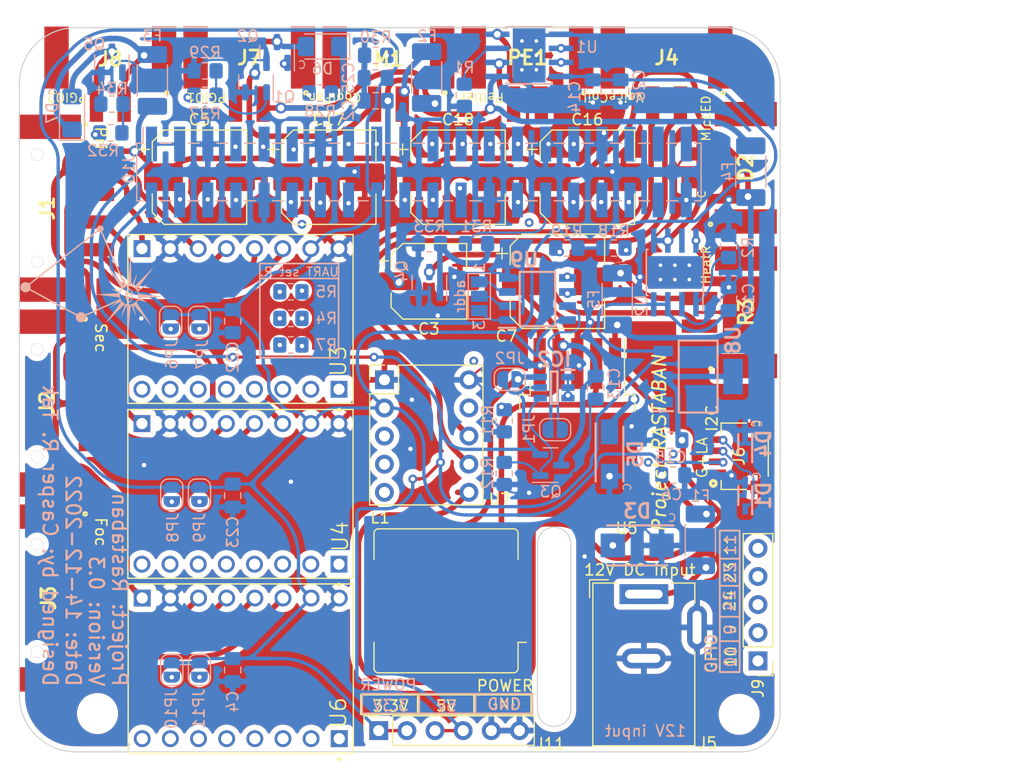
<source format=kicad_pcb>
(kicad_pcb (version 20211014) (generator pcbnew)
  (title_block (title "Rastaban-RPI-HAT") (date "2022-12-20") (rev "V0.3.1") (company "HAN") (comment 1 "Designed by: Casper R. Tak"))
  (layers (0 "F.Cu" signal) (1 "In1.Cu" signal) (2 "In2.Cu" signal) (31 "B.Cu" signal) (34 "B.Paste" user) (35 "F.Paste" user) (36 "B.SilkS" user "B.Silkscreen") (37 "F.SilkS" user "F.Silkscreen") (38 "B.Mask" user) (39 "F.Mask" user) (44 "Edge.Cuts" user))
  (net 0 "")
  (net 1 "3.3V+")
  (net 2 "/FluidMotors/M2BPRI")
  (net 3 "12V+")
  (net 4 "Net-(C13-Pad2)")
  (net 5 "Net-(C15-Pad2)")
  (net 6 "5V+")
  (net 7 "SCL")
  (net 8 "SDA")
  (net 9 "12VIN")
  (net 10 "/FluidMotors/M1BPRI")
  (net 11 "Net-(D6-Pad1)")
  (net 12 "CTRLLED")
  (net 13 "Net-(IC2-Pad1)")
  (net 14 "Net-(IC2-Pad4)")
  (net 15 "/FluidMotors/M2APRI")
  (net 16 "/FluidMotors/M1APRI")
  (net 17 "/FluidMotors/M2BSEC")
  (net 18 "/FluidMotors/M1BSEC")
  (net 19 "/FluidMotors/M2ASEC")
  (net 20 "/FluidMotors/M1ASEC")
  (net 21 "/FocusMotors/M2BFOC")
  (net 22 "/FocusMotors/M1BFOC")
  (net 23 "/FocusMotors/M2AFOC")
  (net 24 "/FocusMotors/M1AFOC")
  (net 25 "GPIO24")
  (net 26 "GPIO23")
  (net 27 "/FocusMotors/out2")
  (net 28 "/FocusMotors/out1")
  (net 29 "TX")
  (net 30 "Net-(D6-Pad2)")
  (net 31 "GPIO10")
  (net 32 "GPIO9")
  (net 33 "RX")
  (net 34 "GPIO11")
  (net 35 "SLEEP")
  (net 36 "PWRGPIO1")
  (net 37 "PWRGPIO2")
  (net 38 "IN1")
  (net 39 "IN2")
  (net 40 "ID_SCL")
  (net 41 "ID_SDA")
  (net 42 "CTRLHEAT")
  (net 43 "ENDRV")
  (net 44 "CTRLFAN")
  (net 45 "PHADRV")
  (net 47 "Net-(JP1-Pad1)")
  (net 48 "Net-(JP4-Pad1)")
  (net 49 "Net-(JP4-Pad2)")
  (net 50 "Net-(JP4-Pad3)")
  (net 51 "Net-(Q1-Pad1)")
  (net 52 "Net-(Q2-Pad1)")
  (net 53 "Net-(Q4-Pad1)")
  (net 54 "Net-(Q4-Pad3)")
  (net 55 "Net-(Q5-Pad1)")
  (net 56 "Net-(R1-Pad2)")
  (net 61 "Net-(D7-Pad1)")
  (net 64 "Net-(D7-Pad2)")
  (net 66 "Net-(C2-Pad2)")
  (net 67 "Net-(JP6-Pad2)")
  (net 69 "Net-(D2-Pad1)")
  (net 70 "Net-(JP7-Pad2)")
  (net 71 "Net-(JP8-Pad2)")
  (net 72 "Net-(JP9-Pad2)")
  (net 73 "Net-(JP10-Pad2)")
  (net 74 "unconnected-(U3-PadJP1_4)")
  (net 75 "unconnected-(U3-PadJP1_3)")
  (net 76 "Net-(JP11-Pad2)")
  (net 77 "Net-(D5-Pad1)")
  (net 78 "Net-(R2-Pad2)")
  (net 80 "Net-(F5-Pad2)")
  (net 85 "unconnected-(U6-PadJP1_4)")
  (net 86 "Net-(PE1-Pad1)")
  (net 87 "Net-(PE1-Pad2)")
  (net 88 "GND")
  (net 89 "Net-(M1-Pad2)")
  (net 91 "EnaPri")
  (net 92 "EnaSec")
  (net 93 "EnaFoc")
  (footprint "Inductor_SMD:L_Bourns_SRR1208_12.7x12.7mm" (layer "F.Cu") (at 132.75 119.253 180)
    (fp_text reference "L1")
    (fp_text value "33uH")
  )
  (footprint "MountingHole:MountingHole_2.7mm_M2.5" (layer "F.Cu") (at 159.2 129.5)
    (fp_text reference "H4" hide)
    (fp_text value "MountingHole")
  )
  (footprint "Capacitor_SMD:CP_Elec_8x10" (layer "F.Cu") (at 133.8333 81)
    (fp_text reference "C18")
    (fp_text value "100uF 50V")
  )
  (footprint "SnapEDA Library:MODULE_TMC2208_SILENTSTEPSTICK" (layer "F.Cu") (at 114.197 109.5965 -90)
    (fp_text reference "U4")
    (fp_text value "TMC2209" hide)
  )
  (footprint "SamacSys_Parts:1778780" (layer "F.Cu") (at 101.2 101.4 -90)
    (fp_text reference "J2")
    (fp_text value "1778780" hide)
  )
  (footprint "SamacSys_Parts:1778780" (layer "F.Cu") (at 101.2 119 -90)
    (fp_text reference "J3")
    (fp_text value "1778780" hide)
  )
  (footprint "SamacSys_Parts:1808190" (layer "F.Cu") (at 127.55 74.4 180)
    (fp_text reference "M1")
    (fp_text value "Fan" hide)
  )
  (footprint "SamacSys_Parts:1808190" (layer "F.Cu") (at 115 74.4 180)
    (fp_text reference "J7")
    (fp_text value "Screw_Terminal_01x02" hide)
  )
  (footprint "Capacitor_SMD:CP_Elec_8x10" (layer "F.Cu") (at 122.1667 81)
    (fp_text reference "C17")
    (fp_text value "100uF 50V")
  )
  (footprint "SnapEDA Library:JST_SM04B-SRSS-TB(LF)(SN)" (layer "F.Cu") (at 157.25 106.2 90)
    (fp_text reference "J6")
    (fp_text value "SM04B-SRSS-TB(LF)(SN)" hide)
  )
  (footprint "Connector_PinSocket_2.54mm:PinSocket_1x06_P2.54mm_Vertical" (layer "F.Cu") (at 126.675 130.975 90)
    (fp_text reference "J11")
    (fp_text value "Conn_01x06_Male" hide)
  )
  (footprint "Capacitor_SMD:CP_Elec_8x10" (layer "F.Cu") (at 110.5 81)
    (fp_text reference "C5")
    (fp_text value "100uF 50V")
  )
  (footprint "Module:DRV8838 POLOLU" (layer "F.Cu") (at 131 104.5)
    (fp_text reference "U7")
    (fp_text value "DRV8838 POLOLU" hide)
  )
  (footprint "Capacitor_SMD:CP_Elec_8x10" (layer "F.Cu") (at 145.5 81)
    (fp_text reference "C16")
    (fp_text value "100uF 50V")
  )
  (footprint "Connector_BarrelJack:BarrelJack_Wuerth_6941xx301002" (layer "F.Cu") (at 150.6 118.65)
    (fp_text reference "J5")
    (fp_text value "Jack-DC 12V+")
  )
  (footprint "SamacSys_Parts:1808190" (layer "F.Cu") (at 152.65 74.4 180)
    (fp_text reference "J4")
    (fp_text value "Screw_Terminal_01x02" hide)
  )
  (footprint "SamacSys_Parts:1778780" (layer "F.Cu") (at 101.2 83.8 -90)
    (fp_text reference "J1")
    (fp_text value "1778780" hide)
  )
  (footprint "SamacSys_Parts:1808190" (layer "F.Cu") (at 140.1 74.4 180)
    (fp_text reference "PE1")
    (fp_text value "PeltierElement" hide)
  )
  (footprint "SamacSys_Parts:1808190" (layer "F.Cu") (at 155.6 80.15 90)
    (fp_text reference "D2")
    (fp_text value "OVLEW1CB9" hide)
  )
  (footprint "SnapEDA Library:MODULE_TMC2208_SILENTSTEPSTICK" (layer "F.Cu") (at 114.2 93.8 -90)
    (fp_text reference "U3")
    (fp_text value "TMC2209" hide)
  )
  (footprint "MountingHole:MountingHole_2.7mm_M2.5" (layer "F.Cu") (at 101.302 129.433)
    (fp_text reference "H3" hide)
    (fp_text value "MountingHole")
  )
  (footprint "Package_TO_SOT_SMD:TO-263-5_TabPin3" (layer "F.Cu") (at 144.6 103.6 -90)
    (fp_text reference "U5")
    (fp_text value "LM2596S -5.0")
  )
  (footprint "Connector_PinHeader_2.54mm:PinHeader_1x05_P2.54mm_Vertical" (layer "F.Cu") (at 160.9 124.675 180)
    (fp_text reference "J9")
    (fp_text value "Conn_01x05_Male" hide)
  )
  (footprint "SnapEDA Library:MODULE_TMC2208_SILENTSTEPSTICK" (layer "F.Cu") (at 114.225 125.35 -90)
    (fp_text reference "U6")
    (fp_text value "TMC2209" hide)
  )
  (footprint "SamacSys_Parts:1808190" (layer "F.Cu") (at 155.625 93.2 90)
    (fp_text reference "R3")
    (fp_text value "10W resistor" hide)
  )
  (footprint "Capacitor_SMD:CP_Elec_8x10" (layer "F.Cu") (at 142.8 90.4)
    (fp_text reference "C7")
    (fp_text value "220uF 50V")
  )
  (footprint "SamacSys_Parts:1808190" (layer "F.Cu") (at 102.45 74.4 180)
    (fp_text reference "J8")
    (fp_text value "Screw_Terminal_01x02" hide)
  )
  (footprint "Capacitor_SMD:CP_Elec_6.3x5.4" (layer "F.Cu") (at 131.2 90.4)
    (fp_text reference "C3")
    (fp_text value "47uF 50V")
  )
  (footprint "Jumper:SolderJumper-2_P1.3mm_Open_RoundedPad1.0x1.5mm" (layer "B.Cu") (at 110.5 125.5 -90)
    (fp_text reference "JP11")
    (fp_text value "Jumper_2_Open")
  )
  (footprint "Package_TO_SOT_SMD:SOT-23" (layer "B.Cu") (at 117.5 69.7375 90)
    (fp_text reference "Q2")
    (fp_text value "PMV15ENE")
  )
  (footprint "Resistor_SMD:R_0805_2012Metric_Pad1.20x1.40mm_HandSolder" (layer "B.Cu") (at 134.4 73.6 90)
    (fp_text reference "R1")
    (fp_text value "0.2")
  )
  (footprint "Capacitor_SMD:C_0805_2012Metric_Pad1.18x1.45mm_HandSolder" (layer "B.Cu") (at 126.4 74.1)
    (fp_text reference "C2")
    (fp_text value "100nF 50V")
  )
  (footprint "Package_TO_SOT_SMD:SOT-23" (layer "B.Cu") (at 131.25 90.5 90)
    (fp_text reference "Q4")
    (fp_text value "PMV15ENE")
  )
  (footprint "Capacitor_SMD:C_0805_2012Metric_Pad1.18x1.45mm_HandSolder" (layer "B.Cu") (at 113.5 94 -90)
    (fp_text reference "C22")
    (fp_text value "100nF 50V")
  )
  (footprint "Fuse:Fuse_2010_5025Metric_Pad1.52x2.65mm_HandSolder" (layer "B.Cu") (at 131 72 -90)
    (fp_text reference "F2")
    (fp_text value "3A")
  )
  (footprint "Jumper:SolderJumper-2_P1.3mm_Open_RoundedPad1.0x1.5mm" (layer "B.Cu") (at 110.5 109.65 -90)
    (fp_text reference "JP9")
    (fp_text value "Jumper_2_Open")
  )
  (footprint "LOGO" (layer "B.Cu") (at 100.584 90.424 90)
    (fp_text reference "G***" hide)
    (fp_text value "LOGO" hide)
  )
  (footprint "Package_SO:Texas_HTSOP-8-1EP_3.9x4.9mm_P1.27mm_EP2.95x4.9mm_Mask2.4x3.1mm_ThermalVias" (layer "B.Cu") (at 153.4 89.6 90)
    (fp_text reference "U2")
    (fp_text value "CN5711")
  )
  (footprint "SamacSys_Parts:DIOM5025X220N" (layer "B.Cu") (at 147.5 106 -90)
    (fp_text reference "D5")
    (fp_text value "SS54-HF " hide)
  )
  (footprint "Resistor_SMD:R_0805_2012Metric_Pad1.20x1.40mm_HandSolder" (layer "B.Cu") (at 121.4 73.4)
    (fp_text reference "R28")
    (fp_text value "1k")
  )
  (footprint "SamacSys_Parts:SOIC127P600X175-8N" (layer "B.Cu") (at 141 92)
    (fp_text reference "U9")
    (fp_text value "CAT24C256" hide)
  )
  (footprint "Fuse:Fuse_2010_5025Metric_Pad1.52x2.65mm_HandSolder" (layer "B.Cu") (at 155.7 113.75 90)
    (fp_text reference "F1")
    (fp_text value "6A")
  )
  (footprint "Capacitor_SMD:C_0805_2012Metric_Pad1.18x1.45mm_HandSolder" (layer "B.Cu") (at 126.4 72.035 180)
    (fp_text reference "C25")
    (fp_text value "100nF 50V")
  )
  (footprint "Resistor_SMD:R_0805_2012Metric_Pad1.20x1.40mm_HandSolder" (layer "B.Cu") (at 126.4 70 180)
    (fp_text reference "R30")
    (fp_text value "10k")
  )
  (footprint "Resistor_SMD:R_0805_2012Metric_Pad1.20x1.40mm_HandSolder" (layer "B.Cu") (at 138 107.75 -90)
    (fp_text reference "R12")
    (fp_text value "47K")
  )
  (footprint "Resistor_SMD:R_0805_2012Metric_Pad1.20x1.40mm_HandSolder" (layer "B.Cu") (at 147.9 87.4 180)
    (fp_text reference "R18")
    (fp_text value "3.9k")
  )
  (footprint "Resistor_SMD:R_0805_2012Metric_Pad1.20x1.40mm_HandSolder" (layer "B.Cu") (at 118.75 91.35 180)
    (fp_text reference "R5")
    (fp_text value "1k")
  )
  (footprint "Jumper:SolderJumper-2_P1.3mm_Open_RoundedPad1.0x1.5mm" (layer "B.Cu") (at 110.5 94.058 -90)
    (fp_text reference "JP7")
    (fp_text value "Jumper_2_Open")
  )
  (footprint "Fuse:Fuse_2010_5025Metric_Pad1.52x2.65mm_HandSolder" (layer "B.Cu") (at 148.2 92 90)
    (fp_text reference "F5")
    (fp_text value "4A")
  )
  (footprint "Capacitor_SMD:C_0805_2012Metric_Pad1.18x1.45mm_HandSolder" (layer "B.Cu") (at 113.5 125.5 -90)
    (fp_text reference "C4")
    (fp_text value "100nF 50V")
  )
  (footprint "Diode_SMD:D_1206_3216Metric_Pad1.42x1.75mm_HandSolder" (layer "B.Cu") (at 121.6 69.2 180)
    (fp_text reference "D6")
    (fp_text value "DIODE-1N4148")
  )
  (footprint "SamacSys_Parts:SOD2512X110N" (layer "B.Cu") (at 159.75 105.05 90)
    (fp_text reference "D4")
    (fp_text value "ESD7351HT1G" hide)
  )
  (footprint "Jumper:SolderJumper-2_P1.3mm_Open_RoundedPad1.0x1.5mm" (layer "B.Cu") (at 138.5 99.25 180)
    (fp_text reference "JP2")
    (fp_text value "Jumper_2_Open")
  )
  (footprint "Capacitor_SMD:C_0805_2012Metric_Pad1.18x1.45mm_HandSolder" (layer "B.Cu") (at 146.25 100 90)
    (fp_text reference "C13")
    (fp_text value "100nF 50V")
  )
  (footprint "Capacitor_SMD:C_0805_2012Metric_Pad1.18x1.45mm_HandSolder" (layer "B.Cu") (at 146 73.25 -90)
    (fp_text reference "C14")
    (fp_text value "100nF 50V")
  )
  (footprint "SamacSys_Parts:SOT95P280X145-6N" (layer "B.Cu") (at 142.5 100 180)
    (fp_text reference "IC2")
    (fp_text value "BCM53DS" hide)
  )
  (footprint "Connector_PinHeader_2.54mm:PinHeader_2x20_P2.54mm_Vertical_SMD" (layer "B.Cu") (at 130.302 80.533 -90)
    (fp_text reference "J10")
    (fp_text value "GPIO")
  )
  (footprint "Resistor_SMD:R_0805_2012Metric_Pad1.20x1.40mm_HandSolder" (layer "B.Cu") (at 102.6 74.4 180)
    (fp_text reference "R34")
    (fp_text value "10k")
  )
  (footprint "Resistor_SMD:R_0805_2012Metric_Pad1.20x1.40mm_HandSolder" (layer "B.Cu") (at 102.5 77)
    (fp_text reference "R32")
    (fp_text value "1k")
  )
  (footprint "Resistor_SMD:R_0805_2012Metric_Pad1.20x1.40mm_HandSolder" (layer "B.Cu") (at 135.5 87)
    (fp_text reference "R31")
    (fp_text value "1k")
  )
  (footprint "Jumper:SolderJumper-2_P1.3mm_Open_RoundedPad1.0x1.5mm" (layer "B.Cu") (at 108 109.65 -90)
    (fp_text reference "JP8")
    (fp_text value "Jumper_2_Open")
  )
  (footprint "Jumper:SolderJumper-2_P1.3mm_Open_RoundedPad1.0x1.5mm" (layer "B.Cu") (at 108 125.5 -90)
    (fp_text reference "JP10")
    (fp_text value "Jumper_2_Open")
  )
  (footprint "Fuse:Fuse_2010_5025Metric_Pad1.52x2.65mm_HandSolder" (layer "B.Cu") (at 106.25 72.2625 90)
    (fp_text reference "F3")
    (fp_text value "3A")
  )
  (footprint "Package_SO:Texas_HTSOP-8-1EP_3.9x4.9mm_P1.27mm_EP2.95x4.9mm_Mask2.4x3.1mm_ThermalVias" (layer "B.Cu") (at 140.25 70 180)
    (fp_text reference "U1")
    (fp_text value "DRV8870DDA")
  )
  (footprint "SamacSys_Parts:SOT230P700X180-4N" (layer "B.Cu") (at 155.5 99)
    (fp_text reference "U8")
    (fp_text value "TLV1117-33" hide)
  )
  (footprint "Package_TO_SOT_SMD:SOT-23" (layer "B.Cu") (at 142.2 107)
    (fp_text reference "Q3")
    (fp_text value "DMG2305UX-7")
  )
  (footprint "Capacitor_SMD:C_0805_2012Metric_Pad1.18x1.45mm_HandSolder" (layer "B.Cu") (at 148.5 73.25 90)
    (fp_text reference "C26")
    (fp_text value "100nF 50V")
  )
  (footprint "Resistor_SMD:R_0805_2012Metric_Pad1.20x1.40mm_HandSolder" (layer "B.Cu") (at 131.25 87 180)
    (fp_text reference "R33")
    (fp_text value "10k")
  )
  (footprint "Capacitor_SMD:C_0805_2012Metric_Pad1.18x1.45mm_HandSolder" (layer "B.Cu") (at 153 104.75)
    (fp_text reference "C15")
    (fp_text value "100nF 50V")
  )
  (footprint "Package_TO_SOT_SMD:SOT-23" (layer "B.Cu") (at 115.6 72.4 90)
    (fp_text reference "Q1")
    (fp_text value "PMV15ENE")
  )
  (footprint "SamacSys_Parts:SOD2512X110N" (layer "B.Cu") (at 159.75 109.75 90)
    (fp_text reference "D1")
    (fp_text value "ESD7351HT1G" hide)
  )
  (footprint "Resistor_SMD:R_0805_2012Metric_Pad1.20x1.40mm_HandSolder" (layer "B.Cu") (at 118.75 96.15 180)
    (fp_text reference "R7")
    (fp_text value "1k")
  )
  (footprint "Capacitor_SMD:C_0805_2012Metric_Pad1.18x1.45mm_HandSolder" (layer "B.Cu") (at 153.25 107.9)
    (fp_text reference "C6")
    (fp_text value "100nF 50V")
  )
  (footprint "Resistor_SMD:R_0805_2012Metric_Pad1.20x1.40mm_HandSolder" (layer "B.Cu") (at 158.25 87.25 -90)
    (fp_text reference "R2")
    (fp_text value "0")
  )
  (footprint "Resistor_SMD:R_0805_2012Metric_Pad1.20x1.40mm_HandSolder" (layer "B.Cu") (at 111 73.6)
    (fp_text reference "R27")
    (fp_text value "1k")
  )
  (footprint "SamacSys_Parts:DIOM5436X261N" (layer "B.Cu") (at 150 114.25 180)
    (fp_text reference "D3")
    (fp_text value "SMBJ26A" hide)
  )
  (footprint "Resistor_SMD:R_0805_2012Metric_Pad1.20x1.40mm_HandSolder" (layer "B.Cu") (at 143.65 87.4 180)
    (fp_text reference "R19")
    (fp_text value "3.9k")
  )
  (footprint "Jumper:SolderJumper-2_P1.3mm_Open_RoundedPad1.0x1.5mm" (layer "B.Cu") (at 142.6 103.8 180)
    (fp_text reference "JP1")
    (fp_text value "ID_WP")
  )
  (footprint "Fuse:Fuse_2010_5025Metric_Pad1.52x2.65mm_HandSolder" (layer "B.Cu") (at 160.25 80.5 90)
    (fp_text reference "F4")
    (fp_text value "4A")
  )
  (footprint "Package_TO_SOT_SMD:SOT-23" (layer "B.Cu") (at 102.6 70.6 90)
    (fp_text reference "Q5")
    (fp_text value "PMV15ENE")
  )
  (footprint "Jumper:SolderJumper-3_P1.3mm_Open_Pad1.0x1.5mm_NumberLabels" (layer "B.Cu") (at 135.75 91.75 -90)
    (fp_text reference "JP4" hide)
    (fp_text value "Jumper_3_Open")
  )
  (footprint "Capacitor_SMD:C_0805_2012Metric_Pad1.18x1.45mm_HandSolder" (layer "B.Cu") (at 158.25 92 90)
    (fp_text reference "C19")
    (fp_text value "10uF 50V")
  )
  (footprint "Resistor_SMD:R_0805_2012Metric_Pad1.20x1.40mm_HandSolder" (layer "B.Cu") (at 118.75 93.75)
    (fp_text reference "R4")
    (fp_text value "1k")
  )
  (footprint "Resistor_SMD:R_0805_2012Metric_Pad1.20x1.40mm_HandSolder" (layer "B.Cu") (at 111 71.4 180)
    (fp_text reference "R29")
    (fp_text value "10k")
  )
  (footprint "Resistor_SMD:R_0805_2012Metric_Pad1.20x1.40mm_HandSolder" (layer "B.Cu") (at 138 103 -90)
    (fp_text reference "R11")
    (fp_text value "10k")
  )
  (footprint "Diode_SMD:D_1206_3216Metric_Pad1.42x1.75mm_HandSolder" (layer "B.Cu") (at 99 75.2 90)
    (fp_text reference "D7")
    (fp_text value "DIODE-1N4148")
  )
  (footprint "Capacitor_SMD:C_0805_2012Metric_Pad1.18x1.45mm_HandSolder" (layer "B.Cu") (at 113.5 109.75 -90)
    (fp_text reference "C23")
    (fp_text value "100nF 50V")
  )
  (footprint "Jumper:SolderJumper-2_P1.3mm_Open_RoundedPad1.0x1.5mm" (layer "B.Cu") (at 107.9 94.058 -90)
    (fp_text reference "JP6")
    (fp_text value "Jumper_2_Open")
  )
  (gr_rect (start 157.4522 125.6762) (end 159.25 112.9) (layer "B.SilkS") (width 0.15) (fill none))
  (gr_rect (start 125.1846 127.642) (end 140.546 129.4144) (layer "B.SilkS") (width 0.15) (fill none))
  (gr_line (start 157.4745 120.6924) (end 159.25 120.6924) (layer "B.SilkS") (width 0.15))
  (gr_line (start 157.4745 117.9) (end 159.25 117.9) (layer "B.SilkS") (width 0.15))
  (gr_line (start 130.3408 127.7253) (end 130.3408 129.3763) (layer "B.SilkS") (width 0.15))
  (gr_line (start 123.05 97.3) (end 115.95 97.3) (layer "B.SilkS") (width 0.15))
  (gr_line (start 115.95 97.3) (end 115.95 90.15) (layer "B.SilkS") (width 0.15))
  (gr_line (start 123.05 90.15) (end 123.05 97.3) (layer "B.SilkS") (width 0.15))
  (gr_line (start 157.4765 122.9065) (end 159.25 122.9065) (layer "B.SilkS") (width 0.15))
  (gr_line (start 123.05 88.8) (end 115.95 88.8) (layer "B.SilkS") (width 0.15))
  (gr_line (start 115.95 88.8) (end 115.95 90.15) (layer "B.SilkS") (width 0.15))
  (gr_line (start 115.95 90.15) (end 123.05 90.15) (layer "B.SilkS") (width 0.15))
  (gr_line (start 157.4745 115.45) (end 159.25 115.45) (layer "B.SilkS") (width 0.15))
  (gr_line (start 135.4208 127.6745) (end 135.4208 129.3255) (layer "B.SilkS") (width 0.15))
  (gr_line (start 123.05 90.15) (end 123.05 88.8) (layer "B.SilkS") (width 0.15))
  (gr_rect (start 159.25 125.6881) (end 157.4522 112.9119) (layer "F.SilkS") (width 0.15) (fill none))
  (gr_line (start 159.25 115.45) (end 157.45 115.45) (layer "F.SilkS") (width 0.15))
  (gr_line (start 135.2745 129.4619) (end 135.2745 127.8109) (layer "F.SilkS") (width 0.15))
  (gr_line (start 159.25 117.9) (end 157.45 117.9) (layer "F.SilkS") (width 0.15))
  (gr_line (start 159.25 122.9) (end 157.48725 122.9) (layer "F.SilkS") (width 0.15))
  (gr_line (start 159.2 120.7) (end 157.5 120.7) (layer "F.SilkS") (width 0.15))
  (gr_rect (start 125.0693 129.5) (end 140.4307 127.7276) (layer "F.SilkS") (width 0.15) (fill none))
  (gr_line (start 130.1945 129.4111) (end 130.1945 127.7601) (layer "F.SilkS") (width 0.15))
  (gr_line locked (start 141 129.1) (end 141 114.1) (layer "Edge.Cuts") (width 0.1))
  (gr_arc (start 99.33 132.888) (mid 95.737896 131.400103) (end 94.25 127.808) (layer "Edge.Cuts") (width 0.1))
  (gr_line (start 157.824898 67.5) (end 99.33 67.5) (layer "Edge.Cuts") (width 0.1))
  (gr_arc locked (start 141 114.1) (mid 142.5 112.6) (end 144 114.1) (layer "Edge.Cuts") (width 0.1))
  (gr_arc (start 94.25 72.58) (mid 95.737897 68.987897) (end 99.33 67.5) (layer "Edge.Cuts") (width 0.1))
  (gr_arc locked (start 144 129.1) (mid 142.5 130.6) (end 141 129.1) (layer "Edge.Cuts") (width 0.1))
  (gr_arc (start 157.824898 67.5) (mid 161.417001 68.987897) (end 162.904898 72.58) (layer "Edge.Cuts") (width 0.1))
  (gr_arc (start 162.8902 129.3826) (mid 161.863551 131.861151) (end 159.385 132.8878) (layer "Edge.Cuts") (width 0.1))
  (gr_line locked (start 144 114.1) (end 144 129.1) (layer "Edge.Cuts") (width 0.1))
  (gr_line (start 159.385 132.8878) (end 99.33 132.888) (layer "Edge.Cuts") (width 0.1))
  (gr_line (start 94.25 127.808) (end 94.25 72.58) (layer "Edge.Cuts") (width 0.1))
  (gr_line (start 162.904898 72.58) (end 162.8902 129.3826) (layer "Edge.Cuts") (width 0.1))
  (gr_text "addr" (at 134 91.75 90) (layer "B.SilkS") (effects (font (size 0.9 0.9)) (justify mirror)))
  (gr_text "UART set R.\n" (at 119.5 89.55) (layer "B.SilkS") (effects (font (size 0.8 0.8) (thickness 0.12)) (justify mirror)))
  (gr_text "5V\n" (at 132.8 128.75) (layer "B.SilkS") (effects (font (size 1 1)) (justify mirror)))
  (gr_text "C" (at 119.761 70.866) (layer "B.SilkS") (effects (font (size 0.7 0.7) (thickness 0.1)) (justify mirror)))
  (gr_text "POWER" (at 127.5468 126.8363) (layer "B.SilkS") (effects (font (size 1 1)) (justify mirror)))
  (gr_text "C" (at 160.909 103.251 -270) (layer "B.SilkS") (effects (font (size 0.7 0.7) (thickness 0.1)) (justify mirror)))
  (gr_text "12V input" (at 150.75 131) (layer "B.SilkS") (effects (font (size 1 1)) (justify mirror)))
  (gr_text "GPIO\n" (at 156.6592 124.0198 90) (layer "B.SilkS") (effects (font (size 1 1)) (justify mirror)))
  (gr_text "3.3V" (at 127.75 128.7) (layer "B.SilkS") (effects (font (size 1 1)) (justify mirror)))
  (gr_text "23\n" (at 158.4 116.7 90) (layer "B.SilkS") (effects (font (size 1 1)) (justify mirror)))
  (gr_text "11\n" (at 158.4 114.2 90) (layer "B.SilkS") (effects (font (size 1 1)) (justify mirror)))
  (gr_text "C" (at 149.098 108.966 -270) (layer "B.SilkS") (effects (font (size 0.7 0.7) (thickness 0.1)) (justify mirror)))
  (gr_text "Project: Rastaban\nVersion: 0.3\nDate: 14-12-2022\nDesigned by: Casper R. Tak\n " (at 99.1 127.1 270) (layer "B.SilkS") (effects (font (size 1.3 1.3) (thickness 0.2)) (justify left mirror)))
  (gr_text "24" (at 158.35 119.25 90) (layer "B.SilkS") (effects (font (size 1 1)) (justify mirror)))
  (gr_text "C" (at 97.282 73.279 90) (layer "B.SilkS") (effects (font (size 0.7 0.7) (thickness 0.1)) (justify mirror)))
  (gr_text "9\n" (at 158.4 121.85 90) (layer "B.SilkS") (effects (font (size 1 1)) (justify mirror)))
  (gr_text "10\n" (at 158.4 124.3 90) (layer "B.SilkS") (effects (font (size 1 1)) (justify mirror)))
  (gr_text "GND" (at 138 128.6) (layer "B.SilkS") (effects (font (size 1 1)) (justify mirror)))
  (gr_text "C" (at 153.162 111.76) (layer "B.SilkS") (effects (font (size 0.7 0.7) (thickness 0.1)) (justify mirror)))
  (gr_text "C" (at 160.782 107.95 -270) (layer "B.SilkS") (effects (font (size 0.7 0.7) (thickness 0.1)) (justify mirror)))
  (gr_text "PGIO2\n" (at 98.552 73.787 180) (layer "F.SilkS") (effects (font (size 0.8 0.8) (thickness 0.12))))
  (gr_text "Foc\n" (at 101.6 113.03 270) (layer "F.SilkS") (effects (font (size 1 1))))
  (gr_text "12V DC input" (at 150.241 116.459) (layer "F.SilkS") (effects (font (size 1 1))))
  (gr_text "23\n" (at 158.4 116.7 90) (layer "F.SilkS") (effects (font (size 1 1))))
  (gr_text "5V\n" (at 132.75 128.75) (layer "F.SilkS") (effects (font (size 1 1))))
  (gr_text "PGIO1\n\n" (at 111.125 73.152 180) (layer "F.SilkS") (effects (font (size 0.8 0.8) (thickness 0.12))))
  (gr_text "C" (at 155.829 82.55 90) (layer "F.SilkS") (effects (font (size 0.7 0.7) (thickness 0.1))))
  (gr_text "MicLED" (at 156.21 75.692 90) (layer "F.SilkS") (effects (font (size 0.8 0.8) (thickness 0.12))))
  (gr_text "I2C" (at 156.7434 102.7684 90) (layer "F.SilkS") (effects (font (size 1 1))))
  (gr_text "C" (at 160.655 103.251 270) (layer "F.SilkS") (effects (font (size 0.7 0.7) (thickness 0.1))))
  (gr_text "24" (at 158.35 119.25 90) (layer "F.SilkS") (effects (font (size 1 1))))
  (gr_text "Project RASTABAN" (at 152 105 90) (layer "F.SilkS") (effects (font (size 1.2 1.2) (thickness 0.18) italic)))
  (gr_text "POWER" (at 138.0685 126.9219) (layer "F.SilkS") (effects (font (size 1 1))))
  (gr_text "10\n" (at 158.45 124.3 90) (layer "F.SilkS") (effects (font (size 1 1))))
  (gr_text "3.3V" (at 127.75 128.75) (layer "F.SilkS") (effects (font (size 1 1))))
  (gr_text "G+LA\n" (at 155.8544 106.3244 90) (layer "F.SilkS") (effects (font (size 0.95 0.95) (thickness 0.13))))
  (gr_text "GND" (at 138 128.5856) (layer "F.SilkS") (effects (font (size 1 1))))
  (gr_text "CoolFan" (at 122.7 73.8 180) (layer "F.SilkS") (effects (font (size 0.8 0.8) (thickness 0.12))))
  (gr_text "11\n" (at 158.4 114.2 90) (layer "F.SilkS") (effects (font (size 1 1))))
  (gr_text "HeatR" (at 156.21 88.9 90) (layer "F.SilkS") (effects (font (size 0.8 0.8) (thickness 0.12))))
  (gr_text "VoiceCoil\n" (at 147.828 73.787 180) (layer "F.SilkS") (effects (font (size 0.8 0.8) (thickness 0.12))))
  (gr_text "Pri" (at 101.6 77.47 270) (layer "F.SilkS") (effects (font (size 1 1))))
  (gr_text "Sec" (at 101.6 95.504 270) (layer "F.SilkS") (effects (font (size 1 1))))
  (gr_text "9\n" (at 158.4 121.85 90) (layer "F.SilkS") (effects (font (size 1 1))))
  (gr_text "Peltier" (at 136.017 73.787 180) (layer "F.SilkS") (effects (font (size 0.8 0.8) (thickness 0.12))))
  (gr_text "GPIO\n" (at 156.7 124 90) (layer "F.SilkS") (effects (font (size 1 1))))
  (segment (start 129.215 130.975) (end 126.675 130.975) (width 0.3) (layer "F.Cu") (net 1))
  (via (at 157.75 106.75) (size 0.8) (drill 0.4) (layers "F.Cu" "B.Cu") (net 1))
  (segment (start 107.9 93.408) (end 110.184983 93.408) (width 0.3) (layer "B.Cu") (net 1))
  (segment (start 116.215177 124.4625) (end 116.116368 124.462501) (width 0.3) (layer "B.Cu") (net 1))
  (segment (start 126.991865 72.480624) (end 126.991719 72.480771) (width 0.3) (layer "B.Cu") (net 1))
  (segment (start 102.941463 67.7125) (end 125.637455 67.7125) (width 0.3) (layer "B.Cu") (net 1))
  (segment (start 126.987105 72.485388) (end 126.9873 72.485192) (width 0.3) (layer "B.Cu") (net 1))
  (segment (start 126.990817 72.481676) (end 126.990474 72.482018) (width 0.3) (layer "B.Cu") (net 1))
  (segment (start 127.5395 101.838) (end 126.8405 101.838) (width 0.3) (layer "B.Cu") (net 1))
  (segment (start 126.991426 72.481064) (end 126.991572 72.480918) (width 0.3) (layer "B.Cu") (net 1))
  (segment (start 127.015891 72.456601) (end 127.014328 72.458164) (width 0.3) (layer "B.Cu") (net 1))
  (segment (start 126.067 82.633) (end 126.156124 82.722124) (width 0.3) (layer "B.Cu") (net 1))
  (segment (start 146.9 87.4) (end 144.65 87.4) (width 0.3) (layer "B.Cu") (net 1))
  (segment (start 116.412795 124.4625) (end 116.313986 124.4625) (width 0.3) (layer "B.Cu") (net 1))
  (segment (start 127.026048 72.446446) (end 127.019797 72.452695) (width 0.3) (layer "B.Cu") (net 1))
  (segment (start 108 109) (end 110.5 109) (width 0.3) (layer "B.Cu") (net 1))
  (segment (start 126.998549 72.473943) (end 126.998416 72.474078) (width 0.3) (layer "B.Cu") (net 1))
  (segment (start 127.010374 72.46212) (end 126.999288 72.473204) (width 0.3) (layer "B.Cu") (net 1))
  (segment (start 126.984373 72.488123) (end 126.983689 72.488806) (width 0.3) (layer "B.Cu") (net 1))
  (segment (start 140.752512 96.952512) (end 139.348007 95.548007) (width 0.3) (layer "B.Cu") (net 1))
  (segment (start 133.375 95) (end 132.6 95) (width 0.3) (layer "B.Cu") (net 1))
  (segment (start 140.5 92.870811) (end 140.5 89.164213) (width 0.3) (layer "B.Cu") (net 1))
  (segment (start 126.970749 72.501745) (end 126.9707 72.501794) (width 0.3) (layer "B.Cu") (net 1))
  (segment (start 126.992669 72.47982) (end 126.997752 72.474744) (width 0.3) (layer "B.Cu") (net 1))
  (segment (start 114.905044 108.7125) (end 113.5 108.7125) (width 0.3) (layer "B.Cu") (net 1))
  (segment (start 119.9 88.85) (end 120.284834 88.465165) (width 0.3) (layer "B.Cu") (net 1))
  (segment (start 126.986324 72.486169) (end 126.986031 72.486462) (width 0.3) (layer "B.Cu") (net 1))
  (segment (start 111.161503 124.4625) (end 113.5 124.4625) (width 0.3) (layer "B.Cu") (net 1))
  (segment (start 125.642 76.214697) (end 125.642 81.606959) (width 0.3) (layer "B.Cu") (net 1))
  (segment (start 116.511604 124.4625) (end 116.610413 124.4625) (width 0.3) (layer "B.Cu") (net 1))
  (segment (start 142.2 103.373223) (end 142.2 98.053553) (width 0.3) (layer "B.Cu") (net 1))
  (segment (start 126.969529 72.502967) (end 126.969674 72.502818) (width 0.3) (layer "B.Cu") (net 1))
  (segment (start 134.15 95) (end 134.925 95) (width 0.3) (layer "B.Cu") (net 1))
  (segment (start 116.412795 124.4625) (end 116.511604 124.4625) (width 0.3) (layer "B.Cu") (net 1))
  (segment (start 146.375 106.95) (end 146.375 106.896231) (width 0.3) (layer "B.Cu") (net 1))
  (segment (start 127.5395 101.838) (end 127.889 101.838) (width 0.3) (layer "B.Cu") (net 1))
  (segment (start 136.475 95) (end 135.7 95) (width 0.3) (layer "B.Cu") (net 1))
  (segment (start 129.669 102.919) (end 129.082267 102.332267) (width 0.3) (layer "B.Cu") (net 1))
  (segment (start 131.05 95) (end 130.275 95) (width 0.3) (layer "B.Cu") (net 1))
  (segment (start 133.375 95) (end 134.15 95) (width 0.3) (layer "B.Cu") (net 1))
  (segment (start 126.971873 72.500623) (end 126.972556 72.499939) (width 0.3) (layer "B.Cu") (net 1))
  (segment (start 126.968919 72.503577) (end 126.968944 72.503552) (width 0.3) (layer "B.Cu") (net 1))
  (segment (start 134.15 95) (end 134.925 95) (width 0.3) (layer "B.Cu") (net 1))
  (segment (start 141.512652 95.237347) (end 142.538469 94.21153) (width 0.3) (layer "B.Cu") (net 1))
  (segment (start 126.96887 72.503628) (end 126.968786 72.503712) (width 0.3) (layer "B.Cu") (net 1))
  (segment (start 116.25 97.646446) (end 116.25 96.85625) (width 0.3) (layer "B.Cu") (net 1))
  (segment (start 126.8405 101.838) (end 122.951459 101.838) (width 0.3) (layer "B.Cu") (net 1))
  (segment (start 137.25 95) (end 138.025 95) (width 0.3) (layer "B.Cu") (net 1))
  (segment (start 115.639967 108.153532) (end 119.990999 103.802499) (width 0.3) (layer "B.Cu") (net 1))
  (segment (start 116.709222 124.4625) (end 116.610413 124.4625) (width 0.3) (layer "B.Cu") (net 1))
  (segment (start 151.026077 84.983) (end 155.045476 84.983) (width 0.3) (layer "B.Cu") (net 1))
  (segment (start 127.416941 95) (end 128.483058 95) (width 0.3) (layer "B.Cu") (net 1))
  (segment (start 116.215176 124.4625) (end 116.116367 124.4625) (width 0.3) (layer "B.Cu") (net 1))
  (segment (start 161.784574 77.261045) (end 158.329821 73.806292) (width 0.3) (layer "B.Cu") (net 1))
  (segment (start 137.25 95) (end 136.475 95) (width 0.3) (layer "B.Cu") (net 1))
  (segment (start 126.989789 72.482702) (end 126.989006 72.483485) (width 0.3) (layer "B.Cu") (net 1))
  (segment (start 116.412795 124.4625) (end 116.313986 124.4625) (width 0.3) (layer "B.Cu") (net 1))
  (segment (start 151.491218 106.180544) (end 151.685661 106.375) (width 0.3) (layer "B.Cu") (net 1))
  (segment (start 126.998416 72.474078) (end 126.998282 72.474212) (width 0.3) (layer "B.Cu") (net 1))
  (segment (start 135.7 95) (end 134.925 95) (width 0.3) (layer "B.Cu") (net 1))
  (segment (start 143.2785 93.905) (end 143.712 93.905) (width 0.3) (layer "B.Cu") (net 1))
  (segment (start 123.452081 85.75) (end 123.518219 85.75) (width 0.3) (layer "B.Cu") (net 1))
  (segment (start 115.639967 109.271467) (end 115.205401 108.83689) (width 0.3) (layer "B.Cu") (net 1))
  (segment (start 126.982126 72.490367) (end 126.982028 72.490464) (width 0.3) (layer "B.Cu") (net 1))
  (segment (start 127.014328 72.458164) (end 127.012766 72.459726) (width 0.3) (layer "B.Cu") (net 1))
  (segment (start 97.75 79.446015) (end 97.75 101.746036) (width 0.3) (layer "B.Cu") (net 1))
  (segment (start 126.970309 72.502185) (end 126.970284 72.502209) (width 0.3) (layer "B.Cu") (net 1))
  (segment (start 128.084663 69.036135) (end 127.555514 68.506986) (width 0.3) (layer "B.Cu") (net 1))
  (segment (start 126.992669 72.47982) (end 126.992084 72.480405) (width 0.3) (layer "B.Cu") (net 1))
  (segment (start 126.976815 72.495677) (end 126.976623 72.495869) (width 0.3) (layer "B.Cu") (net 1))
  (segment (start 115.819941 124.462515) (end 115.721132 124.46253) (width 0.3) (layer "B.Cu") (net 1))
  (segment (start 142.075 103.675) (end 141.95 103.8) (width 0.3) (layer "B.Cu") (net 1))
  (segment (start 126.969748 72.502746) (end 126.969723 72.50277) (width 0.3) (layer "B.Cu") (net 1))
  (segment (start 126.981538 72.490952) (end 126.981147 72.491343) (width 0.3) (layer "B.Cu") (net 1))
  (segment (start 116.709222 124.4625) (end 116.90684 124.4625) (width 0.3) (layer "B.Cu") (net 1))
  (segment (start 129.5 95) (end 128.483058 95) (width 0.3) (layer "B.Cu") (net 1))
  (segment (start 96.2 74.453963) (end 96.2 75.703984) (width 0.3) (layer "B.Cu") (net 1))
  (segment (start 119.990999 103.802499) (end 121.103 102.6905) (width 0.3) (layer "B.Cu") (net 1))
  (segment (start 103.375 90.625) (end 103.634109 90.884109) (width 0.3) (layer "B.Cu") (net 1))
  (segment (start 126.991426 72.481064) (end 126.991281 72.481211) (width 0.3) (layer "B.Cu") (net 1))
  (segment (start 141.95 97.45) (end 141.947487 97.447487) (width 0.3) (layer "B.Cu") (net 1))
  (segment (start 127.012766 72.459726) (end 127.011204 72.461289) (width 0.3) (layer "B.Cu") (net 1))
  (segment (start 115.81994 124.4625) (end 114.30625 124.4625) (width 0.3) (layer "B.Cu") (net 1))
  (segment (start 138.370811 95) (end 138.025 95) (width 0.3) (layer "B.Cu") (net 1))
  (segment (start 124.75 97.824) (end 124.75 97.133883) (width 0.3) (layer "B.Cu") (net 1))
  (segment (start 120.005 118.43) (end 120.29 118.715) (width 0.3) (layer "B.Cu") (net 1))
  (segment (start 116.017558 124.4625) (end 116.116367 124.4625) (width 0.3) (layer "B.Cu") (net 1))
  (segment (start 113.009206 109) (end 110.5 109) (width 0.3) (layer "B.Cu") (net 1))
  (segment (start 115.682604 123.892395) (end 115.542834 124.03216) (width 0.3) (layer "B.Cu") (net 1))
  (segment (start 126.976494 72.495998) (end 126.976365 72.496126) (width 0.3) (layer "B.Cu") (net 1))
  (segment (start 107.9 93.408) (end 106.60789 92.11589) (width 0.3) (layer "B.Cu") (net 1))
  (segment (start 160.125 81.25) (end 160.366116 81.25) (width 0.3) (layer "B.Cu") (net 1))
  (segment (start 137.25 95) (end 136.475 95) (width 0.3) (layer "B.Cu") (net 1))
  (segment (start 126.983494 72.489001) (end 126.983102 72.48939) (width 0.3) (layer "B.Cu") (net 1))
  (segment (start 148.1085 86.1915) (end 146.9 87.4) (width 0.3) (layer "B.Cu") (net 1))
  (segment (start 143.843792 109.906207) (end 146.074479 107.67552) (width 0.3) (layer "B.Cu") (net 1))
  (segment (start 133.375 95) (end 134.15 95) (width 0.3) (layer "B.Cu") (net 1))
  (segment (start 115.91875 124.462507) (end 115.819941 124.462515) (width 0.3) (layer "B.Cu") (net 1))
  (segment (start 141.499999 86.749999) (end 142.323223 85.926776) (width 0.3) (layer "B.Cu") (net 1))
  (segment (start 126.98769 72.484801) (end 126.9873 72.485192) (width 0.3) (layer "B.Cu") (net 1))
  (segment (start 145.475064 71.905) (end 143.125 71.905) (width 0.3) (layer "B.Cu") (net 1))
  (segment (start 126.976365 72.496126) (end 126.976238 72.496254) (width 0.3) (layer "B.Cu") (net 1))
  (segment (start 116.75 98.853553) (end 116.75 99.916251) (width 0.3) (layer "B.Cu") (net 1))
  (segment (start 126.998549 72.473943) (end 126.998751 72.473742) (width 0.3) (layer "B.Cu") (net 1))
  (segment (start 126.991208 72.481285) (end 126.991281 72.481211) (width 0.3) (layer "B.Cu") (net 1))
  (segment (start 126.989006 72.483485) (end 126.988519 72.483972) (width 0.3) (layer "B.Cu") (net 1))
  (segment (start 126.942866 101.590866) (end 125.862986 100.510986) (width 0.3) (layer "B.Cu") (net 1))
  (segment (start 116.412795 124.4625) (end 116.511604 124.4625) (width 0.3) (layer "B.Cu") (net 1))
  (segment (start 121.756292 126.056292) (end 126.675 130.975) (width 0.3) (layer "B.Cu") (net 1))
  (segment (start 116.511604 124.4625) (end 116.610413 124.4625) (width 0.3) (layer "B.Cu") (net 1))
  (segment (start 126.982516 72.489977) (end 126.982711 72.489781) (width 0.3) (layer "B.Cu") (net 1))
  (segment (start 131.05 95) (end 131.825 95) (width 0.3) (layer "B.Cu") (net 1))
  (segment (start 130.275 95) (end 129.5 95) (width 0.3) (layer "B.Cu") (net 1))
  (segment (start 126.988032 72.484459) (end 126.98769 72.484801) (width 0.3) (layer "B.Cu") (net 1))
  (segment (start 131.05 95) (end 131.825 95) (width 0.3) (layer "B.Cu") (net 1))
  (segment (start 127.017453 72.455038) (end 127.015891 72.456601) (width 0.3) (layer "B.Cu") (net 1))
  (segment (start 134.59099 111.5) (end 139.996036 111.5) (width 0.3) (layer "B.Cu") (net 1))
  (segment (start 110.225996 124.85) (end 108 124.85) (width 0.3) (layer "B.Cu") (net 1))
  (segment (start 126.156124 84.343875) (end 125.620999 84.878999) (width 0.3) (layer "B.Cu") (net 1))
  (segment (start 116.709222 124.4625) (end 116.610413 124.4625) (width 0.3) (layer "B.Cu") (net 1))
  (segment (start 126.990474 72.482018) (end 126.989789 72.482702) (width 0.3) (layer "B.Cu") (net 1))
  (segment (start 137.25 95) (end 138.025 95) (width 0.3) (layer "B.Cu") (net 1))
  (segment (start 115.639967 108.153532) (end 115.205441 108.588069) (width 0.3) (layer "B.Cu") (net 1))
  (segment (start 118.063706 101.776312) (end 117.136332 100.848938) (width 0.3) (layer "B.Cu") (net 1))
  (segment (start 126.985299 72.487195) (end 126.985836 72.486657) (width 0.3) (layer "B.Cu") (net 1))
  (segment (start 127.89375 71.57875) (end 127.026048 72.446446) (width 0.3) (layer "B.Cu") (net 1))
  (segment (start 126.972751 72.499744) (end 126.972799 72.499695) (width 0.3) (layer "B.Cu") (net 1))
  (segment (start 102.5 88.512563) (end 102.5 88.24) (width 0.3) (layer "B.Cu") (net 1))
  (segment (start 162.5 78.988235) (end 162.5 79.116116) (width 0.3) (layer "B.Cu") (net 1))
  (segment (start 115.682604 123.892395) (end 120.289999 119.284999) (width 0.3) (layer "B.Cu") (net 1))
  (segment (start 114.30625 124.4625) (end 113.5 124.4625) (width 0.3) (layer "B.Cu") (net 1))
  (segment (start 126.999288 72.473204) (end 126.998751 72.473742) (width 0.3) (layer "B.Cu") (net 1))
  (segment (start 115.639967 109.271467) (end 117.841207 111.472707) (width 0.3) (layer "B.Cu") (net 1))
  (segment (start 116.017558 124.4625) (end 115.918749 124.4625) (width 0.3) (layer "B.Cu") (net 1))
  (segment (start 111.260516 92.9625) (end 113.5 92.9625) (width 0.3) (layer "B.Cu") (net 1))
  (segment (start 135.7 95) (end 134.925 95) (width 0.3) (layer "B.Cu") (net 1))
  (segment (start 116.153746 90.308753) (end 113.5 92.9625) (width 0.3) (layer "B.Cu") (net 1))
  (segment (start 119.435 115.320463) (end 119.435 117.053898) (width 0.3) (layer "B.Cu") (net 1))
  (segment (start 126.973727 72.498766) (end 126.973336 72.499157) (width 0.3) (layer "B.Cu") (net 1))
  (segment (start 155.423638 84.82636) (end 158.204504 82.045495) (width 0.3) (layer "B.Cu") (net 1))
  (segment (start 126.997947 72.474549) (end 126.998014 72.474481) (width 0.3) (layer "B.Cu") (net 1))
  (segment (start 126.981147 72.491343) (end 126.980294 72.492199) (width 0.3) (layer "B.Cu") (net 1))
  (segment (start 127.011204 72.461289) (end 127.010423 72.462071) (width 0.3) (layer "B.Cu") (net 1))
  (segment (start 120.815165 87.184834) (end 121.4 86.6) (width 0.3) (layer "B.Cu") (net 1))
  (segment (start 116.90684 124.4625) (end 117.908536 124.4625) (width 0.3) (layer "B.Cu") (net 1))
  (segment (start 143.176731 85.926731) (end 144.65 87.4) (width 0.3) (layer "B.Cu") (net 1))
  (segment (start 126.970847 72.501647) (end 126.971092 72.501404) (width 0.3) (layer "B.Cu") (net 1))
  (segment (start 126.970235 72.502257) (end 126.970211 72.502281) (width 0.3) (layer "B.Cu") (net 1))
  (segment (start 119.793187 102.492687) (end 119.991 102.6905) (width 0.3) (layer "B.Cu") (net 1))
  (segment (start 132.6 95) (end 131.825 95) (width 0.3) (layer "B.Cu") (net 1))
  (segment (start 116.017559 124.462503) (end 116.116368 124.462501) (width 0.3) (layer "B.Cu") (net 1))
  (segment (start 132.6 95) (end 131.825 95) (width 0.3) (layer "B.Cu") (net 1))
  (segment (start 130.75 107.659009) (end 130.75 105.528764) (width 0.3) (layer "B.Cu") (net 1))
  (segment (start 116.215176 124.4625) (end 116.313986 124.4625) (width 0.3) (layer "B.Cu") (net 1))
  (segment (start 126.96875 72.50375) (end 126.968762 72.503737) (width 0.3) (layer "B.Cu") (net 1))
  (segment (start 126.5 73.635412) (end 126.5 74.143302) (width 0.3) (layer "B.Cu") (net 1))
  (segment (start 115.81994 124.4625) (end 115.918749 124.4625) (width 0.3) (layer "B.Cu") (net 1))
  (segment (start 105.003963 109) (end 108 109) (width 0.3) (layer "B.Cu") (net 1))
  (segment (start 146.217435 72.2125) (end 148.5 72.2125) (width 0.3) (layer "B.Cu") (net 1))
  (segment (start 113.5 92.9625) (end 115.441246 94.903746) (width 0.3) (layer "B.Cu") (net 1))
  (segment (start 116.017559 124.462503) (end 115.91875 124.462507) (width 0.3) (layer "B.Cu") (net 1))
  (segment (start 126.976047 72.496447) (end 126.976111 72.496383) (width 0.3) (layer "B.Cu") (net 1))
  (segment (start 136.475 95) (end 135.7 95) (width 0.3) (layer "B.Cu") (net 1))
  (segment (start 126.977328 72.495164) (end 126.976815 72.495677) (width 0.3) (layer "B.Cu") (net 1))
  (segment (start 126.998148 72.474346) (end 126.998014 72.474481) (width 0.3) (layer "B.Cu") (net 1))
  (segment (start 127.017453 72.455038) (end 127.019797 72.452695) (width 0.3) (layer "B.Cu") (net 1))
  (segment (start 126.998282 72.474212) (end 126.998148 72.474346) (width 0.3) (layer "B.Cu") (net 1))
  (segment (start 103.567731 85.662268) (end 106.172 83.058) (width 0.3) (layer "B.Cu") (net 1))
  (segment (start 128.483058 95) (end 127.416941 95) (width 0.3) (layer "B.Cu") (net 1))
  (segment (start 99.343792 105.593792) (end 101.156207 107.406207) (width 0.3) (layer "B.Cu") (net 1))
  (segment (start 118.10625 89.5) (end 118.330761 89.5) (width 0.3) (layer "B.Cu") (net 1))
  (segment (start 126.981684 72.490805) (end 126.981538 72.490952) (width 0.3) (layer "B.Cu") (net 1))
  (segment (start 126.973922 72.498571) (end 126.974019 72.498473) (width 0.3) (layer "B.Cu") (net 1))
  (segment (start 126.980245 72.492248) (end 126.977328 72.495164) (width 0.3) (layer "B.Cu") (net 1))
  (segment (start 116.90684 124.4625) (end 116.709222 124.4625) (width 0.3) (layer "B.Cu") (net 1))
  (segment (start 121.103 102.6905) (end 121.25125 102.54225) (width 0.3) (layer "B.Cu") (net 1))
  (segment (start 116.215177 124.4625) (end 116.313986 124.4625) (width 0.3) (layer "B.Cu") (net 1))
  (segment (start 133.375 95) (end 132.6 95) (width 0.3) (layer "B.Cu") (net 1))
  (segment (start 148.5 72.2125) (end 154.482065 72.2125) (width 0.3) (layer "B.Cu") (net 1))
  (segment (start 157.75 106.75) (end 152.590991 106.75) (width 0.3) (layer "B.Cu") (net 1))
  (segment (start 129.5 95) (end 128.483058 95) (width 0.3) (layer "B.Cu") (net 1))
  (segment (start 128.35 69.676716) (end 128.35 70.477265) (width 0.3) (layer "B.Cu") (net 1))
  (segment (start 126.974214 72.498277) (end 126.975998 72.496496) (width 0.3) (layer "B.Cu") (net 1))
  (segment (start 126.985202 72.487293) (end 126.985154 72.487342) (width 0.3) (layer "B.Cu") (net 1))
  (segment (start 147.271231 106) (end 151.055367 106) (width 0.3) (layer "B.Cu") (net 1))
  (segment (start 126.991865 72.480624) (end 126.992084 72.480405) (width 0.3) (layer "B.Cu") (net 1))
  (segment (start 141 96.85) (end 141 96.475) (width 0.3) (layer "B.Cu") (net 1))
  (segment (start 130.275 95) (end 129.5 95) (width 0.3) (layer "B.Cu") (net 1))
  (segment (start 97.793792 70.606207) (end 99.093706 69.306292) (width 0.3) (layer "B.Cu") (net 1))
  (segment (start 131.05 95) (end 130.275 95) (width 0.3) (layer "B.Cu") (net 1))
  (segment (start 126.883883 95) (end 127.416941 95) (width 0.3) (layer "B.Cu") (net 1))
  (segment (start 126.973141 72.499352) (end 126.972896 72.499597) (width 0.3) (layer "B.Cu") (net 1))
  (segment (start 126.981783 72.490708) (end 126.981832 72.490659) (width 0.3) (layer "B.Cu") (net 1))
  (segment (start 126.969797 72.502697) (end 126.970114 72.502378) (width 0.3) (layer "B.Cu") (net 1))
  (arc (start 125.642 76.214697) (mid 125.753493 75.654181) (end 126.071 75.179) (width 0.3) (layer "B.Cu") (net 1))
  (arc (start 126.975998 72.496496) (mid 126.976022 72.496471) (end 126.976047 72.496447) (width 0.3) (layer "B.Cu") (net 1))
  (arc (start 126.974214 72.498277) (mid 126.974116 72.498375) (end 126.974019 72.498473) (width 0.3) (layer "B.Cu") (net 1))
  (arc (start 162.5 78.988235) (mid 162.314066 78.053486) (end 161.784574 77.261045) (width 0.3) (layer "B.Cu") (net 1))
  (arc (start 131.875 110.375) (mid 133.121106 111.207622) (end 134.59099 111.5) (width 0.3) (layer "B.Cu") (net 1))
  (arc (start 126.970284 72.502209) (mid 126.970259 72.502233) (end 126.970235 72.502257) (width 0.3) (layer "B.Cu") (net 1))
  (arc (start 116.116368 124.462501) (mid 116.116368 124.4625) (end 116.116367 124.4625) (width 0.3) (layer "B.Cu") (net 1))
  (arc (start 126.976623 72.495869) (mid 126.976558 72.495933) (end 126.976494 72.495998) (width 0.3) (layer "B.Cu") (net 1))
  (arc (start 140.752512 96.952512) (mid 140.910504 96.983938) (end 141 96.85) (width 0.3) (layer "B.Cu") (net 1))
  (arc (start 139.876375 94.376375) (mid 140.337925 93.685616) (end 140.5 92.870811) (width 0.3) (layer "B.Cu") (net 1))
  (arc (start 116.610413 124.4625) (mid 116.610413 124.4625) (end 116.610413 124.4625) (width 0.3) (layer "B.Cu") (net 1))
  (arc (start 116.313986 124.4625) (mid 116.313986 124.4625) (end 116.313986 124.4625) (width 0.3) (layer "B.Cu") (net 1))
  (arc (start 121.756292 126.056292) (mid 119.990926 124.876713) (end 117.908536 124.4625) (width 0.3) (layer "B.Cu") (net 1))
  (arc (start 125.375 95.625) (mid 124.912432 96.317281) (end 124.75 97.133883) (width 0.3) (layer "B.Cu") (net 1))
  (arc (start 148.1085 86.1915) (mid 149.447095 85.297078) (end 151.026077 84.983) (width 0.3) (layer "B.Cu") (net 1))
  (arc (start 116.215177 124.4625) (mid 116.215176 124.4625) (end 116.215176 124.4625) (width 0.3) (layer "B.Cu") (net 1))
  (arc (start 128.084663 69.036135) (mid 128.281041 69.330036) (end 128.35 69.676716) (width 0.3) (layer "B.Cu") (net 1))
  (arc (start 99.343792 105.593792) (mid 98.164213 103.828426) (end 97.75 101.746036) (width 0.3) (layer "B.Cu") (net 1))
  (arc (start 126.156124 84.343875) (mid 126.404708 83.971842) (end 126.492 83.533) (width 0.3) (layer "B.Cu") (net 1))
  (arc (start 141.35 97.2) (mid 141.673357 97.264319) (end 141.947487 97.447487) (width 0.3) (layer "B.Cu") (net 1))
  (arc (start 113.35625 108.85625) (mid 113.197025 108.96264) (end 113.009206 109) (width 0.3) (layer "B.Cu") (net 1))
  (arc (start 103.375 90.625) (mid 102.727405 89.655805) (end 102.5 88.512563) (width 0.3) (layer "B.Cu") (net 1))
  (arc (start 119.793187 102.492687) (mid 119.39644 102.227589) (end 118.928447 102.1345) (width 0.3) (layer "B.Cu") (net 1))
  (arc (start 126.968919 72.503577) (mid 126.968894 72.503602) (end 126.96887 72.503628) (width 0.3) (layer "B.Cu") (net 1))
  (arc (start 102.5 88.24) (mid 102.777494 86.844941) (end 103.567731 85.662268) (width 0.3) (layer "B.Cu") (net 1))
  (arc (start 106.60789 92.11589) (mid 105.925699 91.660064) (end 105.121 91.5) (width 0.3) (layer "B.Cu") (net 1))
  (arc (start 126.5 73.635412) (mid 126.621824 73.022961) (end 126.96875 72.50375) (width 0.3) (layer "B.Cu") (net 1))
  (arc (start 158.329821 73.806292) (mid 156.564455 72.626713) (end 154.482065 72.2125) (width 0.3) (layer "B.Cu") (net 1))
  (arc (start 116.412795 124.4625) (mid 116.412795 124.4625) (end 116.412795 124.4625) (width 0.3) (layer "B.Cu") (net 1))
  (arc (start 115.91875 124.462507) (mid 115.918753 124.462503) (end 115.918749 124.4625) (width 0.3) (layer "B.Cu") (net 1))
  (arc (start 145.475064 71.905) (mid 145.675948 71.944958) (end 145.84625 72.05875) (width 0.3) (layer "B.Cu") (net 1))
  (arc (start 126.942866 101.590866) (mid 127.216604 101.773771) (end 127.5395 101.838) (width 0.3) (layer "B.Cu") (net 1))
  (arc (start 126.969723 72.50277) (mid 126.969698 72.502794) (end 126.969674 72.502818) (width 0.3) (layer "B.Cu") (net 1))
  (arc (start 142.2 98.053553) (mid 142.135027 97.726912) (end 141.95 97.45) (width 0.3) (layer "B.Cu") (net 1))
  (arc (start 142.323223 85.926776) (mid 142.51903 85.795942) (end 142.75 85.75) (width 0.3) (layer "B.Cu") (net 1))
  (arc (start 126.942866 101.590866) (mid 126.974247 101.748632) (end 126.8405 101.838) (width 0.3) (layer "B.Cu") (net 1))
  (arc (start 124.75 97.824) (mid 125.039255 99.278186) (end 125.862986 100.510986) (width 0.3) (layer "B.Cu") (net 1))
  (arc (start 161.875 80.625) (mid 161.182718 81.087567) (end 160.366116 81.25) (width 0.3) (layer "B.Cu") (net 1))
  (arc (start 151.055367 106) (mid 151.29125 106.046922) (end 151.491218 106.180544) (width 0.3) (layer "B.Cu") (net 1))
  (arc (start 126.985836 72.486657) (mid 126.985933 72.486559) (end 126.986031 72.486462) (width 0.3) (layer "B.Cu") (net 1))
  (arc (start 126.973141 72.499352) (mid 126.973238 72.499254) (end 126.973336 72.499157) (width 0.3) (layer "B.Cu") (net 1))
  (arc (start 131.05 95) (mid 131.05 95) (end 131.05 95) (width 0.3) (layer "B.Cu") (net 1))
  (arc (start 126.971873 72.500623) (mid 126.971482 72.501013) (end 126.971092 72.501404) (width 0.3) (layer "B.Cu") (net 1))
  (arc (start 126.985154 72.487342) (mid 126.984763 72.487732) (end 126.984373 72.488123) (width 0.3) (layer "B.Cu") (net 1))
  (arc (start 126.970309 72.502185) (mid 126.970504 72.501989) (end 126.9707 72.501794) (width 0.3) (layer "B.Cu") (net 1))
  (arc (start 125.620999 84.878999) (mid 124.656235 85.523634) (end 123.518219 85.75) (width 0.3) (layer "B.Cu") (net 1))
  (arc (start 141.512652 95.237347) (mid 141.133233 95.805187) (end 141 96.475) (width 0.3) (layer "B.Cu") (net 1))
  (arc (start 118.10625 89.5) (mid 117.049562 89.710188) (end 116.153746 90.308753) (width 0.3) (layer "B.Cu") (net 1))
  (arc (start 127.555514 68.506986) (mid 126.675501 67.91898) (end 125.637455 67.7125) (width 0.3) (layer "B.Cu") (net 1))
  (arc (start 126.969748 72.502746) (mid 126.969772 72.502721) (end 126.969797 72.502697) (width 0.3) (layer "B.Cu") (net 1))
  (arc (start 120.284834 88.465165) (mid 120.481085 88.171454) (end 120.55 87.825) (width 0.3) (layer "B.Cu") (net 1))
  (arc (start 103.634109 90.884109) (mid 104.3163 91.339935) (end 105.121 91.5) (width 0.3) (layer "B.Cu") (net 1))
  (arc (start 119.435 117.053898) (mid 119.583138 117.798639) (end 120.005 118.43) (width 0.3) (layer "B.Cu") (net 1))
  (arc (start 158.204504 82.045495) (mid 159.085635 81.456742) (end 160.125 81.25) (width 0.3) (layer "B.Cu") (net 1))
  (arc (start 126.968786 72.503712) (mid 126.968774 72.503724) (end 126.968762 72.503737) (width 0.3) (layer "B.Cu") (net 1))
  (arc (start 126.976238 72.496254) (mid 126.976174 72.496318) (end 126.976111 72.496383) (width 0.3) (layer "B.Cu") (net 1))
  (arc (start 126.981832 72.490659) (mid 126.98193 72.490561) (end 126.982028 72.490464) (width 0.3) (layer "B.Cu") (net 1))
  (arc (start 126.972896 72.499597) (mid 126.972847 72.499646) (end 126.972799 72.499695) (width 0.3) (layer "B.Cu") (net 1))
  (arc (start 126.985202 72.487293) (mid 126.98525 72.487244) (end 126.985299 72.487195) (width 0.3) (layer "B.Cu") (net 1))
  (arc (start 128.483058 95) (mid 128.483058 95) (end 128.483058 95) (width 0.3) (layer "B.Cu") (net 1))
  (arc (start 126.988519 72.483972) (mid 126.988275 72.484215) (end 126.988032 72.484459) (width 0.3) (layer "B.Cu") (net 1))
  (arc (start 115.81994 124.4625) (mid 115.819947 124.462507) (end 115.819941 124.462515) (width 0.3) (layer "B.Cu") (net 1))
  (arc (start 126.991719 72.480771) (mid 126.991645 72.480844) (end 126.991572 72.480918) (width 0.3) (layer "B.Cu") (net 1))
  (arc (start 131.875 110.375) (mid 131.042377 109.128892) (end 130.75 107.659009) (width 0.3) (layer "B.Cu") (net 1))
  (arc (start 102.941463 67.7125) (mid 100.859072 68.126713) (end 99.093706 69.306292) (width 0.3) (layer "B.Cu") (net 1))
  (arc (start 126.983102 72.48939) (mid 126.982906 72.489585) (end 126.982711 72.489781) (width 0.3) (layer "B.Cu") (net 1))
  (arc (start 123.452081 85.75) (mid 122.341502 85.970907) (end 121.4 86.6) (width 0.3) (layer "B.Cu") (net 1))
  (arc (start 120.29 118.715) (mid 120.40805 118.999999) (end 120.289999 119.284999) (width 0.3) (layer "B.Cu") (net 1))
  (arc (start 140.752512 96.952512) (mid 141.026642 97.135679) (end 141.35 97.2) (width 0.3) (layer "B.Cu") (net 1))
  (arc (start 126.973922 72.498571) (mid 126.973824 72.498668) (end 126.973727 72.498766) (width 0.3) (layer "B.Cu") (net 1))
  (arc (start 115.205401 108.83689) (mid 115.067623 108.744828) (end 114.905102 108.7125) (width 0.3) (layer "B.Cu") (net 1))
  (arc (start 126.969334 72.503162) (mid 126.969236 72.503259) (end 126.969139 72.503357) (width 0.3) (layer "B.Cu") (net 1))
  (arc (start 126.983494 72.489001) (mid 126.983591 72.488903) (end 126.983689 72.488806) (width 0.3) (layer "B.Cu") (net 1))
  (arc (start 119.990999 103.802499) (mid 120.221302 103.246499) (end 119.991 102.6905) (width 0.3) (layer "B.Cu") (net 1))
  (arc (start 115.542834 124.03216) (mid 115.488188 124.306918) (end 115.721132 124.46253) (width 0.3) (layer "B.Cu") (net 1))
  (arc (start 117.136332 100.848938) (mid 116.850404 100.421018) (end 116.75 99.916251) (width 0.3) (layer "B.Cu") (net 1))
  (arc (start 134.15 95) (mid 134.15 95) (end 134.15 95) (width 0.3) (layer "B.Cu") (net 1))
  (arc (start 126.991208 72.481285) (mid 126.991012 72.48148) (end 126.990817 72.481676) (width 0.3) (layer "B.Cu") (net 1))
  (arc (start 120.815165 87.184834) (mid 120.618914 87.478544) (end 120.55 87.825) (width 0.3) (layer "B.Cu") (net 1))
  (arc (start 141.499999 86.749999) (mid 140.759891 87.85765) (end 140.5 89.164213) (width 0.3) (layer "B.Cu") (net 1))
  (arc (start 116.75 98.853553) (mid 116.685027 98.526912) (end 116.5 98.25) (width 0.3) (layer "B.Cu") (net 1))
  (arc (start 116.017559 124.462503) (mid 116.01756 124.462501) (end 116.017558 124.4625) (width 0.3) (layer "B.Cu") (net 1))
  (arc (start 126.982321 72.490172) (mid 126.982223 72.490269) (end 126.982126 72.490367) (width 0.3) (layer "B.Cu") (net 1))
  (arc (start 97.75 79.446015) (mid 97.548584 78.433429) (end 96.975 77.575) (width 0.3) (layer "B.Cu") (net 1))
  (arc (start 116.25 97.646446) (mid 116.314972 97.973087) (end 116.5 98.25) (width 0.3) (layer "B.Cu") (net 1))
  (arc (start 126.970749 72.501745) (mid 126.970798 72.501696) (end 126.970847 72.501647) (width 0.3) (layer "B.Cu") (net 1))
  (arc (start 126.972751 72.499744) (mid 126.972653 72.499841) (end 126.972556 72.499939) (width 0.3) (layer "B.Cu") (net 1))
  (arc (start 130.275 95) (mid 130.275 95) (end 130.275 95) (width 0.3) (layer "B.Cu") (net 1))
  (arc (start 96.2 75.703984) (mid 96.401415 76.71657) (end 96.975 77.575) (width 0.3) (layer "B.Cu") (net 1))
  (arc (start 125.375 95.625) (mid 126.067281 95.162432) (end 126.883883 95) (width 0.3) (layer "B.Cu") (net 1))
  (arc (start 146.217435 72.2125) (mid 146.016551 72.172541) (end 145.84625 72.05875) (width 0.3) (layer "B.Cu") (net 1))
  (arc (start 126.981783 72.490708) (mid 126.981733 72.490756) (end 126.981684 72.490805) (width 0.3) (layer "B.Cu") (net 1))
  (arc (start 96.2 74.453963) (mid 96.614213 72.371572) (end 97.793792 70.606207) (width 0.3) (layer "B.Cu") (net 1))
  (arc (start 116.511604 124.4625) (mid 116.511604 124.4625) (end 116.511604 124.4625) (width 0.3) (layer "B.Cu") (net 1))
  (arc (start 128.35 70.477265) (mid 128.231424 71.073384) (end 127.89375 71.57875) (width 0.3) (layer "B.Cu") (net 1))
  (arc (start 126.970114 72.502378) (mid 126.970162 72.502329) (end 126.970211 72.502281) (width 0.3) (layer "B.Cu") (net 1))
  (arc (start 152.590991 106.75) (mid 152.101029 106.65254) (end 151.685661 106.375) (width 0.3) (layer "B.Cu") (net 1))
  (arc (start 110.69375 124.65625) (mid 110.908357 124.512853) (end 111.161503 124.4625) (width 0.3) (layer "B.Cu") (net 1))
  (arc (start 129.5 95) (mid 129.5 95) (end 129.5 95) (width 0.3) (layer "B.Cu") (net 1))
  (arc (start 110.72275 93.18525) (mid 110.47602 93.350109) (end 110.184983 93.408) (width 0.3) (layer "B.Cu") (net 1))
  (arc (start 122.951459 101.838) (mid 122.031312 102.021028) (end 121.25125 102.54225) (width 0.3) (layer "B.Cu") (net 1))
  (arc (start 114.30625 124.4625) (mid 115.051127 124.314334) (end 115.682604 123.892395) (width 0.3) (layer "B.Cu") (net 1))
  (arc (start 127.889 101.838) (mid 128.534791 101.966455) (end 129.082267 102.332267) (width 0.3) (layer "B.Cu") (net 1))
  (arc (start 126.071 75.179) (mid 126.388506 74.703817) (end 126.5 74.143302) (width 0.3) (layer "B.Cu") (net 1))
  (arc (start 137.25 95) (mid 137.25 95) (end 137.25 95) (width 0.3) (layer "B.Cu") (net 1))
  (arc (start 143.176731 85.926731) (mid 142.980975 85.795931) (end 142.75 85.75) (width 0.3) (layer "B.Cu") (net 1))
  (arc (start 126.969529 72.502967) (mid 126.969431 72.503064) (end 126.969334 72.503162) (width 0.3) (layer "B.Cu") (net 1))
  (arc (start 131.825 95) (mid 131.825 95) (end 131.825 95) (width 0.3) (layer "B.Cu") (net 1))
  (arc (start 136.475 95) (mid 136.475 95) (end 136.475 95) (width 0.3) (layer "B.Cu") (net 1))
  (arc (start 138.370811 95) (mid 139.185616 94.837925) (end 139.876375 94.376375) (width 0.3) (layer "B.Cu") (net 1))
  (arc (start 121.103 102.6905) (mid 120.547 102.920802) (end 119.991 102.6905) (width 0.3) (layer "B.Cu") (net 1))
  (arc (start 126.980245 72.492248) (mid 126.980269 72.492223) (end 126.980294 72.492199) (width 0.3) (layer "B.Cu") (net 1))
  (arc (start 105.003963 109) (mid 102.921572 108.585786) (end 101.156207 107.406207) (width 0.3) (layer "B.Cu") (net 1))
  (arc (start 111.260516 92.9625) (mid 110.969479 93.02039) (end 110.72275 93.18525) (width 0.3) (layer "B.Cu") (net 1))
  (arc (start 135.7 95) (mid 135.7 95) (end 135.7 95) (width 0.3) (layer "B.Cu") (net 1))
  (arc (start 116.709222 124.4625) (mid 116.709222 124.4625) (end 116.709222 124.4625) (width 0.3) (layer "B.Cu") (net 1))
  (arc (start 141 96.85) (mid 141.102512 97.097487) (end 141.35 97.2) (width 0.3) (layer "B.Cu") (net 1))
  (arc (start 143.2785 93.905) (mid 142.877998 93.984664) (end 142.538469 94.21153) (width 0.3) (layer "B.Cu") (net 1))
  (arc (start 161.875 80.625) (mid 162.337567 79.932718) (end 162.5 79.116116) (width 0.3) (layer "B.Cu") (net 1))
  (arc (start 118.063706 101.776312) (mid 118.460452 102.041409) (end 118.928447 102.1345) (width 0.3) (layer "B.Cu") (net 1))
  (arc (start 116.25 96.85625) (mid 116.039811 95.799562) (end 115.441246 94.903746) (width 0.3) (layer "B.Cu") (net 1))
  (arc (start 134.925 95) (mid 134.925 95) (end 134.925 95) (width 0.3) (layer "B.Cu") (net 1))
  (arc (start 113.35625 108.85625) (mid 113.515474 108.749859) (end 113.703293 108.7125) (width 0.3) (layer "B.Cu") (net 1))
  (arc (start 132.6 95) (mid 132.6 95) (end 132.6 95) (width 0.3) (layer "B.Cu") (net 1))
  (arc (start 143.843792 109.906207) (mid 142.078426 111.085786) (end 139.996036 111.5) (width 0.3) (layer "B.Cu") (net 1))
  (arc (start 146.074479 107.67552) (mid 146.296897 107.342648) (end 146.375 106.95) (width 0.3) (layer "B.Cu") (net 1))
  (arc (start 126.997947 72.474549) (mid 126.997849 72.474646) (end 126.997752 72.474744) (width 0.3) (layer "B.Cu") (net 1))
  (arc (start 142.075 103.675) (mid 142.167513 103.536543) (end 142.2 103.373223) (width 0.3) (layer "B.Cu") (net 1))
  (arc (start 126.968944 72.503552) (mid 126.969041 72.503454) (end 126.969139 72.503357) (width 0.3) (layer "B.Cu") (net 1))
  (arc (start 146.6375 106.2625) (mid 146.443221 106.553258) (end 146.375 106.896231) (width 0.3) (layer "B.Cu") (net 1))
  (arc (start 155.423638 84.82636) (mid 155.250136 84.94229) (end 155.045476 84.983) (width 0.3) (layer "B.Cu") (net 1))
  (arc (start 114.905044 108.7125) (mid 115.067618 108.680161) (end 115.205441 108.588069) (width 0.3) (layer "B.Cu") (net 1))
  (arc (start 138.025 95) (mid 138.741006 95.142422) (end 139.348007 95.548007) (width 0.3) (layer "B.Cu") (net 1))
  (arc (start 127.010374 72.46212) (mid 127.010398 72.462095) (end 127.010423 72.462071) (width 0.3) (layer "B.Cu") (net 1))
  (arc (start 126.986324 72.486169) (mid 126.986714 72.485778) (end 126.987105 72.485388) (width 0.3) (layer "B.Cu") (net 1))
  (arc (start 147.271231 106) (mid 146.928258 106.068221) (end 146.6375 106.2625) (width 0.3) (layer "B.Cu") (net 1))
  (arc (start 110.69375 124.65625) (mid 110.479142 124.799646) (end 110.225996 124.85) (width 0.3) (layer "B.Cu") (net 1))
  (arc (start 126.492 83.533) (mid 126.404708 83.094157) (end 126.156124 82.722124) (width 0.3) (layer "B.Cu") (net 1))
  (arc (start 119.435 115.320463) (mid 119.020786 113.238072) (end 117.841207 111.472707) (width 0.3) (layer "B.Cu") (net 1))
  (arc (start 125.642 81.606959) (mid 125.752453 82.162248) (end 126.067 82.633) (width 0.3) (layer "B.Cu") (net 1))
  (arc (start 115.639967 108.153532) (mid 115.408435 108.712499) (end 115.639967 109.271467) (width 0.3) (layer "B.Cu") (net 1))
  (arc (start 129.669 102.919) (mid 130.469057 104.11637) (end 130.75 105.528764) (width 0.3) (layer "B.Cu") (net 1))
  (arc (start 126.982321 72.490172) (mid 126.982418 72.490074) (end 126.982516 72.489977) (width 0.3) (layer "B.Cu") (net 1))
  (arc (start 119.9 88.85) (mid 119.180027 89.33107) (end 118.330761 89.5) (width 0.3) (layer "B.Cu") (net 1))
  (arc (start 133.375 95) (mid 133.375 95) (end 133.375 95) (width 0.3) (layer "B.Cu") (net 1))
  (segment (start 102.830761 80.05) (end 101.2 80.05) (width 0.5) (layer "F.Cu") (net 2))
  (segment (start 105.298382 82.538331) (end 110.146429 87.386378) (width 0.5) (layer "F.Cu") (net 2))
  (segment (start 110.300025 87.45) (end 110.39 87.45) (width 0.5) (layer "F.Cu") (net 2))
  (segment (start 105.049997 81.938659) (end 105.05 81.819974) (width 0.5) (layer "F.Cu") (net 2))
  (segment (start 104.717677 81.017677) (end 104.4 80.7) (width 0.5) (layer "F.Cu") (net 2))
  (arc (start 102.830761 80.05) (mid 103.680027 80.218929) (end 104.4 80.7) (width 0.5) (layer "F.Cu") (net 2))
  (arc (start 104.717677 81.017677) (mid 104.963632 81.385774) (end 105.05 81.819974) (width 0.5) (layer "F.Cu") (net 2))
  (arc (start 105.049997 81.938659) (mid 105.114546 82.2632) (end 105.298382 82.538331) (width 0.5) (layer "F.Cu") (net 2))
  (arc (start 110.300025 87.45) (mid 110.216899 87.433465) (end 110.146429 87.386378) (width 0.5) (layer "F.Cu") (net 2))
  (segment (start 160 81.475) (end 160 82.75) (width 0.5) (layer "F.Cu") (net 3))
  (segment (start 148 97.545922) (end 148 97.550877) (width 0.5) (layer "F.Cu") (net 3))
  (segment (start 148 97.595308) (end 148 97.596675) (width 0.5) (layer "F.Cu") (net 3))
  (segment (start 148 97.355156) (end 148 97.362419) (width 0.5) (layer "F.Cu") (net 3))
  (segment (start 148 97.909293) (end 148 97.90955) (width 0.5) (layer "F.Cu") (net 3))
  (segment (start 148 97.871996) (end 148 97.871269) (width 0.5) (layer "F.Cu") (net 3))
  (segment (start 148 97.62812) (end 148 97.639057) (width 0.5) (layer "F.Cu") (net 3))
  (segment (start 148 97.60864) (end 148 97.609323) (width 0.5) (layer "F.Cu") (net 3))
  (segment (start 148 97.699218) (end 148 97.698533) (width 0.5) (layer "F.Cu") (net 3))
  (segment (start 148 97.794921) (end 148 97.794878) (width 0.5) (layer "F.Cu") (net 3))
  (segment (start 148 97.507812) (end 148 97.510546) (width 0.5) (layer "F.Cu") (net 3))
  (segment (start 148 97.812012) (end 148 97.812696) (width 0.5) (layer "F.Cu") (net 3))
  (segment (start 103.95 113.153963) (end 103.95 116.635657) (width 0.5) (layer "F.Cu") (net 3))
  (segment (start 148 97.862593) (end 148 97.863279) (width 0.5) (layer "F.Cu") (net 3))
  (segment (start 148 97.512383) (end 148 97.512426) (width 0.5) (layer "F.Cu") (net 3))
  (segment (start 148 97.815471) (end 148 97.817266) (width 0.5) (layer "F.Cu") (net 3))
  (segment (start 148 97.607615) (end 148 97.607957) (width 0.5) (layer "F.Cu") (net 3))
  (segment (start 148 97.911346) (end 148 97.911602) (width 0.5) (layer "F.Cu") (net 3))
  (segment (start 148 97.749804) (end 148 97.74959) (width 0.5) (layer "F.Cu") (net 3))
  (segment (start 148 97.876265) (end 148 97.875112) (width 0.5) (layer "F.Cu") (net 3))
  (segment (start 148 97.411766) (end 148 97.420653) (width 0.5) (layer "F.Cu") (net 3))
  (segment (start 148 97.899512) (end 148 97.899682) (width 0.5) (layer "F.Cu") (net 3))
  (segment (start 148 97.515458) (end 148 97.517252) (width 0.5) (layer "F.Cu") (net 3))
  (segment (start 148 97.703149) (end 148 97.702978) (width 0.5) (layer "F.Cu") (net 3))
  (segment (start 148 97.755785) (end 148 97.759032) (width 0.5) (layer "F.Cu") (net 3))
  (segment (start 148 97.899342) (end 148 97.899512) (width 0.5) (layer "F.Cu") (net 3))
  (segment (start 148 97.894724) (end 148 97.895407) (width 0.5) (layer "F.Cu") (net 3))
  (segment (start 97.55 96.811891) (end 97.55 96.800613) (width 0.5) (layer "F.Cu") (net 3))
  (segment (start 148 97.899682) (end 148 97.899852) (width 0.5) (layer "F.Cu") (net 3))
  (segment (start 148 97.745233) (end 148 97.747027) (width 0.5) (layer "F.Cu") (net 3))
  (segment (start 148 97.794921) (end 148 97.799535) (width 0.5) (layer "F.Cu") (net 3))
  (segment (start 148 97.607957) (end 148 97.60864) (width 0.5) (layer "F.Cu") (net 3))
  (segment (start 97.55 96.930316) (end 97.55 96.862645) (width 0.5) (layer "F.Cu") (net 3))
  (segment (start 148 97.649998) (end 148 97.660936) (width 0.5) (layer "F.Cu") (net 3))
  (segment (start 148 97.32871) (end 148 97.329394) (width 0.5) (layer "F.Cu") (net 3))
  (segment (start 148 97.498242) (end 148 97.49961) (width 0.5) (layer "F.Cu") (net 3))
  (segment (start 148 97.908737) (end 148 97.908908) (width 0.5) (layer "F.Cu") (net 3))
  (segment (start 97.55 97.336345) (end 97.55 97.877716) (width 0.5) (layer "F.Cu") (net 3))
  (segment (start 99.375 89.3) (end 99.596446 89.3) (width 0.5) (layer "F.Cu") (net 3))
  (segment (start 148 97.869645) (end 148 97.867722) (width 0.5) (layer "F.Cu") (net 3))
  (segment (start 148 97.702167) (end 148 97.701954) (width 0.5) (layer "F.Cu") (net 3))
  (segment (start 100.45 95.258578) (end 100.45 90.153553) (width 0.5) (layer "F.Cu") (net 3))
  (segment (start 148 97.694775) (end 148 97.692853) (width 0.5) (layer "F.Cu") (net 3))
  (segment (start 148 97.597017) (end 148 97.599068) (width 0.5) (layer "F.Cu") (net 3))
  (segment (start 97.55 96.828809) (end 97.55 96.811891) (width 0.5) (layer "F.Cu") (net 3))
  (segment (start 148 97.726561) (end 148 97.72622) (width 0.5) (layer "F.Cu") (net 3))
  (segment (start 148 97.803465) (end 148 97.806712) (width 0.5) (layer "F.Cu") (net 3))
  (segment (start 148 97.462695) (end 148 97.468164) (width 0.5) (layer "F.Cu") (net 3))
  (segment (start 148 97.328026) (end 148 97.32871) (width 0.5) (layer "F.Cu") (net 3))
  (segment (start 148 97.617525) (end 148 97.620943) (width 0.5) (layer "F.Cu") (net 3))
  (segment (start 105.31 85.921665) (end 105.31 87.45) (width 0.5) (layer "F.Cu") (net 3))
  (segment (start 148 97.898144) (end 148 97.898828) (width 0.5) (layer "F.Cu") (net 3))
  (segment (start 148 97.908908) (end 148 97.909079) (width 0.5) (layer "F.Cu") (net 3))
  (segment (start 110.152081 79.3) (end 116.014618 79.3) (width 0.5) (layer "F.Cu") (net 3))
  (segment (start 148 97.527635) (end 148 97.528319) (width 0.5) (layer "F.Cu") (net 3))
  (segment (start 148 97.270603) (end 148 97.284958) (width 0.5) (layer "F.Cu") (net 3))
  (segment (start 148 97.550877) (end 148 97.557712) (width 0.5) (layer "F.Cu") (net 3))
  (segment (start 148 97.706525) (end 148 97.707422) (width 0.5) (layer "F.Cu") (net 3))
  (segment (start 148 97.84961) (end 148 97.852344) (width 0.5) (layer "F.Cu") (net 3))
  (segment (start 148 97.154051) (end 148 97.154222) (width 0.5) (layer "F.Cu") (net 3))
  (segment (start 148 97.909764) (end 148 97.90955) (width 0.5) (layer "F.Cu") (net 3))
  (segment (start 148 97.864646) (end 148 97.86533) (width 0.5) (layer "F.Cu") (net 3))
  (segment (start 148 97.095776) (end 148 97.110302) (width 0.5) (layer "F.Cu") (net 3))
  (segment (start 148 97.860544) (end 148 97.860331) (width 0.5) (layer "F.Cu") (net 3))
  (segment (start 148 97.830809) (end 148 97.83286) (width 0.5) (layer "F.Cu") (net 3))
  (segment (start 148 97.571382) (end 148 97.578218) (width 0.5) (layer "F.Cu") (net 3))
  (segment (start 148 97.660936) (end 148 97.671874) (width 0.5) (layer "F.Cu") (net 3))
  (segment (start 148 97.694775) (end 148 97.696142) (width 0.5) (layer "F.Cu") (net 3))
  (segment (start 149.75 74.375) (end 149.75 73.207106) (width 0.5) (layer "F.Cu") (net 3))
  (segment (start 148 97.859519) (end 148 97.85969) (width 0.5) (layer "F.Cu") (net 3))
  (segment (start 148 97.772148) (end 148 97.776677) (width 0.5) (layer "F.Cu") (net 3))
  (segment (start 148 97.896776) (end 148 97.89746) (width 0.5) (layer "F.Cu") (net 3))
  (segment (start 148 97.110302) (end 148 97.139525) (width 0.5) (layer "F.Cu") (net 3))
  (segment (start 98.194394 101.492869) (end 98.923732 101.442903) (width 0.5) (layer "F.Cu") (net 3))
  (segment (start 148 97.759032) (end 148 97.762279) (width 0.5) (layer "F.Cu") (net 3))
  (segment (start 150.618707 100.618707) (end 148.061871 98.061871) (width 0.5) (layer "F.Cu") (net 3))
  (segment (start 148 97.911644) (end 148 97.911815) (width 0.5) (layer "F.Cu") (net 3))
  (segment (start 148 97.891649) (end 148 97.889726) (width 0.5) (layer "F.Cu") (net 3))
  (segment (start 148 97.610349) (end 148 97.609323) (width 0.5) (layer "F.Cu") (net 3))
  (segment (start 148 97.702808) (end 148 97.702978) (width 0.5) (layer "F.Cu") (net 3))
  (segment (start 98.703553 79.046446) (end 98.724999 79.024999) (width 0.5) (layer "F.Cu") (net 3))
  (segment (start 131.0083 80.575) (end 131.4333 80.15) (width 0.5) (layer "F.Cu") (net 3))
  (segment (start 148 97.614108) (end 148 97.614791) (width 0.5) (layer "F.Cu") (net 3))
  (segment (start 97.55 98.772267) (end 97.55 97.877716) (width 0.5) (layer "F.Cu") (net 3))
  (segment (start 105.181775 103.2465) (end 105.307 103.2465) (width 0.5) (layer "F.Cu") (net 3))
  (segment (start 148 97.911986) (end 148 97.912157) (width 0.5) (layer "F.Cu") (net 3))
  (segment (start 148 97.705542) (end 148 97.705585) (width 0.5) (layer "F.Cu") (net 3))
  (segment (start 152.28763 108.18763) (end 155.251754 111.151754) (width 0.5) (layer "F.Cu") (net 3))
  (segment (start 148 97.808977) (end 148 97.809276) (width 0.5) (layer "F.Cu") (net 3))
  (segment (start 148 97.866355) (end 148 97.867722) (width 0.5) (layer "F.Cu") (net 3))
  (segment (start 97.55 97.065659) (end 97.55 97.336345) (width 0.5) (layer "F.Cu") (net 3))
  (segment (start 148 97.724852) (end 148 97.723826) (width 0.5) (layer "F.Cu") (net 3))
  (segment (start 148 97.617525) (end 148 97.615474) (width 0.5) (layer "F.Cu") (net 3))
  (segment (start 97.55 102.995636) (end 97.55 104.354363) (width 0.5) (layer "F.Cu") (net 3))
  (segment (start 148 97.687255) (end 148 97.689135) (width 0.5) (layer "F.Cu") (net 3))
  (segment (start 148 97.869645) (end 148 97.871269) (width 0.5) (layer "F.Cu") (net 3))
  (segment (start 97.550001 100.655466) (end 97.55 100.027733) (width 0.5) (layer "F.Cu") (net 3))
  (segment (start 148 97.718356) (end 148 97.721089) (width 0.5) (layer "F.Cu") (net 3))
  (segment (start 148 97.896092) (end 148 97.895407) (width 0.5) (layer "F.Cu") (net 3))
  (segment (start 148.424174 77.575825) (end 145.972271 80.027728) (width 0.5) (layer "F.Cu") (net 3))
  (segment (start 148 97.905193) (end 148 97.906133) (width 0.5) (layer "F.Cu") (net 3))
  (segment (start 148 97.873318) (end 148 97.875112) (width 0.5) (layer "F.Cu") (net 3))
  (segment (start 148 97.872336) (end 148 97.872506) (width 0.5) (layer "F.Cu") (net 3))
  (segment (start 148 97.838672) (end 148 97.841406) (width 0.5) (layer "F.Cu") (net 3))
  (segment (start 148 97.704687) (end 148 97.705542) (width 0.5) (layer "F.Cu") (net 3))
  (segment (start 148 97.825512) (end 148 97.82722) (width 0.5) (layer "F.Cu") (net 3))
  (segment (start 148 97.702424) (end 148 97.702468) (width 0.5) (layer "F.Cu") (net 3))
  (segment (start 148 97.593941) (end 148 97.595308) (width 0.5) (layer "F.Cu") (net 3))
  (segment (start 148 97.809276) (end 148 97.80996) (width 0.5) (layer "F.Cu") (net 3))
  (segment (start 148 97.469532) (end 148 97.472266) (width 0.5) (layer "F.Cu") (net 3))
  (segment (start 148 97.807695) (end 148 97.806712) (width 0.5) (layer "F.Cu") (net 3))
  (segment (start 148 97.738697) (end 148 97.743439) (width 0.5) (layer "F.Cu") (net 3))
  (segment (start 103.95 82.75) (end 103.95 82.359619) (width 0.5) (layer "F.Cu") (net 3))
  (segment (start 148 97.724852) (end 148 97.725536) (width 0.5) (layer "F.Cu") (net 3))
  (segment (start 148 97.512426) (end 148 97.51328) (width 0.5) (layer "F.Cu") (net 3))
  (segment (start 148 97.855975) (end 148 97.856915) (width 0.5) (layer "F.Cu") (net 3))
  (segment (start 148 97.675506) (end 148 97.671874) (width 0.5) (layer "F.Cu") (net 3))
  (segment (start 100.612652 107.562652) (end 102.356207 109.306207) (width 0.5) (layer "F.Cu") (net 3))
  (segment (start 148 97.334393) (end 148 97.340972) (width 0.5) (layer "F.Cu") (net 3))
  (segment (start 148 97.715623) (end 148 97.718356) (width 0.5) (layer "F.Cu") (net 3))
  (segment (start 148 97.511443) (end 148 97.510546) (width 0.5) (layer "F.Cu") (net 3))
  (segment (start 98.922265 101.399999) (end 98.294532 101.399998) (width 0.5) (layer "F.Cu") (net 3))
  (segment (start 148 97.726561) (end 148 97.727928) (width 0.5) (layer "F.Cu") (net 3))
  (segment (start 148 97.526951) (end 148 97.527635) (width 0.5) (layer "F.Cu") (net 3))
  (segment (start 148 97.86191) (end 148 97.862593) (width 0.5) (layer "F.Cu") (net 3))
  (segment (start 148 97.702167) (end 148 97.702424) (width 0.5) (layer "F.Cu") (net 3))
  (segment (start 97.55 99.4) (end 97.55 100.027733) (width 0.5) (layer "F.Cu") (net 3))
  (segment (start 148 97.511443) (end 148 97.512383) (width 0.5) (layer "F.Cu") (net 3))
  (segment (start 148 97.721089) (end 148 97.723826) (width 0.5) (layer "F.Cu") (net 3))
  (segment (start 148 97.872506) (end 148 97.873318) (width 0.5) (layer "F.Cu") (net 3))
  (segment (start 148 97.887378) (end 148 97.888103) (width 0.5) (layer "F.Cu") (net 3))
  (segment (start 148 97.83628) (end 148 97.835938) (width 0.5) (layer "F.Cu") (net 3))
  (segment (start 148 97.514988) (end 148 97.515458) (width 0.5) (layer "F.Cu") (net 3))
  (segment (start 148 97.557712) (end 148 97.564547) (width 0.5) (layer "F.Cu") (net 3))
  (segment (start 148 97.62812) (end 148 97.624361) (width 0.5) (layer "F.Cu") (net 3))
  (segment (start 148 97.705585) (end 148 97.706525) (width 0.5) (layer "F.Cu") (net 3))
  (segment (start 148 97.602486) (end 148 97.604537) (width 0.5) (layer "F.Cu") (net 3))
  (segment (start 148 97.531566) (end 148 97.528319) (width 0.5) (layer "F.Cu") (net 3))
  (segment (start 148 97.564547) (end 148 97.571382) (width 0.5) (layer "F.Cu") (net 3))
  (segment (start 148 97.501318) (end 148 97.502344) (width 0.5) (layer "F.Cu") (net 3))
  (segment (start 100.177731 101.4) (end 98.922265 101.399999) (width 0.5) (layer "F.Cu") (net 3))
  (segment (start 148 97.71289) (end 148 97.715623) (width 0.5) (layer "F.Cu") (net 3))
  (segment (start 148 97.256248) (end 148 97.252488) (width 0.5) (layer "F.Cu") (net 3))
  (segment (start 98.703553 80.753553) (end 98.775 80.825) (width 0.5) (layer "F.Cu") (net 3))
  (segment (start 148 97.883099) (end 148 97.884255) (width 0.5) (layer "F.Cu") (net 3))
  (segment (start 148 97.70127) (end 148 97.701954) (width 0.5) (layer "F.Cu") (net 3))
  (segment (start 148 97.911815) (end 148 97.911986) (width 0.5) (layer "F.Cu") (net 3))
  (segment (start 148 96.6875) (end 148 96.8625) (width 0.5) (layer "F.Cu") (net 3))
  (segment (start 148 97.886862) (end 148 97.887034) (width 0.5) (layer "F.Cu") (net 3))
  (segment (start 148 97.588131) (end 148 97.591549) (width 0.5) (layer "F.Cu") (net 3))
  (segment (start 148 97.743439) (end 148 97.745233) (width 0.5) (layer "F.Cu") (net 3))
  (segment (start 148 97.592574) (end 148 97.591549) (width 0.5) (layer "F.Cu") (net 3))
  (segment (start 148 97.899041) (end 148 97.899298) (width 0.5) (layer "F.Cu") (net 3))
  (segment (start 148 97.154393) (end 148 97.154564) (width 0.5) (layer "F.Cu") (net 3))
  (segment (start 148 97.67918) (end 148 97.679222) (width 0.5) (layer "F.Cu") (net 3))
  (segment (start 148 97.696142) (end 148 97.696484) (width 0.5) (layer "F.Cu") (net 3))
  (segment (start 148 97.893016) (end 148 97.893358) (width 0.5) (layer "F.Cu") (net 3))
  (segment (start 148 97.751853) (end 148 97.752536) (width 0.5) (layer "F.Cu") (net 3))
  (segment (start 148 97.475) (end 148 97.477734) (width 0.5) (layer "F.Cu") (net 3))
  (segment (start 148 97.299998) (end 148 97.314354) (width 0.5) (layer "F.Cu") (net 3))
  (segment (start 148 97.496874) (end 148 97.498242) (width 0.5) (layer "F.Cu") (net 3))
  (segment (start 148 97.500635) (end 148 97.501318) (width 0.5) (layer "F.Cu") (net 3))
  (segment (start 148 97.168962) (end 148 97.197929) (width 0.5) (layer "F.Cu") (net 3))
  (segment (start 148 97.90703) (end 148 97.907884) (width 0.5) (layer "F.Cu") (net 3))
  (segment (start 148 97.899041) (end 148 97.898828) (width 0.5) (layer "F.Cu") (net 3))
  (segment (start 148 97.610349) (end 148 97.613083) (width 0.5) (layer "F.Cu") (net 3))
  (segment (start 148 97.699218) (end 148 97.699902) (width 0.5) (layer "F.Cu") (net 3))
  (segment (start 97.55 96.930316) (end 97.55 97.065659) (width 0.5) (layer "F.Cu") (net 3))
  (segment (start 148 97.855078) (end 148 97.855975) (width 0.5) (layer "F.Cu") (net 3))
  (segment (start 104.968002 103.157952) (end 104.1333 102.32325) (width 0.5) (layer "F.Cu") (net 3))
  (segment (start 129.7333 80.15) (end 130.1583 80.575) (width 0.5) (layer "F.Cu") (net 3))
  (segment (start 148 97.526951) (end 148 97.521824) (width 0.5) (layer "F.Cu") (net 3))
  (segment (start 148 97.837646) (end 148 97.838672) (width 0.5) (layer "F.Cu") (net 3))
  (segment (start 148 97.347893) (end 148 97.340972) (width 0.5) (layer "F.Cu") (net 3))
  (segment (start 148 96.979224) (end 148 97.0375) (width 0.5) (layer "F.Cu") (net 3))
  (segment (start 148 97.856915) (end 148 97.856958) (width 0.5) (layer "F.Cu") (net 3))
  (segment (start 148 97.75117) (end 148 97.751853) (width 0.5) (layer "F.Cu") (net 3))
  (segment (start 148 97.682811) (end 148 97.6864) (width 0.5) (layer "F.Cu") (net 3))
  (segment (start 148 97.284958) (end 148 97.299313) (width 0.5) (layer "F.Cu") (net 3))
  (segment (start 148 97.6864) (end 148 97.687255) (width 0.5) (layer "F.Cu") (net 3))
  (segment (start 97.55 98.772267) (end 97.55 97.877716) (width 0.5) (layer "F.Cu") (net 3))
  (segment (start 148 97.531566) (end 148 97.538744) (width 0.5) (layer "F.Cu") (net 3))
  (segment (start 148 97.689989) (end 148 97.69016) (width 0.5) (layer "F.Cu") (net 3))
  (segment (start 148 97.909764) (end 148 97.910448) (width 0.5) (layer "F.Cu") (net 3))
  (segment (start 148 97.690331) (end 148 97.690502) (width 0.5) (layer "F.Cu") (net 3))
  (segment (start 148 97.330078) (end 148 97.330762) (width 0.5) (layer "F.Cu") (net 3))
  (segment (start 148 97.749804) (end 148 97.750487) (width 0.5) (layer "F.Cu") (net 3))
  (segment (start 148 97.83457) (end 148 97.835938) (width 0.5) (layer "F.Cu") (net 3))
  (segment (start 148 97.900023) (end 148 97.900535) (width 0.5) (layer "F.Cu") (net 3))
  (segment (start 148 97.909079) (end 148 97.90925) (width 0.5) (layer "F.Cu") (net 3))
  (segment (start 148 97.703149) (end 148 97.703661) (width 0.5) (layer "F.Cu") (net 3))
  (segment (start 148 97.858837) (end 148 97.858666) (width 0.5) (layer "F.Cu") (net 3))
  (segment (start 148 97.888103) (end 148 97.889726) (width 0.5) (layer "F.Cu") (net 3))
  (segment (start 148 97.750487) (end 148 97.75117) (width 0.5) (layer "F.Cu") (net 3))
  (segment (start 97.509192 102.996863) (end 97.468384 102.318727) (width 0.5) (layer "F.Cu") (net 3))
  (segment (start 148 97.620943) (end 148 97.624361) (width 0.5) (layer "F.Cu") (net 3))
  (segment (start 128.9 74.325) (end 128.8 74.4) (width 0.5) (layer "F.Cu") (net 3))
  (segment (start 148 97.423046) (end 148 97.420653) (width 0.5) (layer "F.Cu") (net 3))
  (segment (start 148 97.69016) (end 148 97.690331) (width 0.5) (layer "F.Cu") (net 3))
  (segment (start 143.625 81) (end 142.85104 81) (width 0.5) (layer "F.Cu") (net 3))
  (segment (start 148 97.860544) (end 148 97.861227) (width 0.5) (layer "F.Cu") (net 3))
  (segment (start 148 97.347893) (end 148 97.355156) (width 0.5) (layer "F.Cu") (net 3))
  (segment (start 148 97.691229) (end 148 97.692853) (width 0.5) (layer "F.Cu") (net 3))
  (segment (start 148 97.462695) (end 148 97.458594) (width 0.5) (layer "F.Cu") (net 3))
  (segment (start 148 97.731688) (end 148 97.735277) (width 0.5) (layer "F.Cu") (net 3))
  (segment (start 148 97.423046) (end 148 97.427148) (width 0.5) (layer "F.Cu") (net 3))
  (segment (start 148 97.69785) (end 148 97.698533) (width 0.5) (layer "F.Cu") (net 3))
  (segment (start 97.55 99.4) (end 97.55 98.772267) (width 0.5) (layer "F.Cu") (net 3))
  (segment (start 152.2125 107.9) (end 152.2125 104.466463) (width 0.5) (layer "F.Cu") (net 3))
  (segment (start 159.098438 79.298438) (end 156.292982 76.492982) (width 0.5) (layer "F.Cu") (net 3))
  (segment (start 97.85 80.9) (end 97.996446 80.753553) (width 0.5) (layer "F.Cu") (net 3))
  (segment (start 148 96.920819) (end 148 96.979181) (width 0.5) (layer "F.Cu") (net 3))
  (segment (start 148 97.696484) (end 148 97.697167) (width 0.5) (layer "F.Cu") (net 3))
  (segment (start 97.55 97.065659) (end 97.55 97.336345) (width 0.5) (layer "F.Cu") (net 3))
  (segment (start 141.4 80.15) (end 141.825 80.575) (width 0.5) (layer "F.Cu") (net 3))
  (segment (start 148 97.863279) (end 148 97.863962) (width 0.5) (layer "F.Cu") (net 3))
  (segment (start 148 97.817266) (end 148 97.819061) (width 0.5) (layer "F.Cu") (net 3))
  (segment (start 148 97.846872) (end 148 97.84961) (width 0.5) (layer "F.Cu") (net 3))
  (segment (start 148 97.697167) (end 148 97.69785) (width 0.5) (layer "F.Cu") (net 3))
  (segment (start 148 97.488671) (end 148 97.492772) (width 0.5) (layer "F.Cu") (net 3))
  (segment (start 148 97.812909) (end 148 97.812696) (width 0.5) (layer "F.Cu") (net 3))
  (segment (start 148 97.514134) (end 148 97.514988) (width 0.5) (layer "F.Cu") (net 3))
  (segment (start 97.55 96.930316) (end 97.55 97.065659) (width 0.5) (layer "F.Cu") (net 3))
  (segment (start 148 97.329394) (end 148 97.330078) (width 0.5) (layer "F.Cu") (net 3))
  (segment (start 148 97.800218) (end 148 97.803465) (width 0.5) (layer "F.Cu") (net 3))
  (segment (start 148 97.776677) (end 148 97.78582) (width 0.5) (layer "F.Cu") (net 3))
  (segment (start 148 97.858837) (end 148 97.859349) (width 0.5) (layer "F.Cu") (net 3))
  (segment (start 148 97.906133) (end 148 97.906176) (width 0.5) (layer "F.Cu") (net 3))
  (segment (start 148 97.606247) (end 148 97.607615) (width 0.5) (layer "F.Cu") (net 3))
  (segment (start 148 97.908055) (end 148 97.908567) (width 0.5) (layer "F.Cu") (net 3))
  (segment (start 148 97.748479) (end 148 97.74959) (width 0.5) (layer "F.Cu") (net 3))
  (segment (start 148 97.679222) (end 148 97.682811) (width 0.5) (layer "F.Cu") (net 3))
  (segment (start 148 97.596675) (end 148 97.597017) (width 0.5) (layer "F.Cu") (net 3))
  (segment (start 148 97.876265) (end 148 97.879682) (width 0.5) (layer "F.Cu") (net 3))
  (segment (start 148 97.499952) (end 148 97.49961) (width 0.5) (layer "F.Cu") (net 3))
  (segment (start 152.2125 109.13125) (end 152.2125 107.9) (width 0.5) (layer "F.Cu") (net 3))
  (segment (start 148 97.43125) (end 148 97.435352) (width 0.5) (layer "F.Cu") (net 3))
  (segment (start 148 97.472266) (end 148 97.475) (width 0.5) (layer "F.Cu") (net 3))
  (segment (start 148 97.700586) (end 148 97.70127) (width 0.5) (layer "F.Cu") (net 3))
  (segment (start 148 97.168962) (end 148 97.154564) (width 0.5) (layer "F.Cu") (net 3))
  (segment (start 148 97.908055) (end 148 97.907884) (width 0.5) (layer "F.Cu") (net 3))
  (segment (start 148 97.703832) (end 148 97.703661) (width 0.5) (layer "F.Cu") (net 3))
  (segment (start 148 97.727928) (end 148 97.729295) (width 0.5) (layer "F.Cu") (net 3))
  (segment (start 148 97.833202) (end 148 97.83457) (width 0.5) (layer "F.Cu") (net 3))
  (segment (start 127.681218 79.3) (end 121.818781 79.3) (width 0.5) (layer "F.Cu") (net 3))
  (segment (start 148 97.493455) (end 148 97.49619) (width 0.5) (layer "F.Cu") (net 3))
  (segment (start 148 97.755785) (end 148 97.754802) (width 0.5) (layer "F.Cu") (net 3))
  (segment (start 98.075 88.575) (end 98.393413 88.893413) (width 0.5) (layer "F.Cu") (net 3))
  (segment (start 139.347918 79.3) (end 133.485381 79.3) (width 0.5) (layer "F.Cu") (net 3))
  (segment (start 148 97.729637) (end 148 97.729295) (width 0.5) (layer "F.Cu") (net 3))
  (segment (start 148 97.89746) (end 148 97.898144) (width 0.5) (layer "F.Cu") (net 3))
  (segment (start 97.35 86.824695) (end 97.35 82.107106) (width 0.5) (layer "F.Cu") (net 3))
  (segment (start 151.341874 111.233125) (end 148.510615 114.064384) (width 0.5) (layer "F.Cu") (net 3))
  (segment (start 148 97.735277) (end 148 97.736987) (width 0.5) (layer "F.Cu") (net 3))
  (segment (start 148 97.331446) (end 148 97.334393) (width 0.5) (layer "F.Cu") (net 3))
  (segment (start 151.457106 71.5) (end 153.542893 71.5) (width 0.5) (layer "F.Cu") (net 3))
  (segment (start 155.25 73.207106) (end 155.25 73.975) (width 0.5) (layer "F.Cu") (net 3))
  (segment (start 148 97.435693) (end 148 97.440478) (width 0.5) (layer "F.Cu") (net 3))
  (segment (start 148 97.314354) (end 148 97.318114) (width 0.5) (layer "F.Cu") (net 3))
  (segment (start 148 97.588131) (end 148 97.585055) (width 0.5) (layer "F.Cu") (net 3))
  (segment (start 148 97.496874) (end 148 97.49619) (width 0.5) (layer "F.Cu") (net 3))
  (segment (start 148 97.330762) (end 148 97.331446) (width 0.5) (layer "F.Cu") (net 3))
  (segment (start 148 97.753519) (end 148 97.753219) (width 0.5) (layer "F.Cu") (net 3))
  (segment (start 148 97.702638) (end 148 97.702808) (width 0.5) (layer "F.Cu") (net 3))
  (segment (start 148 97.860075) (end 148 97.860331) (width 0.5) (layer "F.Cu") (net 3))
  (segment (start 148 97.823804) (end 148 97.825512) (width 0.5) (layer "F.Cu") (net 3))
  (segment (start 97.55 97.336345) (end 97.55 97.877716) (width 0.5) (layer "F.Cu") (net 3))
  (segment (start 148 97.702468) (end 148 97.702638) (width 0.5) (layer "F.Cu") (net 3))
  (segment (start 148 97.871996) (end 148 97.872166) (width 0.5) (layer "F.Cu") (net 3))
  (segment (start 148 97.753519) (end 148 97.754802) (width 0.5) (layer "F.Cu") (net 3))
  (segment (start 148 97.729637) (end 148 97.731688) (width 0.5) (layer "F.Cu") (net 3))
  (segment (start 148 97.872166) (end 148 97.872336) (width 0.5) (layer "F.Cu") (net 3))
  (segment (start 148 97.866014) (end 148 97.866355) (width 0.5) (layer "F.Cu") (net 3))
  (segment (start 148 97.902459) (end 148 97.902416) (width 0.5) (layer "F.Cu") (net 3))
  (segment (start 148 97.894041) (end 148 97.894724) (width 0.5) (layer "F.Cu") (net 3))
  (segment (start 104.55104 84.20104) (end 104.63 84.28) (width 0.5) (layer "F.Cu") (net 3))
  (segment (start 148 97.505078) (end 148 97.507812) (width 0.5) (layer "F.Cu") (net 3))
  (segment (start 148 97.78582) (end 148 97.790349) (width 0.5) (layer "F.Cu") (net 3))
  (segment (start 148 97.807695) (end 148 97.808977) (width 0.5) (layer "F.Cu") (net 3))
  (segment (start 148 97.905193) (end 148 97.903399) (width 0.5) (layer "F.Cu") (net 3))
  (segment (start 148 97.51328) (end 148 97.514134) (width 0.5) (layer "F.Cu") (net 3))
  (segment (start 148 97.502344) (end 148 97.505078) (width 0.5) (layer "F.Cu") (net 3))
  (segment (start 97.55 99.4) (end 97.55 98.772267) (width 0.5) (layer "F.Cu") (net 3))
  (segment (start 148 97.841406) (end 148 97.844139) (width 0.5) (layer "F.Cu") (net 3))
  (segment (start 148 97.910448) (end 148 97.911132) (width 0.5) (layer "F.Cu") (net 3))
  (segment (start 148 97.48457) (end 148 97.488671) (width 0.5) (layer "F.Cu") (net 3))
  (segment (start 148 97.900706) (end 148 97.901561) (width 0.5) (layer "F.Cu") (net 3))
  (segment (start 97.55 96.794974) (end 97.55 96.800613) (width 0.5) (layer "F.Cu") (net 3))
  (segment (start 148 97.819061) (end 148 97.823804) (width 0.5) (layer "F.Cu") (net 3))
  (segment (start 148 97.833202) (end 148 97.83286) (width 0.5) (layer "F.Cu") (net 3))
  (segment (start 148 97.886862) (end 148 97.88605) (width 0.5) (layer "F.Cu") (net 3))
  (segment (start 148 97.893358) (end 148 97.894041) (width 0.5) (layer "F.Cu") (net 3))
  (segment (start 148 97.52114) (end 148 97.521824) (width 0.5) (layer "F.Cu") (net 3))
  (segment (start 148 97.703832) (end 148 97.704687) (width 0.5) (layer "F.Cu") (net 3))
  (segment (start 148 97.899298) (end 148 97.899342) (width 0.5) (layer "F.Cu") (net 3))
  (segment (start 148 97.736987) (end 148 97.738697) (width 0.5) (layer "F.Cu") (net 3))
  (segment (start 148 97.747027) (end 148 97.748479) (width 0.5) (layer "F.Cu") (net 3))
  (segment (start 148 97.901561) (end 148 97.902416) (width 0.5) (layer "F.Cu") (net 3))
  (segment (start 148 97.154051) (end 148 97.139525) (width 0.5) (layer "F.Cu") (net 3))
  (segment (start 104.65 78.65) (end 104.775 78.65) (width 0.5) (layer "F.Cu") (net 3))
  (segment (start 148 97.520456) (end 148 97.52114) (width 0.5) (layer "F.Cu") (net 3))
  (segment (start 148 97.860075) (end 148 97.860032) (width 0.5) (layer "F.Cu") (net 3))
  (segment (start 148.1 94.4375) (end 148.2 94.3375) (width 0.5) (layer "F.Cu") (net 3))
  (segment (start 152.2125 108.00625) (end 152.2125 107.9) (width 0.5) (layer "F.Cu") (net 3))
  (segment (start 148 97.852344) (end 148 97.855078) (width 0.5) (layer "F.Cu") (net 3))
  (segment (start 97.55 96.828809) (end 97.55 96.811891) (width 0.5) (layer "F.Cu") (net 3))
  (segment (start 148 97.435693) (end 148 97.435352) (width 0.5) (layer "F.Cu") (net 3))
  (segment (start 98.137347 106.537347) (end 98.1 106.5) (width 0.5) (layer "F.Cu") (net 3))
  (segment (start 148 97.299998) (end 148 97.299313) (width 0.5) (layer "F.Cu") (net 3))
  (segment (start 148 97.884255) (end 148 97.88605) (width 0.5) (layer "F.Cu") (net 3))
  (segment (start 148 97.83628) (end 148 97.836963) (width 0.5) (layer "F.Cu") (net 3))
  (segment (start 148 97.578218) (end 148 97.585055) (width 0.5) (layer "F.Cu") (net 3))
  (segment (start 148 97.614791) (end 148 97.615474) (width 0.5) (layer "F.Cu") (net 3))
  (segment (start 148 97.82722) (end 148 97.830809) (width 0.5) (layer "F.Cu") (net 3))
  (segment (start 148 97.362419) (end 148 97.383568) (width 0.5) (layer "F.Cu") (net 3))
  (segment (start 148 97.891649) (end 148 97.893016) (width 0.5) (layer "F.Cu") (net 3))
  (segment (start 148 97.811328) (end 148 97.812012) (width 0.5) (layer "F.Cu") (net 3))
  (segment (start 148 97.762963) (end 148 97.767577) (width 0.5) (layer "F.Cu") (net 3))
  (segment (start 148 97.592574) (end 148 97.593941) (width 0.5) (layer "F.Cu") (net 3))
  (segment (start 148 96.920819) (end 148 96.8625) (width 0.5) (layer "F.Cu") (net 3))
  (segment (start 148 97.90925) (end 148 97.909293) (width 0.5) (layer "F.Cu") (net 3))
  (segment (start 148 97.538744) (end 148 97.545922) (width 0.5) (layer "F.Cu") (net 3))
  (segment (start 148 97.328026) (end 148 97.32495) (width 0.5) (layer "F.Cu") (net 3))
  (segment (start 148 97.9125) (end 148 97.912457) (width 0.5) (layer "F.Cu") (net 3))
  (segment (start 148 97.318114) (end 148 97.32495) (width 0.5) (layer "F.Cu") (net 3))
  (segment (start 148 97.900706) (end 148 97.900535) (width 0.5) (layer "F.Cu") (net 3))
  (segment (start 148 97.707422) (end 148 97.710156) (width 0.5) (layer "F.Cu") (net 3))
  (segment (start 97.55 96.828809) (end 97.55 96.862645) (width 0.5) (layer "F.Cu") (net 3))
  (segment (start 148 97.690502) (end 148 97.691229) (width 0.5) (layer "F.Cu") (net 3))
  (segment (start 104.65 78.65) (end 99.63033 78.65) (width 0.5) (layer "F.Cu") (net 3))
  (segment (start 148 97.861227) (end 148 97.86191) (width 0.5) (layer "F.Cu") (net 3))
  (segment (start 100.177731 101.4) (end 101.904377 101.4) (width 0.5) (layer "F.Cu") (net 3))
  (segment (start 148 97.887206) (end 148 97.887378) (width 0.5) (layer "F.Cu") (net 3))
  (segment (start 148 97.520456) (end 148 97.517252) (width 0.5) (layer "F.Cu") (net 3))
  (segment (start 148 97.604537) (end 148 97.604879) (width 0.5) (layer "F.Cu") (net 3))
  (segment (start 148 97.602486) (end 148 97.599068) (width 0.5) (layer "F.Cu") (net 3))
  (segment (start 155.88125 111.4125) (end 156.25 111.4125) (width 0.5) (layer "F.Cu") (net 3))
  (segment (start 97.55 96.828809) (end 97.55 96.862645) (width 0.5) (layer "F.Cu") (net 3))
  (segment (start 148 97.0375) (end 148 97.095776) (width 0.5) (layer "F.Cu") (net 3))
  (segment (start 97.55 99.4) (end 97.55 100.027733) (width 0.5) (layer "F.Cu") (net 3))
  (segment (start 148 97.427148) (end 148 97.43125) (width 0.5) (layer "F.Cu") (net 3))
  (segment (start 106.4 80.15) (end 104.988388 78.738388) (width 0.5) (layer "F.Cu") (net 3))
  (segment (start 148 97.859519) (end 148 97.859349) (width 0.5) (layer "F.Cu") (net 3))
  (segment (start 148 97.256248) (end 148 97.270603) (width 0.5) (layer "F.Cu") (net 3))
  (segment (start 148 97.197929) (end 148 97.230613) (width 0.5) (layer "F.Cu") (net 3))
  (segment (start 100.108578 95.6) (end 98.744974 95.6) (width 0.5) (layer "F.Cu") (net 3))
  (segment (start 148 97.879682) (end 148 97.883099) (width 0.5) (layer "F.Cu") (net 3))
  (segment (start 97.55 96.800613) (end 97.55 96.811891) (width 0.5) (layer "F.Cu") (net 3))
  (segment (start 148 97.767619) (end 148 97.767577) (width 0.5) (layer "F.Cu") (net 3))
  (segment (start 148 97.812909) (end 148 97.814019) (width 0.5) (layer "F.Cu") (net 3))
  (segment (start 148 97.752536) (end 148 97.753219) (width 0.5) (layer "F.Cu") (net 3))
  (segment (start 97.55 102.995636) (end 97.55 100.027733) (width 0.5) (layer "F.Cu") (net 3))
  (segment (start 148 97.390746) (end 148 97.397924) (width 0.5) (layer "F.Cu") (net 3))
  (segment (start 148 97.859861) (end 148 97.860032) (width 0.5) (layer "F.Cu") (net 3))
  (segment (start 148 97.493455) (end 148 97.492772) (width 0.5) (layer "F.Cu") (net 3))
  (segment (start 148 97.887034) (end 148 97.887206) (width 0.5) (layer "F.Cu") (net 3))
  (segment (start 148 97.699902) (end 148 97.700586) (width 0.5) (layer "F.Cu") (net 3))
  (segment (start 148 96.979181) (end 148 96.979224) (width 0.5) (layer "F.Cu") (net 3))
  (segment (start 148 97.444922) (end 148 97.458594) (width 0.5) (layer "F.Cu") (net 3))
  (segment (start 148 97.614108) (end 148 97.613083) (width 0.5) (layer "F.Cu") (net 3))
  (segment (start 148 97.80996) (end 148 97.810644) (width 0.5) (layer "F.Cu") (net 3))
  (segment (start 148 97.906176) (end 148 97.90703) (width 0.5) (layer "F.Cu") (net 3))
  (segment (start 148 97.86533) (end 148 97.866014) (width 0.5) (layer "F.Cu") (net 3))
  (segment (start 128.850736 77.956737) (end 128.99497 74.374898) (width 0.5) (layer "F.Cu") (net 3))
  (segment (start 148 97.899852) (end 148 97.900023) (width 0.5) (layer "F.Cu") (net 3))
  (segment (start 148 97.902459) (end 148 97.903399) (width 0.5) (layer "F.Cu") (net 3))
  (segment (start 148 97.856958) (end 148 97.857812) (width 0.5) (layer "F.Cu") (net 3))
  (segment (start 148 97.810644) (end 148 97.811328) (width 0.5) (layer "F.Cu") (net 3))
  (segment (start 148 97.477734) (end 148 97.48457) (width 0.5) (layer "F.Cu") (net 3))
  (segment (start 148 97.800218) (end 148 97.799535) (width 0.5) (layer "F.Cu") (net 3))
  (segment (start 148 97.411766) (end 148 97.397924) (width 0.5) (layer "F.Cu") (net 3))
  (segment (start 148 97.836963) (end 148 97.837646) (width 0.5) (layer "F.Cu") (net 3))
  (segment (start 148 97.863962) (end 148 97.864646) (width 0.5) (layer "F.Cu") (net 3))
  (segment (start 99.80104 81.25) (end 102.84038 81.25) (width 0.5) (layer "F.Cu") (net 3))
  (segment (start 147.8 114.25) (end 148.0625 114.25) (width 0.5) (layer "F.Cu") (net 3))
  (segment (start 148 97.154222) (end 148 97.154393) (width 0.5) (layer "F.Cu") (net 3))
  (segment (start 148 97.912157) (end 148 97.912328) (width 0.5) (layer "F.Cu") (net 3))
  (segment (start 148 97.844139) (end 148 97.846872) (width 0.5) (layer "F.Cu") (net 3))
  (segment (start 148 97.725536) (end 148 97.72622) (width 0.5) (layer "F.Cu") (net 3))
  (segment (start 104.6425 118.3075) (end 105.335 119) (width 0.5) (layer "F.Cu") (net 3))
  (segment (start 148 97.440478) (end 148 97.444922) (width 0.5) (layer "F.Cu") (net 3))
  (segment (start 148 97.383568) (end 148 97.390746) (width 0.5) (layer "F.Cu") (net 3))
  (segment (start 148 97.762279) (end 148 97.762963) (width 0.5) (layer "F.Cu") (net 3))
  (segment (start 148 94.678921) (end 148 96.6875) (width 0.5) (layer "F.Cu") (net 3))
  (segment (start 148 97.912328) (end 148 97.912371) (width 0.5) (layer "F.Cu") (net 3))
  (segment (start 148 97.710156) (end 148 97.71289) (width 0.5) (layer "F.Cu") (net 3))
  (segment (start 148 97.639057) (end 148 97.649998) (width 0.5) (layer "F.Cu") (net 3))
  (segment (start 148 97.604879) (end 148 97.606247) (width 0.5) (layer "F.Cu") (net 3))
  (segment (start 148 97.767619) (end 148 97.772148) (width 0.5) (layer "F.Cu") (net 3))
  (segment (start 148 97.85969) (end 148 97.859861) (width 0.5) (layer "F.Cu") (net 3))
  (segment (start 148 97.911644) (end 148 97.911602) (width 0.5) (layer "F.Cu") (net 3))
  (segment (start 129.69165 80.10835) (end 130.1583 80.575) (width 0.5) (layer "F.Cu") (net 3))
  (segment (start 148 97.908737) (end 148 97.908567) (width 0.5) (layer "F.Cu") (net 3))
  (segment (start 148 97.790349) (end 148 97.794878) (width 0.5) (layer "F.Cu") (net 3))
  (segment (start 148 97.814019) (end 148 97.815471) (width 0.5) (layer "F.Cu") (net 3))
  (segment (start 148 97.857812) (end 148 97.858666) (width 0.5) (layer "F.Cu") (net 3))
  (segment (start 148 97.896092) (end 148 97.896776) (width 0.5) (layer "F.Cu") (net 3))
  (segment (start 148 97.468164) (end 148 97.469532) (width 0.5) (layer "F.Cu") (net 3))
  (segment (start 148 97.689135) (end 148 97.689989) (width 0.5) (layer "F.Cu") (net 3))
  (segment (start 97.55 104.354363) (end 97.55 105.172182) (width 0.5) (layer "F.Cu") (net 3))
  (segment (start 148 97.675506) (end 148 97.67918) (width 0.5) (layer "F.Cu") (net 3))
  (segment (start 148 97.230613) (end 148 97.252488) (width 0.5) (layer "F.Cu") (net 3))
  (segment (start 148 97.912371) (end 148 97.912457) (width 0.5) (layer "F.Cu") (net 3))
  (segment (start 97.55 96.930316) (end 97.55 96.862645) (width 0.5) (layer "F.Cu") (net 3))
  (segment (start 148 97.499952) (end 148 97.500635) (width 0.5) (layer "F.Cu") (net 3))
  (segment (start 148 97.911132) (end 148 97.911346) (width 0.5) (layer "F.Cu") (net 3))
  (via (at 129 73.25) (size 1) (drill 0.6) (layers "F.Cu" "B.Cu") (net 3))
  (via (at 148.2 94.3375) (size 1) (drill 0.6) (layers "F.Cu" "B.Cu") (net 3))
  (via (at 160 82.75) (size 1) (drill 0.6) (layers "F.Cu" "B.Cu") (net 3))
  (via (at 152.2125 107.9) (size 1) (drill 0.6) (layers "F.Cu" "B.Cu") (net 3))
  (via (at 147.8 114.25) (size 1) (drill 0.6) (layers "F.Cu" "B.Cu") (net 3))
  (via (at 156.25 111.4125) (size 1) (drill 0.6) (layers "F.Cu" "B.Cu") (net 3))
  (via (at 104.65 78.65) (size 1) (drill 0.6) (layers "F.Cu" "B.Cu") (net 3))
  (arc (start 100.612652 107.562652) (mid 100.044812 107.183233) (end 99.375 107.05) (width 0.5) (layer "F.Cu") (net 3))
  (arc (start 97.55 97.336345) (mid 97.55 97.336345) (end 97.55 97.336345) (width 0.5) (layer "F.Cu") (net 3))
  (arc (start 129.69165 80.10835) (mid 129.045926 79.120584) (end 128.850736 77.956737) (width 0.5) (layer "F.Cu") (net 3))
  (arc (start 97.55 97.877716) (mid 97.55 97.877716) (end 97.55 97.877716) (width 0.5) (layer "F.Cu") (net 3))
  (arc (start 149.75 74.375) (mid 149.405429 76.107274) (end 148.424174 77.575825) (width 0.5) (layer "F.Cu") (net 3))
  (arc (start 131.0083 80.575) (mid 130.5833 80.75104) (end 130.1583 80.575) (width 0.5) (layer "F.Cu") (net 3))
  (arc (start 98.744974 95.6) (mid 98.287677 95.690962) (end 97.9 95.95) (width 0.5) (layer "F.Cu") (net 3))
  (arc (start 105.31 85.921665) (mid 105.133273 85.033202) (end 104.63 84.28) (width 0.5) (layer "F.Cu") (net 3))
  (arc (start 99.63033 78.65) (mid 99.140368 78.747459) (end 98.724999 79.024999) (width 0.5) (layer "F.Cu") (net 3))
  (arc (start 97.55 96.828809) (mid 97.55 96.828809) (end 97.55 96.828809) (width 0.5) (layer "F.Cu") (net 3))
  (arc (start 104.968002 103.157952) (mid 105.066082 103.223487) (end 105.181775 103.2465) (width 0.5) (layer "F.Cu") (net 3))
  (arc (start 97.55 97.065659) (mid 97.55 97.065659) (end 97.55 97.065659) (width 0.5) (layer "F.Cu") (net 3))
  (arc (start 97.509192 102.996863) (mid 97.539795 103.675306) (end 97.55 104.354363) (width 0.5) (layer "F.Cu") (net 3))
  (arc (start 99.375 89.3) (mid 98.843769 89.194331) (end 98.393413 88.893413) (width 0.5) (layer "F.Cu") (net 3))
  (arc (start 143.625 81) (mid 144.895334 80.747314) (end 145.972271 80.027728) (width 0.5) (layer "F.Cu") (net 3))
  (arc (start 100.177731 101.4) (mid 99.550364 101.410728) (end 98.923732 101.442903) (width 0.5) (layer "F.Cu") (net 3))
  (arc (start 154.75 72) (mid 155.120054 72.553825) (end 155.25 73.207106) (width 0.5) (layer "F.Cu") (net 3))
  (arc (start 104.988388 78.738388) (mid 104.890484 78.672971) (end 104.775 78.65) (width 0.5) (layer "F.Cu") (net 3))
  (arc (start 97.55 99.4) (mid 97.55 99.4) (end 97.55 99.4) (width 0.5) (layer "F.Cu") (net 3))
  (arc (start 130.1583 80.575) (mid 130.1583 80.575) (end 130.1583 80.575) (width 0.5) (layer "F.Cu") (net 3))
  (arc (start 116.014618 79.3) (mid 117.125196 79.520907) (end 118.0667 80.15) (width 0.5) (layer "F.Cu") (net 3))
  (arc (start 104.55104 84.20104) (mid 104.106205 83.535297) (end 103.95 82.75) (width 0.5) (layer "F.Cu") (net 3))
  (arc (start 131.0083 80.575) (mid 130.5833 80.75104) (end 130.1583 80.575) (width 0.5) (layer "F.Cu") (net 3))
  (arc (start 99.596446 89.3) (mid 99.923087 89.364972) (end 100.2 89.55) (width 0.5) (layer "F.Cu") (net 3))
  (arc (start 103.625 81.575) (mid 103.265013 81.334464) (end 102.84038 81.25) (width 0.5) (layer "F.Cu") (net 3))
  (arc (start 97.9 95.95) (mid 97.640962 96.337677) (end 97.55 96.794974) (width 0.5) (layer "F.Cu") (net 3))
  (arc (start 97.55 100.027733) (mid 97.55 100.027732) (end 97.55 100.027733) (width 0.5) (layer "F.Cu") (net 3))
  (arc (start 110.152081 79.3) (mid 109.041502 79.520907) (end 108.1 80.15) (width 0.5) (layer "F.Cu") (net 3))
  (arc (start 139.347918 79.3) (mid 140.458496 79.520907) (end 141.4 80.15) (width 0.5) (layer "F.Cu") (net 3))
  (arc (start 98.194394 101.492869) (mid 97.661351 101.756318) (end 97.468384 102.318727) (width 0.5) (layer "F.Cu") (net 3))
  (arc (start 97.55 96.862645) (mid 97.55 96.862645) (end 97.55 96.862645) (width 0.5) (layer "F.Cu") (net 3))
  (arc (start 106.4 80.15) (mid 107.25 80.502081) (end 108.1 80.15) (width 0.5) (layer "F.Cu") (net 3))
  (arc (start 148.510615 114.064384) (mid 148.305018 114.201759) (end 148.0625 114.25) (width 0.5) (layer "F.Cu") (net 3))
  (arc (start 98.703553 79.046446) (mid 98.441885 79.43806) (end 98.35 79.9) (width 0.5) (layer "F.Cu") (net 3))
  (arc (start 97.55 98.772267) (mid 97.55 98.772267) (end 97.55 98.772267) (width 0.5) (layer "F.Cu") (net 3))
  (arc (start 154.75 72) (mid 154.196174 71.629945) (end 153.542893 71.5) (width 0.5) (layer "F.Cu") (net 3))
  (arc (start 103.95 113.153963) (mid 103.535786 111.071572) (end 102.356207 109.306207) (width 0.5) (layer "F.Cu") (net 3))
  (arc (start 103.625 81.575) (mid 103.865535 81.934986) (end 103.95 82.359619) (width 0.5) (layer "F.Cu") (net 3))
  (arc (start 152.2125 108.00625) (mid 152.232025 108.104412) (end 152.28763 108.18763) (width 0.5) (layer "F.Cu") (net 3))
  (arc (start 97.996446 80.753553) (mid 98.258114 80.361939) (end 98.35 79.9) (width 0.5) (layer "F.Cu") (net 3))
  (arc (start 98.075 88.575) (mid 97.538421 87.771953) (end 97.35 86.824695) (width 0.5) (layer "F.Cu") (net 3))
  (arc (start 155.88125 111.4125) (mid 155.540569 111.344734) (end 155.251754 111.151754) (width 0.5) (layer "F.Cu") (net 3))
  (arc (start 97.55 102.995636) (mid 97.530191 103.016049) (end 97.509192 102.996863) (width 0.5) (layer "F.Cu") (net 3))
  (arc (start 150.25 72) (mid 149.879945 72.553825) (end 149.75 73.207106) (width 0.5) (layer "F.Cu") (net 3))
  (arc (start 128.9 74.325) (mid 128.963253 74.319937) (end 128.99497 74.374898) (width 0.5) (layer "F.Cu") (net 3))
  (arc (start 99.80104 81.25) (mid 99.245751 81.139546) (end 98.775 80.825) (width 0.5) (layer "F.Cu") (net 3))
  (arc (start 97.55 96.811891) (mid 97.55 96.811891) (end 97.55 96.811891) (width 0.5) (layer "F.Cu") (net 3))
  (arc (start 100.45 90.153553) (mid 100.385027 89.826912) (end 100.2 89.55) (width 0.5) (layer "F.Cu") (net 3))
  (arc (start 150.618707 100.618707) (mid 151.798286 102.384072) (end 152.2125 104.466463) (width 0.5) (layer "F.Cu") (net 3))
  (arc (start 100.108578 95.6) (mid 100.239234 95.57401) (end 100.35 95.5) (width 0.5) (layer "F.Cu") (net 3))
  (arc (start 148 94.678921) (mid 148.025989 94.548264) (end 148.1 94.4375) (width 0.5) (layer "F.Cu") (net 3))
  (arc (start 97.85 80.9) (mid 97.479945 81.453825) (end 97.35 82.107106) (width 0.5) (layer "F.Cu") (net 3))
  (arc (start 156.292982 76.492982) (mid 155.521062 75.337722) (end 155.25 73.975) (width 0.5) (layer "F.Cu") (net 3))
  (arc (start 97.55 96.930316) (mid 97.55 96.930316) (end 97.55 96.930316) (width 0.5) (layer "F.Cu") (net 3))
  (arc (start 148 97.9125) (mid 148.016079 97.993339) (end 148.061871 98.061871) (width 0.5) (layer "F.Cu") (net 3))
  (arc (start 98.922265 101.399999) (mid 98.943729 101.420741) (end 98.923732 101.442903) (width 0.5) (layer "F.Cu") (net 3))
  (arc (start 151.341874 111.233125) (mid 151.986231 110.268776) (end 152.2125 109.13125) (width 0.5) (layer "F.Cu") (net 3))
  (arc (start 103.95 116.635657) (mid 104.129974 117.540451) (end 104.6425 118.3075) (width 0.5) (layer "F.Cu") (net 3))
  (arc (start 99.375 107.05) (mid 98.705187 106.916765) (end 98.137347 106.537347) (width 0.5) (layer "F.Cu") (net 3))
  (arc (start 142.85104 81) (mid 142.295751 80.889546) (end 141.825 80.575) (width 0.5) (layer "F.Cu") (net 3))
  (arc (start 98.703553 80.753553) (mid 98.441885 80.361939) (end 98.35 79.9) (width 0.5) (layer "F.Cu") (net 3))
  (arc (start 119.7667 80.15) (mid 120.708202 79.520907) (end 121.818781 79.3) (width 0.5) (layer "F.Cu") (net 3))
  (arc (start 150.25 72) (mid 150.803825 71.629945) (end 151.457106 71.5) (width 0.5) (layer "F.Cu") (net 3))
  (arc (start 98.703553 80.753553) (mid 98.349999 80.607106) (end 97.996446 80.753553) (width 0.5) (layer "F.Cu") (net 3))
  (arc (start 100.35 95.5) (mid 100.42401 95.389234) (end 100.45 95.258578) (width 0.5) (layer "F.Cu") (net 3))
  (arc (start 97.55 105.172182) (mid 97.69294 105.890792) (end 98.1 106.5) (width 0.5) (layer "F.Cu") (net 3))
  (arc (start 159.098438 79.298438) (mid 159.765691 80.297053) (end 160 81.475) (width 0.5) (layer "F.Cu") (net 3))
  (arc (start 127.681218 79.3) (mid 128.791796 79.520907) (end 129.7333 80.15) (width 0.5) (layer "F.Cu") (net 3))
  (arc (start 101.904377 101.4) (mid 103.110661 101.639944) (end 104.1333 102.32325) (width 0.5) (layer "F.Cu") (net 3))
  (arc (start 97.550001 100.655466) (mid 97.768069 101.181929) (end 98.294532 101.399998) (width 0.5) (layer "F.Cu") (net 3))
  (arc (start 119.7667 80.15) (mid 118.9167 80.502081) (end 118.0667 80.15) (width 0.5) (layer "F.Cu") (net 3))
  (arc (start 133.485381 79.3) (mid 132.374802 79.520907) (end 131.4333 80.15) (width 0.5) (layer "F.Cu") (net 3))
  (segment (start 160.25 91.659009) (end 160.25 82.91875) (width 0.5) (layer "B.Cu") (net 3))
  (segment (start 150.184511 95.5) (end 156.409009 95.5) (width 0.5) (layer "B.Cu") (net 3))
  (segment (start 148.78125 94.91875) (end 148.2 94.3375) (width 0.5) (layer "B.Cu") (net 3))
  (segment (start 160.04375 82.79375) (end 160 82.75) (width 0.5) (layer "B.Cu") (net 3))
  (segment (start 105.625 75.225) (end 106.25 74.6) (width 0.5) (layer "B.Cu") (net 3))
  (segment (start 105 78.052512) (end 105 76.733883) (width 0.5) (layer "B.Cu") (net 3))
  (segment (start 129.561266 71.101233) (end 131 69.6625) (width 0.5) (layer "B.Cu") (net 3))
  (segment (start 104.65 78.65) (end 104.825 78.475) (width 0.5) (layer "B.Cu") (net 3))
  (segment (start 160.16875 82.8375) (end 160.149371 82.8375) (width 0.5) (layer "B.Cu") (net 3))
  (segment (start 129 73.25) (end 129 72.45625) (width 0.5) (layer "B.Cu") (net 3))
  (arc (start 159.125 94.375) (mid 159.957622 93.128892) (end 160.25 91.659009) (width 0.5) (layer "B.Cu") (net 3))
  (arc (start 129.561266 71.101233) (mid 129.145868 71.72292) (end 129 72.45625) (width 0.5) (layer "B.Cu") (net 3))
  (arc (start 148.78125 94.91875) (mid 149.425071 95.348938) (end 150.184511 95.5) (width 0.5) (layer "B.Cu") (net 3))
  (arc (start 105 76.733883) (mid 105.162432 75.917281) (end 105.625 75.225) (width 0.5) (layer "B.Cu") (net 3))
  (arc (start 160.04375 82.79375) (mid 160.092209 82.826129) (end 160.149371 82.8375) (width 0.5) (layer "B.Cu") (net 3))
  (arc (start 105 78.052512) (mid 104.954518 78.28116) (end 104.825 78.475) (width 0.5) (layer "B.Cu") (net 3))
  (arc (start 159.125 94.375) (mid 157.878892 95.207622) (end 156.409009 95.5) (width 0.5) (layer "B.Cu") (net 3))
  (arc (start 160.16875 82.8375) (mid 160.226202 82.861297) (end 160.25 82.91875) (width 0.5) (layer "B.Cu") (net 3))
  (segment (start 133.547467 112.522) (end 128.20409 112.522) (width 0.5) (layer "F.Cu") (net 4))
  (segment (start 138.897574 99.352424) (end 136.991242 101.258757) (width 0.5) (layer "F.Cu") (net 4))
  (segment (start 142.9 99.380025) (end 142.9 98.14355) (width 0.5) (layer "F.Cu") (net 4))
  (segment (start 136.765112 101.661521) (end 136.758047 101.697029) (width 0.5) (layer "F.Cu") (net 4))
  (segment (start 142.9 98.14355) (end 142.9 97.506449) (width 0.5) (layer "F.Cu") (net 4))
  (segment (start 141.777467 93.527467) (end 139.868198 91.618198) (width 0.5) (layer "F.Cu") (net 4))
  (segment (start 136.75 101.841169) (end 136.75 109.319467) (width 0.5) (layer "F.Cu") (net 4))
  (segment (start 139.943902 100.318902) (end 139.382582 99.757582) (width 0.5) (layer "F.Cu") (net 4))
  (segment (start 143.350498 97.055951) (end 143.350498 96.2005) (width 0.5) (layer "F.Cu") (net 4))
  (segment (start 139.55 90.85) (end 139.55 90.4) (width 0.5) (layer "F.Cu") (net 4))
  (segment (start 139.25 99.25) (end 139.25 99.4375) (width 0.5) (layer "F.Cu") (net 4))
  (segment (start 127.75 112.97609) (end 127.75 119.253) (width 0.5) (layer "F.Cu") (net 4))
  (segment (start 139.25 99.25) (end 139.14485 99.25) (width 0.5) (layer "F.Cu") (net 4))
  (segment (start 142.9 96.2375) (end 142.9 97.506449) (width 0.5) (layer "F.Cu") (net 4))
  (segment (start 138.97422 99.290619) (end 138.957028 99.300544) (width 0.5) (layer "F.Cu") (net 4))
  (segment (start 139.04695 99.260495) (end 139.066124 99.255358) (width 0.5) (layer "F.Cu") (net 4))
  (segment (start 140.562178 100.575) (end 141.705025 100.575) (width 0.5) (layer "F.Cu") (net 4))
  (segment (start 136.87491 101.396489) (end 136.895027 101.366388) (width 0.5) (layer "F.Cu") (net 4))
  (via (at 143.350498 96.2005) (size 1) (drill 0.6) (layers "F.Cu" "B.Cu") (net 4))
  (via (at 139.25 99.25) (size 1) (drill 0.6) (layers "F.Cu" "B.Cu") (net 4))
  (arc (start 136.75 109.319467) (mid 136.506221 110.545023) (end 135.812 111.584) (width 0.5) (layer "F.Cu") (net 4))
  (arc (start 136.75049 101.768751) (mid 136.750122 101.804959) (end 136.75 101.841169) (width 0.5) (layer "F.Cu") (net 4))
  (arc (start 139.14485 99.25) (mid 139.124999 99.250027) (end 139.105149 99.25011) (width 0.5) (layer "F.Cu") (net 4))
  (arc (start 139.04695 99.260495) (mid 139.009598 99.273174) (end 138.97422 99.290619) (width 0.5) (layer "F.Cu") (net 4))
  (arc (start 143.350498 97.055951) (mid 143.291957 97.350253) (end 143.125249 97.599751) (width 0.5) (layer "F.Cu") (net 4))
  (arc (start 139.25 99.4375) (mid 139.284456 99.610727) (end 139.382582 99.757582) (width 0.5) (layer "F.Cu") (net 4))
  (arc (start 139.105149 99.25011) (mid 139.085468 99.251482) (end 139.066124 99.255358) (width 0.5) (layer "F.Cu") (net 4))
  (arc (start 136.940392 101.310322) (mid 136.91643 101.33732) (end 136.895027 101.366388) (width 0.5) (layer "F.Cu") (net 4))
  (arc (start 136.991242 101.258757) (mid 136.965727 101.284451) (end 136.940392 101.310322) (width 0.5) (layer "F.Cu") (net 4))
  (arc (start 138.925724 99.324428) (mid 138.91163 99.338407) (end 138.897574 99.352424) (width 0.5) (layer "F.Cu") (net 4))
  (arc (start 142.9 97.506449) (mid 142.981453 97.628353) (end 143.125249 97.599751) (width 0.5) (layer "F.Cu") (net 4))
  (arc (start 136.87491 101.396489) (mid 136.837813 101.458374) (end 136.80696 101.523598) (width 0.5) (layer "F.Cu") (net 4))
  (arc (start 142.9 98.14355) (mid 142.95854 97.849248) (end 143.125249 97.599751) (width 0.5) (layer "F.Cu") (net 4))
  (arc (start 142.9 96.2375) (mid 142.608263 94.77084) (end 141.777467 93.527467) (width 0.5) (layer "F.Cu") (net 4))
  (arc (start 128.20409 112.522) (mid 128.030317 112.556565) (end 127.883 112.655) (width 0.5) (layer "F.Cu") (net 4))
  (arc (start 135.812 111.584) (mid 134.773023 112.278221) (end 133.547467 112.522) (width 0.5) (layer "F.Cu") (net 4))
  (arc (start 142.55 100.225) (mid 142.162322 100.484037) (end 141.705025 100.575) (width 0.5) (layer "F.Cu") (net 4))
  (arc (start 139.55 90.85) (mid 139.632696 91.265745) (end 139.868198 91.618198) (width 0.5) (layer "F.Cu") (net 4))
  (arc (start 138.957028 99.300544) (mid 138.940609 99.311481) (end 138.925724 99.324428) (width 0.5) (layer "F.Cu") (net 4))
  (arc (start 140.562178 100.575) (mid 140.227569 100.508442) (end 139.943902 100.318902) (width 0.5) (layer "F.Cu") (net 4))
  (arc (start 142.9 99.380025) (mid 142.809037 99.837322) (end 142.55 100.225) (width 0.5) (layer "F.Cu") (net 4))
  (arc (start 136.758047 101.697029) (mid 136.752628 101.732717) (end 136.75049 101.768751) (width 0.5) (layer "F.Cu") (net 4))
  (arc (start 136.80696 101.523598) (mid 136.782648 101.591531) (end 136.765112 101.661521) (width 0.5) (layer "F.Cu") (net 4))
  (arc (start 127.883 112.655) (mid 127.784565 112.802317) (end 127.75 112.97609) (width 0.5) (layer "F.Cu") (net 4))
  (segment (start 144.10625 105.14375) (end 143.451278 105.798721) (width 0.5) (layer "B.Cu") (net 4))
  (segment (start 144.150499 96.2005) (end 143.350498 96.2005) (width 0.5) (layer "B.Cu") (net 4))
  (segment (start 146.25 98.9625) (end 145.204267 100.008233) (width 0.5) (layer "B.Cu") (net 4))
  (segment (start 145.732928 96.982928) (end 145.516186 96.766186) (width 0.5) (layer "B.Cu") (net 4))
  (segment (start 143.1375 106.55625) (end 143.1375 107) (width 0.5) (layer "B.Cu") (net 4))
  (segment (start 146.25 98.23125) (end 146.25 98.9625) (width 0.5) (layer "B.Cu") (net 4))
  (segment (start 139.25 99.15) (end 139.15 99.25) (width 0.5) (layer "B.Cu") (net 4))
  (segment (start 145.075 102.80498) (end 145.075 100.320311) (width 0.5) (layer "B.Cu") (net 4))
  (segment (start 139.491421 99.05) (end 141.25 99.05) (width 0.5) (layer "B.Cu") (net 4))
  (arc (start 139.491421 99.05) (mid 139.360764 99.075989) (end 139.25 99.15) (width 0.5) (layer "B.Cu") (net 4))
  (arc (start 143.451278 105.798721) (mid 143.219048 106.146278) (end 143.1375 106.55625) (width 0.5) (layer "B.Cu") (net 4))
  (arc (start 144.10625 105.14375) (mid 144.82323 104.070713) (end 145.075 102.80498) (width 0.5) (layer "B.Cu") (net 4))
  (arc (start 145.204267 100.008233) (mid 145.108595 100.151416) (end 145.075 100.320311) (width 0.5) (layer "B.Cu") (net 4))
  (arc (start 145.732928 96.982928) (mid 146.115617 97.555663) (end 146.25 98.23125) (width 0.5) (layer "B.Cu") (net 4))
  (arc (start 144.150499 96.2005) (mid 144.889603 96.347517) (end 145.516186 96.766186) (width 0.5) (layer "B.Cu") (net 4))
  (segment (start 141.070609 112.468159) (end 141.018316 112.5031) (width 0.5) (layer "F.Cu") (net 5))
  (segment (start 124.841 123.800566) (end 124.841 114.324433) (width 0.5) (layer "F.Cu") (net 5))
  (segment (start 154.0375 104.75) (end 154.090625 104.803125) (width 0.5) (layer "F.Cu") (net 5))
  (segment (start 140.731999 112.767999) (end 140.830504 112.669495) (width 0.5) (layer "F.Cu") (net 5))
  (segment (start 155.318809 113.80619) (end 157.321904 111.803095) (width 0.5) (layer "F.Cu") (net 5))
  (segment (start 154.14375 106.40582) (end 154.14375 104.93138) (width 0.5) (layer "F.Cu") (net 5))
  (segment (start 140.589 113.113232) (end 140.589 124.884579) (width 0.5) (layer "F.Cu") (net 5))
  (segment (start 127.659433 126.619) (end 138.854579 126.619) (width 0.5) (layer "F.Cu") (net 5))
  (segment (start 142.819262 112.301964) (end 141.533526 112.301964) (width 0.5) (layer "F.Cu") (net 5))
  (segment (start 155.239461 109.051102) (end 157.321904 111.133545) (width 0.5) (layer "F.Cu") (net 5))
  (segment (start 134.81 109.453) (end 133.8035 109.453) (width 0.5) (layer "F.Cu") (net 5))
  (segment (start 131.305309 111.506) (end 127.659433 111.506) (width 0.5) (layer "F.Cu") (net 5))
  (segment (start 151.471053 115.399983) (end 148.304662 115.399983) (width 0.5) (layer "F.Cu") (net 5))
  (segment (start 133.7835 110.4795) (end 134.81 109.453) (width 0.5) (layer "F.Cu") (net 5))
  (segment (start 146.638821 114.709969) (end 145.228935 113.300083) (width 0.5) (layer "F.Cu") (net 5))
  (via (at 154.0375 104.75) (size 1) (drill 0.6) (layers "F.Cu" "B.Cu") (net 5))
  (arc (start 141.533526 112.301964) (mid 141.410125 112.314117) (end 141.291466 112.350111) (width 0.5) (layer "F.Cu") (net 5))
  (arc (start 140.589 124.884579) (mid 140.456975 125.548313) (end 140.081 126.111) (width 0.5) (layer "F.Cu") (net 5))
  (arc (start 140.920497 112.58153) (mid 140.87525 112.625256) (end 140.830504 112.669495) (width 0.5) (layer "F.Cu") (net 5))
  (arc (start 146.638821 114.709969) (mid 147.403115 115.220654) (end 148.304662 115.399983) (width 0.5) (layer "F.Cu") (net 5))
  (arc (start 157.321904 111.133545) (mid 157.424534 111.287141) (end 157.460573 111.46832) (width 0.5) (layer "F.Cu") (net 5))
  (arc (start 127.659433 111.506) (mid 126.580865 111.72054) (end 125.6665 112.3315) (width 0.5) (layer "F.Cu") (net 5))
  (arc (start 124.841 123.800566) (mid 125.05554 124.879134) (end 125.6665 125.7935) (width 0.5) (layer "F.Cu") (net 5))
  (arc (start 157.460573 111.46832) (mid 157.424534 111.649499) (end 157.321904 111.803095) (width 0.5) (layer "F.Cu") (net 5))
  (arc (start 140.731999 112.767999) (mid 140.626164 112.926393) (end 140.589 113.113232) (width 0.5) (layer "F.Cu") (net 5))
  (arc (start 141.018316 112.5031) (mid 140.967703 112.540191) (end 140.920497 112.58153) (width 0.5) (layer "F.Cu") (net 5))
  (arc (start 125.6665 125.7935) (mid 126.580865 126.404459) (end 127.659433 126.619) (width 0.5) (layer "F.Cu") (net 5))
  (arc (start 125.6665 112.3315) (mid 125.05554 113.245865) (end 124.841 114.324433) (width 0.5) (layer "F.Cu") (net 5))
  (arc (start 155.318809 113.80619) (mid 153.553443 114.985769) (end 151.471053 115.399983) (width 0.5) (layer "F.Cu") (net 5))
  (arc (start 154.14375 106.40582) (mid 154.428516 107.837436) (end 155.239461 109.051102) (width 0.5) (layer "F.Cu") (net 5))
  (arc (start 140.081 126.111) (mid 139.518313 126.486975) (end 138.854579 126.619) (width 0.5) (layer "F.Cu") (net 5))
  (arc (start 133.7835 110.4795) (mid 132.646496 111.239221) (end 131.305309 111.506) (width 0.5) (layer "F.Cu") (net 5))
  (arc (start 154.090625 104.803125) (mid 154.129943 104.861968) (end 154.14375 104.93138) (width 0.5) (layer "F.Cu") (net 5))
  (arc (start 145.228935 113.300083) (mid 144.123367 112.561366) (end 142.819262 112.301964) (width 0.5) (layer "F.Cu") (net 5))
  (arc (start 141.291466 112.350111) (mid 141.178137 112.40371) (end 141.070609 112.468159) (width 0.5) (layer "F.Cu") (net 5))
  (segment (start 153.675 100.704186) (end 153.675 104.131173) (width 0.5) (layer "B.Cu") (net 5))
  (segment (start 152.35 99) (end 153.406875 100.056875) (width 0.5) (layer "B.Cu") (net 5))
  (segment (start 152.35 99) (end 158.65 99) (width 0.5) (layer "B.Cu") (net 5))
  (segment (start 154.0375 104.75) (end 153.85625 104.56875) (width 0.5) (layer "B.Cu") (net 5))
  (arc (start 153.85625 104.56875) (mid 153.722105 104.367988) (end 153.675 104.131173) (width 0.5) (layer "B.Cu") (net 5))
  (arc (start 153.675 100.704186) (mid 153.605317 100.353864) (end 153.406875 100.056875) (width 0.5) (layer "B.Cu") (net 5))
  (segment (start 113.5 97.25) (end 126.25 97.25) (width 0.3) (layer "F.Cu") (net 6))
  (segment (start 134.295 130.975) (end 131.755 130.975) (width 0.3) (layer "F.Cu") (net 6))
  (segment (start 130.25 108.25) (end 129.75 108.25) (width 0.3) (layer "F.Cu") (net 6))
  (segment (start 132.25 106.75) (end 131.103553 107.896446) (width 0.3) (layer "F.Cu") (net 6))
  (via (at 113.5 97.25) (size 0.8) (drill 0.4) (layers "F.Cu" "B.Cu") (net 6))
  (via (at 126.25 97.25) (size 0.8) (drill 0.4) (layers "F.Cu" "B.Cu") (net 6))
  (via (at 132.25 106.75) (size 0.8) (drill 0.4) (layers "F.Cu" "B.Cu") (net 6))
  (via (at 129.75 108.25) (size 0.8) (drill 0.4) (layers "F.Cu" "B.Cu") (net 6))
  (arc (start 130.25 108.25) (mid 130.711939 108.158114) (end 131.103553 107.896446) (width 0.3) (layer "F.Cu") (net 6))
  (segment (start 129.433592 98.433592) (end 129.429198 98.429198) (width 0.3) (layer "B.Cu") (net 6))
  (segment (start 131.096439 100.096439) (end 131.103171 100.103171) (width 0.3) (layer "B.Cu") (net 6))
  (segment (start 129.341857 98.341857) (end 129.349548 98.349548) (width 0.3) (layer "B.Cu") (net 6))
  (segment (start 145.875 106.742894) (end 145.875 106.671447) (width 0.3) (layer "B.Cu") (net 6))
  (segment (start 129.552244 98.552244) (end 129.558103 98.558103) (width 0.3) (layer "B.Cu") (net 6))
  (segment (start 132.249999 106.052189) (end 132.249999 105.835517) (width 0.3) (layer "B.Cu") (net 6))
  (segment (start 132.25 106.55165) (end 132.25 106.353301) (width 0.3) (layer "B.Cu") (net 6))
  (segment (start 131.161065 100.161065) (end 131.162411 100.162411) (width 0.3) (layer "B.Cu") (net 6))
  (segment (start 129.522948 98.522948) (end 129.52368 98.52368) (width 0.3) (layer "B.Cu") (net 6))
  (segment (start 131.081628 100.081628) (end 131.087015 100.087015) (width 0.3) (layer "B.Cu") (net 6))
  (segment (start 128.733396 97.733396) (end 128.734128 97.734128) (width 0.3) (layer "B.Cu") (net 6))
  (segment (start 130.04387 99.04387) (end 130.083118 99.083118) (width 0.3) (layer "B.Cu") (net 6))
  (segment (start 129.53613 98.53613) (end 129.539059 98.539059) (width 0.3) (layer "B.Cu") (net 6))
  (segment (start 147.823007 92.475) (end 152.375 92.475) (width 0.3) (layer "B.Cu") (net 6))
  (segment (start 157.086651 94.200848) (end 158.25 93.0375) (width 0.3) (layer "B.Cu") (net 6))
  (segment (start 129.646025 98.646025) (end 129.648718 98.648718) (width 0.3) (layer "B.Cu") (net 6))
  (segment (start 130.291428 99.291428) (end 130.308576 99.308576) (width 0.3) (layer "B.Cu") (net 6))
  (segment (start 139.388173 100.463908) (end 139.602081 100.249999) (width 0.3) (layer "B.Cu") (net 6))
  (segment (start 128.689451 97.689451) (end 128.69238 97.69238) (width 0.3) (layer "B.Cu") (net 6))
  (segment (start 131.185299 100.185299) (end 131.183953 100.183953) (width 0.3) (layer "B.Cu") (net 6))
  (segment (start 129.047057 98.047057) (end 129.051818 98.051818) (width 0.3) (layer "B.Cu") (net 6))
  (segment (start 129.643881 98.643881) (end 129.645476 98.645476) (width 0.3) (layer "B.Cu") (net 6))
  (segment (start 129.767926 98.767926) (end 129.772922 98.772922) (width 0.3) (layer "B.Cu") (net 6))
  (segment (start 129.890623 98.890623) (end 129.911518 98.911518) (width 0.3) (layer "B.Cu") (net 6))
  (segment (start 129.06445 98.06445) (end 129.067379 98.067379) (width 0.3) (layer "B.Cu") (net 6))
  (segment (start 132.249999 104.968829) (end 132.249998 104.752157) (width 0.3) (layer "B.Cu") (net 6))
  (segment (start 128.652281 97.652281) (end 128.656309 97.656309) (width 0.3) (layer "B.Cu") (net 6))
  (segment (start 128.824216 97.824216) (end 128.822751 97.822751) (width 0.3) (layer "B.Cu") (net 6))
  (segment (start 128.66821 97.66821) (end 128.668027 97.668027) (width 0.3) (layer "B.Cu") (net 6))
  (segment (start 128.686522 97.686522) (end 128.689451 97.689451) (width 0.3) (layer "B.Cu") (net 6))
  (segment (start 128.746029 97.746029) (end 128.750972 97.750972) (width 0.3) (layer "B.Cu") (net 6))
  (segment (start 131.076241 100.076241) (end 131.081628 100.081628) (width 0.3) (layer "B.Cu") (net 6))
  (segment (start 129.570812 98.570812) (end 129.572793 98.572793) (width 0.3) (layer "B.Cu") (net 6))
  (segment (start 131.088361 100.088361) (end 131.096439 100.096439) (width 0.3) (layer "B.Cu") (net 6))
  (segment (start 125.212132 126.65) (end 127.597292 126.65) (width 0.3) (layer "B.Cu") (net 6))
  (segment (start 129.055663 98.055663) (end 129.058592 98.058592) (width 0.3) (layer "B.Cu") (net 6))
  (segment (start 131.146255 100.146255) (end 131.152987 100.152987) (width 0.3) (layer "B.Cu") (net 6))
  (segment (start 129.960244 98.960244) (end 129.974203 98.974203) (width 0.3) (layer "B.Cu") (net 6))
  (segment (start 130.333866 99.333866) (end 130.340068 99.340068) (width 0.3) (layer "B.Cu") (net 6))
  (segment (start 128.625183 97.625183) (end 128.625549 97.625549) (width 0.3) (layer "B.Cu") (net 6))
  (segment (start 130.844666 99.844666) (end 130.930833 99.930833) (width 0.3) (layer "B.Cu") (net 6))
  (segment (start 129.313476 98.313476) (end 129.316406 98.316406) (width 0.3) (layer "B.Cu") (net 6))
  (segment (start 153.710848 94.200848) (end 153.040771 93.530771) (width 0.3) (layer "B.Cu") (net 6))
  (segment (start 129.628082 98.628082) (end 129.628706 98.628706) (width 0.3) (layer "B.Cu") (net 6))
  (segment (start 129.033142 98.033142) (end 129.040832 98.040832) (width 0.3) (layer "B.Cu") (net 6))
  (segment (start 113.414644 97.2) (end 107.953963 97.2) (width 0.3) (layer "B.Cu") (net 6))
  (segment (start 129.947998 98.947998) (end 129.946286 98.946286) (width 0.3) (layer "B.Cu") (net 6))
  (segment (start 129.627123 98.627123) (end 129.628082 98.628082) (width 0.3) (layer "B.Cu") (net 6))
  (segment (start 128.750972 97.750972) (end 128.765621 97.765621) (width 0.3) (layer "B.Cu") (net 6))
  (segment (start 128.64038 97.64038) (end 128.641112 97.641112) (width 0.3) (layer "B.Cu") (net 6))
  (segment (start 129.772922 98.772922) (end 129.777918 98.777918) (width 0.3) (layer "B.Cu") (net 6))
  (segment (start 129.384521 98.384521) (end 129.399901 98.399901) (width 0.3) (layer "B.Cu") (net 6))
  (segment (start 130.659927 99.659927) (end 130.672333 99.672333) (width 0.3) (layer "B.Cu") (net 6))
  (segment (start 128.671872 97.671872) (end 128.675534 97.675534) (width 0.3) (layer "B.Cu") (net 6))
  (segment (start 129.653878 98.653878) (end 129.654825 98.654825) (width 0.3) (layer "B.Cu") (net 6))
  (segment (start 128.844723 97.844723) (end 128.847652 97.847652) (width 0.3) (layer "B.Cu") (net 6))
  (segment (start 132.249999 104.968829) (end 132.249999 105.185501) (width 0.3) (layer "B.Cu") (net 6))
  (segment (start 129.756765 98.756765) (end 129.76254 98.76254) (width 0.3) (layer "B.Cu") (net 6))
  (segment (start 129.732248 98.732248) (end 129.734834 98.734834) (width 0.3) (layer "B.Cu") (net 6))
  (segment (start 129.052734 98.052734) (end 129.055663 98.055663) (width 0.3) (layer "B.Cu") (net 6))
  (segment (start 129.061521 98.061521) (end 129.06445 98.06445) (width 0.3) (layer "B.Cu") (net 6))
  (segment (start 129.527342 98.527342) (end 129.530272 98.530272) (width 0.3) (layer "B.Cu") (net 6))
  (segment (start 132.25 106.75) (end 132.25 106.73347) (width 0.3) (layer "B.Cu") (net 6))
  (segment (start 129.639842 98.639842) (end 129.638495 98.638495) (width 0.3) (layer "B.Cu") (net 6))
  (segment (start 129.642286 98.642286) (end 129.643881 98.643881) (width 0.3) (layer "B.Cu") (net 6))
  (segment (start 129.609372 98.609372) (end 129.615705 98.615705) (width 0.3) (layer "B.Cu") (net 6))
  (segment (start 129.616653 98.616653) (end 129.621091 98.621091) (width 0.3) (layer "B.Cu") (net 6))
  (segment (start 129.520018 98.520018) (end 129.522215 98.522215) (width 0.3) (layer "B.Cu") (net 6))
  (segment (start 130.445408 99.445408) (end 130.441574 99.441574) (width 0.3) (layer "B.Cu") (net 6))
  (segment (start 131.103171 100.103171) (end 131.124713 100.124713) (width 0.3) (layer "B.Cu") (net 6))
  (segment (start 128.681577 97.681577) (end 128.682676 97.682676) (width 0.3) (layer "B.Cu") (net 6))
  (segment (start 129.670507 98.670507) (end 129.681278 98.681278) (width 0.3) (layer "B.Cu") (net 6))
  (segment (start 131.647756 128.327756) (end 134.295 130.975) (width 0.3) (layer "B.Cu") (net 6))
  (segment (start 129.981194 98.981194) (end 129.981216 98.981216) (width 0.3) (layer "B.Cu") (net 6))
  (segment (start 129.323181 98.323181) (end 129.322266 98.322266) (width 0.3) (layer "B.Cu") (net 6))
  (segment (start 128.797848 97.797848) (end 128.79858 97.79858) (width 0.3) (layer "B.Cu") (net 6))
  (segment (start 129.268796 98.268796) (end 129.265867 98.265867) (width 0.3) (layer "B.Cu") (net 6))
  (segment (start 131.124713 100.124713) (end 131.146255 100.146255) (width 0.3) (layer "B.Cu") (net 6))
  (segment (start 130.04387 99.04387) (end 130.03185 99.03185) (width 0.3) (layer "B.Cu") (net 6))
  (segment (start 128.85278 97.85278) (end 128.852047 97.852047) (width 0.3) (layer "B.Cu") (net 6))
  (segment (start 130.340068 99.340068) (end 130.34627 99.34627) (width 0.3) (layer "B.Cu") (net 6))
  (segment (start 139.003553 100.5) (end 139.301041 100.5) (width 0.3) (layer "B.Cu") (net 6))
  (segment (start 128.796384 97.796384) (end 128.797116 97.797116) (width 0.3) (layer "B.Cu") (net 6))
  (segment (start 129.369873 98.369873) (end 129.377197 98.377197) (width 0.3) (layer "B.Cu") (net 6))
  (segment (start 132.25 105.185501) (end 132.25 105.402173) (width 0.3) (layer "B.Cu") (net 6))
  (segment (start 129.515624 98.515624) (end 129.519286 98.519286) (width 0.3) (layer "B.Cu") (net 6))
  (segment (start 129.45703 98.45703) (end 129.468749 98.468749) (width 0.3) (layer "B.Cu") (net 6))
  (segment (start 147.313235 95.886764) (end 146.673327 95.246856) (width 0.3) (layer "B.Cu") (net 6))
  (segment (start 140.03893 110.75) (end 134.383883 110.75) (width 0.3) (layer "B.Cu") (net 6))
  (segment (start 132.249999 106.052189) (end 132.249999 106.353301) (width 0.3) (layer "B.Cu") (net 6))
  (segment (start 130.327664 99.327664) (end 130.327623 99.327623) (width 0.3) (layer "B.Cu") (net 6))
  (segment (start 129.79946 98.79946) (end 129.821002 98.821002) (width 0.3) (layer "B.Cu") (net 6))
  (segment (start 130.351655 99.351655) (end 130.356223 99.356223) (width 0.3) (layer "B.Cu") (net 6))
  (segment (start 113.5 97.25) (end 113.475 97.225) (width 0.3) (layer "B.Cu") (net 6))
  (segment (start 129.75 108.25) (end 129.75 108.815697) (width 0.3) (layer "B.Cu") (net 6))
  (segment (start 128.732664 97.732664) (end 128.729551 97.729551) (width 0.3) (layer "B.Cu") (net 6))
  (segment (start 129.207091 98.207091) (end 129.2265 98.2265) (width 0.3) (layer "B.Cu") (net 6))
  (segment (start 129.670507 98.670507) (end 129.665596 98.665596) (width 0.3) (layer "B.Cu") (net 6))
  (segment (start 130.378498 99.378498) (end 130.396939 99.396939) (width 0.3) (layer "B.Cu") (net 6))
  (segment (start 129.842544 98.842544) (end 129.869728 98.869728) (width 0.3) (layer "B.Cu") (net 6))
  (segment (start 146.5 93.798007) (end 146.5 94.828406) (width 0.3) (layer "B.Cu") (net 6))
  (segment (start 129.410155 98.410155) (end 129.40869 98.40869) (width 0.3) (layer "B.Cu") (net 6))
  (segment (start 128.679195 97.679195) (end 128.679928 97.679928) (width 0.3) (layer "B.Cu") (net 6))
  (segment (start 128.941404 97.941404) (end 128.945799 97.945799) (width 0.3) (layer "B.Cu") (net 6))
  (segment (start 128.641844 97.641844) (end 128.644041 97.644041) (width 0.3) (layer "B.Cu") (net 6))
  (segment (start 130.758499 99.758499) (end 130.844666 99.844666) (width 0.3) (layer "B.Cu") (net 6))
  (segment (start 129.932414 98.932414) (end 129.928924 98.928924) (width 0.3) (layer "B.Cu") (net 6))
  (segment (start 132.25 106.650824) (end 132.25 106.700411) (width 0.3) (layer "B.Cu") (net 6))
  (segment (start 152.35 96.7) (end 146.503171 102.546828) (width 0.3) (layer "B.Cu") (net 6))
  (segment (start 128.841794 97.841794) (end 128.844723 97.844723) (width 0.3) (layer "B.Cu") (net 6))
  (segment (start 128.625732 97.625732) (end 128.626464 97.626464) (width 0.3) (layer "B.Cu") (net 6))
  (segment (start 130.093855 99.093855) (end 130.111628 99.111628) (width 0.3) (layer "B.Cu") (net 6))
  (segment (start 128.625549 97.625549) (end 128.625732 97.625732) (width 0.3) (layer "B.Cu") (net 6))
  (segment (start 128.708494 97.708494) (end 128.714353 97.714353) (width 0.3) (layer "B.Cu") (net 6))
  (segment (start 129.642286 98.642286) (end 129.642038 98.642038) (width 0.3) (layer "B.Cu") (net 6))
  (segment (start 129.2265 98.2265) (end 129.245909 98.245909) (width 0.3) (layer "B.Cu") (net 6))
  (segment (start 128.945799 97.945799) (end 128.948729 97.948729) (width 0.3) (layer "B.Cu") (net 6))
  (segment (start 129.078368 98.078368) (end 129.092284 98.092284) (width 0.3) (layer "B.Cu") (net 6))
  (segment (start 128.630858 97.630858) (end 128.629942 97.629942) (width 0.3) (layer "B.Cu") (net 6))
  (segment (start 129.54785 98.54785) (end 129.55078 98.55078) (width 0.3) (layer "B.Cu") (net 6))
  (segment (start 129.423338 98.423338) (end 129.421873 98.421873) (width 0.3) (layer "B.Cu") (net 6))
  (segment (start 129.530272 98.530272) (end 129.533201 98.533201) (width 0.3) (layer "B.Cu") (net 6))
  (segment (start 131.017001 100.017001) (end 131.043927 100.043927) (width 0.3) (layer "B.Cu") (net 6))
  (segment (start 128.70117 97.70117) (end 128.7041 97.7041) (width 0.3) (layer "B.Cu") (net 6))
  (segment (start 128.683592 97.683592) (end 128.682676 97.682676) (width 0.3) (layer "B.Cu") (net 6))
  (segment (start 128.953124 97.953124) (end 128.958984 97.958984) (width 0.3) (layer "B.Cu") (net 6))
  (segment (start 129.58783 98.58783) (end 129.598515 98.598515) (width 0.3) (layer "B.Cu") (net 6))
  (segment (start 128.850581 97.850581) (end 128.851314 97.851314) (width 0.3) (layer "B.Cu") (net 6))
  (segment (start 129.527342 98.527342) (end 129.526426 98.526426) (width 0.3) (layer "B.Cu") (net 6))
  (segment (start 106.832 78.008) (end 108.712 78.008) (width 0.3) (layer "B.Cu") (net 6))
  (segment (start 128.641844 97.641844) (end 128.641112 97.641112) (width 0.3) (layer "B.Cu") (net 6))
  (segment (start 129.729354 109.110714) (end 129.738629 109.052159) (width 0.3) (layer "B.Cu") (net 6))
  (segment (start 128.966308 97.966308) (end 128.975097 97.975097) (width 0.3) (layer "B.Cu") (net 6))
  (segment (start 129.62933 98.62933) (end 129.630913 98.630913) (width 0.3) (layer "B.Cu") (net 6))
  (segment (start 129.728758 98.728758) (end 129.729662 98.729662) (width 0.3) (layer "B.Cu") (net 6))
  (segment (start 139.388173 100.638173) (end 139.551041 100.801041) (width 0.3) (layer "B.Cu") (net 6))
  (segment (start 129.480467 98.480467) (end 129.492186 98.492186) (width 0.3) (layer "B.Cu") (net 6))
  (segment (start 129.129087 98.129087) (end 129.148497 98.148497) (width 0.3) (layer "B.Cu") (net 6))
  (segment (start 128.66821 97.66821) (end 128.671872 97.671872) (width 0.3) (layer "B.Cu") (net 6))
  (segment (start 132.25 105.618845) (end 132.25 105.835517) (width 0.3) (layer "B.Cu") (net 6))
  (segment (start 128.663999 97.663999) (end 128.668027 97.668027) (width 0.3) (layer "B.Cu") (net 6))
  (segment (start 129.525327 98.525327) (end 129.526426 98.526426) (width 0.3) (layer "B.Cu") (net 6))
  (segment (start 129.307616 98.307616) (end 129.310546 98.310546) (width 0.3) (layer "B.Cu") (net 6))
  (segment (start 129.932414 98.932414) (end 129.93935 98.93935) (width 0.3) (layer "B.Cu") (net 6))
  (segment (start 132.249999 106.55165) (end 132.249999 106.650824) (width 0.3) (layer "B.Cu") (net 6))
  (segment (start 129.698126 98.698126) (end 129.7095 98.7095) (width 0.3) (layer "B.Cu") (net 6))
  (segment (start 129.654825 98.654825) (end 129.655772 98.655772) (width 0.3) (layer "B.Cu") (net 6))
  (segment (start 128.929685 97.929685) (end 128.941404 97.941404) (width 0.3) (layer "B.Cu") (net 6))
  (segment (start 129.522948 98.522948) (end 129.522215 98.522215) (width 0.3) (layer "B.Cu") (net 6))
  (segment (start 128.69824 97.69824) (end 128.70117 97.70117) (width 0.3) (layer "B.Cu") (net 6))
  (segment (start 128.827146 97.827146) (end 128.830076 97.830076) (width 0.3) (layer "B.Cu") (net 6))
  (segment (start 131.178566 100.178566) (end 131.183953 100.183953) (width 0.3) (layer "B.Cu") (net 6))
  (segment (start 132.249999 106.55165) (end 132.249999 106.353301) (width 0.3) (layer "B.Cu") (net 6))
  (segment (start 128.824216 97.824216) (end 128.827146 97.827146) (width 0.3) (layer "B.Cu") (net 6))
  (segment (start 129.552244 98.552244) (end 129.55078 98.55078) (width 0.3) (layer "B.Cu") (net 6))
  (segment (start 132.25 105.618845) (end 132.25 105.402173) (width 0.3) (layer "B.Cu") (net 6))
  (segment (start 130.959106 99.959106) (end 130.988727 99.988727) (width 0.3) (layer "B.Cu") (net 6))
  (segment (start 129.76293 98.76293) (end 129.767926 98.767926) (width 0.3) (layer "B.Cu") (net 6))
  (segment (start 128.85278 97.85278) (end 128.854978 97.854978) (width 0.3) (layer "B.Cu") (net 6))
  (segment (start 127.719669 97.25) (end 126.25 97.25) (width 0.3) (layer "B.Cu") (net 6))
  (segment (start 129.64094 98.64094) (end 129.642038 98.642038) (width 0.3) (layer "B.Cu") (net 6))
  (segment (start 132.249999 105.185501) (end 132.249999 105.402173) (width 0.3) (layer "B.Cu") (net 6))
  (segment (start 129.533201 98.533201) (end 129.53613 98.53613) (width 0.3) (layer "B.Cu") (net 6))
  (segment (start 128.627196 97.627196) (end 128.627928 97.627928) (width 0.3) (layer "B.Cu") (net 6))
  (segment (start 130.474619 99.474619) (end 130.499996 99.499996) (width 0.3) (layer "B.Cu") (net 6))
  (segment (start 131.049311 100.049311) (end 131.043927 100.043927) (width 0.3) (layer "B.Cu") (net 6))
  (segment (start 129.54199 98.54199) (end 129.539059 98.539059) (width 0.3) (layer "B.Cu") (net 6))
  (segment (start 130.361608 99.361608) (end 130.356223 99.356223) (width 0.3) (layer "B.Cu") (net 6))
  (segment (start 128.948729 97.948729) (end 128.951659 97.951659) (width 0.3) (layer "B.Cu") (net 6))
  (segment (start 128.816891 97.816891) (end 128.822751 97.822751) (width 0.3) (layer "B.Cu") (net 6))
  (segment (start 129.603039 98.603039) (end 129.598515 98.598515) (width 0.3) (layer "B.Cu") (net 6))
  (segment (start 128.87109 97.87109) (end 128.882809 97.882809) (width 0.3) (layer "B.Cu") (net 6))
  (segment (start 131.185299 100.185299) (end 131.187992 100.187992) (width 0.3) (layer "B.Cu") (net 6))
  (segment (start 129.568831 98.568831) (end 129.570812 98.570812) (width 0.3) (layer "B.Cu") (net 6))
  (segment (start 129.074156 98.074156) (end 129.078368 98.078368) (width 0.3) (layer "B.Cu") (net 6))
  (segment (start 129.577145 98.577145) (end 129.58783 98.58783) (width 0.3) (layer "B.Cu") (net 6))
  (segment (start 124.7 111.387328) (end 124.7 126.137867) (width 0.3) (layer "B.Cu") (net 6))
  (segment (start 129.947998 98.947998) (end 129.951509 98.951509) (width 0.3) (layer "B.Cu") (net 6))
  (segment (start 128.79858 97.79858) (end 128.801693 97.801693) (width 0.3) (layer "B.Cu") (net 6))
  (segment (start 129.460136 109.76067) (end 129.425291 109.808632) (width 0.3) (layer "B.Cu") (net 6))
  (segment (start 129.316406 98.316406) (end 129.319336 98.319336) (width 0.3) (layer "B.Cu") (net 6))
  (segment (start 130.093855 99.093855) (end 130.083118 99.083118) (width 0.3) (layer "B.Cu") (net 6))
  (segment (start 129.268796 98.268796) (end 129.282714 98.282714) (width 0.3) (layer "B.Cu") (net 6))
  (segment (start 130.205651 99.205651) (end 130.226333 99.226333) (width 0.3) (layer "B.Cu") (net 6))
  (segment (start 130.758499 99.758499) (end 130.733856 99.733856) (width 0.3) (layer "B.Cu") (net 6))
  (segment (start 131.173181 100.173181) (end 131.178566 100.178566) (width 0.3) (layer "B.Cu") (net 6))
  (segment (start 128.680661 97.680661) (end 128.681394 97.681394) (width 0.3) (layer "B.Cu") (net 6))
  (segment (start 128.648436 97.648436) (end 128.652098 97.652098) (width 0.3) (layer "B.Cu") (net 6))
  (segment (start 128.990479 97.990479) (end 128.975097 97.975097) (width 0.3) (layer "B.Cu") (net 6))
  (segment (start 132.249999 105.618845) (end 132.249999 105.402173) (width 0.3) (layer "B.Cu") (net 6))
  (segment (start 131.167796 100.167796) (end 131.173181 100.173181) (width 0.3) (layer "B.Cu") (net 6))
  (segment (start 129.109129 98.109129) (end 129.1062 98.1062) (width 0.3) (layer "B.Cu") (net 6))
  (segment (start 105.705309 79.79469) (end 102.343792 83.156207) (width 0.3) (layer "B.Cu") (net 6))
  (segment (start 131.212169 127.925017) (end 131.303122 128.001335) (width 0.3) (layer "B.Cu") (net 6))
  (segment (start 125.152251 110.935077) (end 127.219956 110.935077) (width 0.3) (layer "B.Cu") (net 6))
  (segment (start 128.7041 97.7041) (end 128.70703 97.70703) (width 0.3) (layer "B.Cu") (net 6))
  (segment (start 129.634704 98.634704) (end 129.638495 98.638495) (width 0.3) (layer "B.Cu") (net 6))
  (segment (start 130.015995 99.015995) (end 130.016641 99.016641) (width 0.3) (layer "B.Cu") (net 6))
  (segment (start 129.300841 98.300841) (end 129.306334 98.306334) (width 0.3) (layer "B.Cu") (net 6))
  (segment (start 131.049311 100.049311) (end 131.065469 100.065469) (width 0.3) (layer "B.Cu") (net 6))
  (segment (start 130.002079 99.002079) (end 130.015995 99.015995) (width 0.3) (layer "B.Cu") (net 6))
  (segment (start 129.79946 98.79946) (end 129.795323 98.795323) (width 0.3) (layer "B.Cu") (net 6))
  (segment (start 129.615705 98.615705) (end 129.616653 98.616653) (width 0.3) (layer "B.Cu") (net 6))
  (segment (start 128.638732 97.638732) (end 128.638916 97.638916) (width 0.3) (layer "B.Cu") (net 6))
  (segment (start 132.9115 104.9115) (end 132.605077 104.605077) (width 0.3) (layer "B.Cu") (net 6))
  (segment (start 128.863217 97.863217) (end 128.867245 97.867245) (width 0.3) (layer "B.Cu") (net 6))
  (segment (start 130.603054 99.603054) (end 130.636834 99.636834) (width 0.3) (layer "B.Cu") (net 6))
  (segment (start 129.399901 98.399901) (end 129.40869 98.40869) (width 0.3) (layer "B.Cu") (net 6))
  (segment (start 129.058592 98.058592) (end 129.061521 98.061521) (width 0.3) (layer "B.Cu") (net 6))
  (segment (start 129.782054 98.782054) (end 129.795323 98.795323) (width 0.3) (layer "B.Cu") (net 6))
  (segment (start 102.343792 93.843792) (end 104.106207 95.606207) (width 0.3) (layer "B.Cu") (net 6))
  (segment (start 128.863217 97.863217) (end 128.863034 97.863034) (width 0.3) (layer "B.Cu") (net 6))
  (segment (start 128.838865 97.838865) (end 128.841794 97.841794) (width 0.3) (layer "B.Cu") (net 6))
  (segment (start 138.408576 100.253552) (end 138.007322 99.852298) (width 0.3) (layer "B.Cu") (net 6))
  (segment (start 129.7095 98.7095) (end 129.720874 98.720874) (width 0.3) (layer "B.Cu") (net 6))
  (segment (start 129.524412 98.524412) (end 129.525144 98.525144) (width 0.3) (layer "B.Cu") (net 6))
  (segment (start 129.95502 98.95502) (end 129.960244 98.960244) (width 0.3) (layer "B.Cu") (net 6))
  (segment (start 128.894528 97.894528) (end 128.906247 97.906247) (width 0.3) (layer "B.Cu") (net 6))
  (segment (start 129.051818 98.051818) (end 129.052734 98.052734) (width 0.3) (layer "B.Cu") (net 6))
  (segment (start 129.724364 98.724364) (end 129.720874 98.720874) (width 0.3) (layer "B.Cu") (net 6))
  (segment (start 129.981216 98.981216) (end 129.988163 98.988163) (width 0.3) (layer "B.Cu") (net 6))
  (segment (start 128.990479 97.990479) (end 128.997803 97.997803) (width 0.3) (layer "B.Cu") (net 6))
  (segment (start 128.847652 97.847652) (end 128.848568 97.848568) (width 0.3) (layer "B.Cu") (net 6))
  (segment (start 146.375 105.46434) (end 146.375 102.85626) (width 0.3) (layer "B.Cu") (net 6))
  (segment (start 129.630913 98.630913) (end 129.634704 98.634704) (width 0.3) (layer "B.Cu") (net 6))
  (segment (start 129.622039 98.622039) (end 129.621091 98.621091) (width 0.3) (layer "B.Cu") (net 6))
  (segment (start 129.739617 98.739617) (end 129.746597 98.746597) (width 0.3) (layer "B.Cu") (net 6))
  (segment (start 129.951509 98.951509) (end 129.95502 98.95502) (width 0.3) (layer "B.Cu") (net 6))
  (segment (start 129.109129 98.109129) (end 129.128904 98.128904) (width 0.3) (layer "B.Cu") (net 6))
  (segment (start 128.644041 97.644041) (end 128.644774 97.644774) (width 0.3) (layer "B.Cu") (net 6))
  (segment (start 128.190078 126.673217) (end 128.0718 126.662869) (width 0.3) (layer "B.Cu") (net 6))
  (segment (start 129.54492 98.54492) (end 129.54785 98.54785) (width 0.3) (layer "B.Cu") (net 6))
  (segment (start 128.917966 97.917966) (end 128.929685 97.929685) (width 0.3) (layer "B.Cu") (net 6))
  (segment (start 128.801693 97.801693) (end 128.808651 97.808651) (width 0.3) (layer "B.Cu") (net 6))
  (segment (start 130.684739 99.684739) (end 130.696976 99.696976) (width 0.3) (layer "B.Cu") (net 6))
  (segment (start 129.915008 98.915008) (end 129.911518 98.911518) (width 0.3) (layer "B.Cu") (net 6))
  (segment (start 128.676266 97.676266) (end 128.678463 97.678463) (width 0.3) (layer "B.Cu") (net 6))
  (segment (start 128.708494 97.708494) (end 128.70703 97.70703) (width 0.3) (layer "B.Cu") (net 6))
  (segment (start 129.6637 98.6637) (end 129.664648 98.664648) (width 0.3) (layer "B.Cu") (net 6))
  (segment (start 130.226333 99.226333) (end 130.232707 99.232707) (width 0.3) (layer "B.Cu") (net 6))
  (segment (start 130.396939 99.396939) (end 130.39849 99.39849) (width 0.3) (layer "B.Cu") (net 6))
  (segment (start 129.08918 110.160818) (end 129.266123 109.983874) (width 0.3) (layer "B.Cu") (net 6))
  (segment (start 128.785213 97.785213) (end 128.78027 97.78027) (width 0.3) (layer "B.Cu") (net 6))
  (segment (start 129.511962 98.511962) (end 129.515624 98.515624) (width 0.3) (layer "B.Cu") (net 6))
  (segment (start 129.377197 98.377197) (end 129.384521 98.384521) (width 0.3) (layer "B.Cu") (net 6))
  (segment (start 130.361608 99.361608) (end 130.376947 99.376947) (width 0.3) (layer "B.Cu") (net 6))
  (segment (start 128.637633 97.637633) (end 128.638732 97.638732) (width 0.3) (layer "B.Cu") (net 6))
  (segment (start 128.656309 97.656309) (end 128.663999 97.663999) (width 0.3) (layer "B.Cu") (net 6))
  (segment (start 130.647521 99.647521) (end 130.659927 99.659927) (width 0.3) (layer "B.Cu") (net 6))
  (segment (start 129.148497 98.148497) (end 129.167907 98.167907) (width 0.3) (layer "B.Cu") (net 6))
  (segment (start 130.016641 99.016641) (end 130.03185 99.03185) (width 0.3) (layer "B.Cu") (net 6))
  (segment (start 128.738339 97.738339) (end 128.73486 97.73486) (width 0.3) (layer "B.Cu") (net 6))
  (segment (start 131.162411 100.162411) (end 131.167796 100.167796) (width 0.3) (layer "B.Cu") (net 6))
  (segment (start 130.184969 99.184969) (end 130.129401 99.129401) (width 0.3) (layer "B.Cu") (net 6))
  (segment (start 132.25 106.73347) (end 132.249999 106.700411) (width 0.3) (layer "B.Cu") (net 6))
  (segment (start 129.782054 98.782054) (end 129.777918 98.777918) (width 0.3) (layer "B.Cu") (net 6))
  (segment (start 130.184969 99.184969) (end 130.205651 99.205651) (width 0.3) (layer "B.Cu") (net 6))
  (segment (start 140.44821 105.573) (end 134.508502 105.573) (width 0.3) (layer "B.Cu") (net 6))
  (segment (start 132.25 102.75) (end 132.25 103.314497) (width 0.3) (layer "B.Cu") (net 6))
  (segment (start 130.315383 99.315383) (end 130.321503 99.321503) (width 0.3) (layer "B.Cu") (net 6))
  (segment (start 132.25 106.052189) (end 132.25 106.353301) (width 0.3) (layer "B.Cu") (net 6))
  (segment (start 140.205635 100) (end 141.25 100) (width 0.3) (layer "B.Cu") (net 6))
  (segment (start 129.349548 98.349548) (end 129.369873 98.369873) (width 0.3) (layer "B.Cu") (net 6))
  (segment (start 129.603039 98.603039) (end 129.609372 98.609372) (width 0.3) (layer "B.Cu") (net 6))
  (segment (start 128.637633 97.637633) (end 128.636718 97.636718) (width 0.3) (layer "B.Cu") (net 6))
  (segment (start 129.245909 98.245909) (end 129.246092 98.246092) (width 0.3) (layer "B.Cu") (net 6))
  (segment (start 128.765621 97.765621) (end 128.78027 97.78027) (width 0.3) (layer "B.Cu") (net 6))
  (segment (start 128.808651 97.808651) (end 128.816891 97.816891) (width 0.3) (layer "B.Cu") (net 6))
  (segment (start 132.249999 106.650824) (end 132.249999 106.700411) (width 0.3) (layer "B.Cu") (net 6))
  (segment (start 129.426268 98.426268) (end 129.429198 98.429198) (width 0.3) (layer "B.Cu") (net 6))
  (segment (start 137.85 99.472488) (end 137.85 99.25) (width 0.3) (layer "B.Cu") (net 6))
  (segment (start 129.981172 98.981172) (end 129.981194 98.981194) (width 0.3) (layer "B.Cu") (net 6))
  (segment (start 131.070854 100.070854) (end 131.076241 100.076241) (width 0.3) (layer "B.Cu") (net 6))
  (segment (start 131.187992 100.187992) (end 131.189339 100.189339) (width 0.3) (layer "B.Cu") (net 6))
  (segment (start 128.732664 97.732664) (end 128.733396 97.733396) (width 0.3) (layer "B.Cu") (net 6))
  (segment (start 129.511962 98.511962) (end 129.511779 98.511779) (width 0.3) (layer "B.Cu") (net 6))
  (segment (start 129.468749 98.468749) (end 129.480467 98.480467) (width 0.3) (layer "B.Cu") (net 6))
  (segment (start 128.853653 110.378048) (end 128.790029 110.426866) (width 0.3) (layer "B.Cu") (net 6))
  (segment (start 130.579961 99.579961) (end 130.603054 99.603054) (width 0.3) (layer "B.Cu") (net 6))
  (segment (start 130.990075 99.990075) (end 130.988727 99.988727) (width 0.3) (layer "B.Cu") (net 6))
  (segment (start 128.722593 97.722593) (end 128.729551 97.729551) (width 0.3) (layer "B.Cu") (net 6))
  (segment (start 130.327664 99.327664) (end 130.333866 99.333866) (width 0.3) (layer "B.Cu") (net 6))
  (segment (start 128.627928 97.627928) (end 128.62866 97.62866) (width 0.3) (layer "B.Cu") (net 6))
  (segment (start 128.835935 97.835935) (end 128.838865 97.838865) (width 0.3) (layer "B.Cu") (net 6))
  (segment (start 130.347087 99.347087) (end 130.34627 99.34627) (width 0.3) (layer "B.Cu") (net 6))
  (segment (start 129.047057 98.047057) (end 129.040832 98.040832) (width 0.3) (layer "B.Cu") (net 6))
  (segment (start 128.849848 97.849848) (end 128.850581 97.850581) (width 0.3) (layer "B.Cu") (net 6))
  (segment (start 128.958984 97.958984) (end 128.964844 97.964844) (width 0.3) (layer "B.Cu") (net 6))
  (segment (start 132.25 108.616116) (end 132.25 106.75) (width 0.3) (layer "B.Cu") (net 6))
  (segment (start 130.347087 99.347087) (end 130.351655 99.351655) (width 0.3) (layer "B.Cu") (net 6))
  (segment (start 128.738339 97.738339) (end 128.746029 97.746029) (width 0.3) (layer "B.Cu") (net 6))
  (segment (start 132.25 106.55165) (end 132.25 106.650824) (width 0.3) (layer "B.Cu") (net 6))
  (segment (start 130.672333 99.672333) (end 130.684739 99.684739) (width 0.3) (layer "B.Cu") (net 6))
  (segment (start 130.636834 99.636834) (end 130.647521 99.647521) (width 0.3) (layer "B.Cu") (net 6))
  (segment (start 129.068662 98.068662) (end 129.074156 98.074156) (width 0.3) (layer "B.Cu") (net 6))
  (segment (start 129.646025 98.646025) (end 129.645476 98.645476) (width 0.3) (layer "B.Cu") (net 6))
  (segment (start 129.423338 98.423338) (end 129.426268 98.426268) (width 0.3) (layer "B.Cu") (net 6))
  (segment (start 128.683592 97.683592) (end 128.686522 97.686522) (width 0.3) (layer "B.Cu") (net 6))
  (segment (start 130.232707 99.232707) (end 130.266138 99.266138) (width 0.3) (layer "B.Cu") (net 6))
  (segment (start 129.282714 98.282714) (end 129.29663 98.29663) (width 0.3) (layer "B.Cu") (net 6))
  (segment (start 140.50625 105.29375) (end 141.024 105.8115) (width 0.3) (layer "B.Cu") (net 6))
  (segment (start 152.35 96.7) (end 149.276559 96.7) (width 0.3) (layer "B.Cu") (net 6))
  (segment (start 129.729662 98.729662) (end 129.732248 98.732248) (width 0.3) (layer "B.Cu") (net 6))
  (segment (start 130.321503 99.321503) (end 130.327623 99.327623) (width 0.3) (layer "B.Cu") (net 6))
  (segment (start 129.503905 98.503905) (end 129.507751 98.507751) (width 0.3) (layer "B.Cu") (net 6))
  (segment (start 129.869728 98.869728) (end 129.890623 98.890623) (width 0.3) (layer "B.Cu") (net 6))
  (segment (start 128.639648 97.639648) (end 128.64038 97.64038) (width 0.3) (layer "B.Cu") (net 6))
  (segment (start 129.519286 98.519286) (end 129.520018 98.520018) (width 0.3) (layer "B.Cu") (net 6))
  (segment (start 129.681278 98.681278) (end 129.692049 98.692049) (width 0.3) (layer "B.Cu") (net 6))
  (segment (start 128.633788 97.633788) (end 128.636718 97.636718) (width 0.3) (layer "B.Cu") (net 6))
  (segment (start 128.69238 97.69238) (end 128.695309 97.695309) (width 0.3) (layer "B.Cu") (net 6))
  (segment (start 129.622039 98.622039) (end 129.624581 98.624581) (width 0.3) (layer "B.Cu") (net 6))
  (segment (start 130.420032 99.420032) (end 130.441574 99.441574) (width 0.3) (layer "B.Cu") (net 6))
  (segment (start 130.499996 99.499996) (end 130.579961 99.579961) (width 0.3) (layer "B.Cu") (net 6))
  (segment (start 128.87109 97.87109) (end 128.867245 97.867245) (width 0.3) (layer "B.Cu") (net 6))
  (segment (start 129.492186 98.492186) (end 129.503905 98.503905) (width 0.3) (layer "B.Cu") (net 6))
  (segment (start 130.990075 99.990075) (end 131.017001 100.017001) (width 0.3) (layer "B.Cu") (net 6))
  (segment (start 129.734834 98.734834) (end 129.73742 98.73742) (width 0.3) (layer "B.Cu") (net 6))
  (segment (start 128.625183 97.625183) (end 128.625 97.625) (width 0.3) (layer "B.Cu") (net 6))
  (segment (start 132.25 106.700411) (end 132.25 106.73347) (width 0.3) (layer "B.Cu") (net 6))
  (segment (start 129.76293 98.76293) (end 129.76254 98.76254) (width 0.3) (layer "B.Cu") (net 6))
  (segment (start 143.886686 109.156207) (end 145.574479 107.468414) (width 0.3) (layer "B.Cu") (net 6))
  (segment (start 130.445408 99.445408) (end 130.474619 99.474619) (width 0.3) (layer "B.Cu") (net 6))
  (segment (start 128.851314 97.851314) (end 128.852047 97.852047) (width 0.3) (layer "B.Cu") (net 6))
  (segment (start 132.249999 105.618845) (end 132.249999 105.835517) (width 0.3) (layer "B.Cu") (net 6))
  (segment (start 129.246092 98.246092) (end 129.265867 98.265867) (width 0.3) (layer "B.Cu") (net 6))
  (segment (start 129.445311 98.445311) (end 129.45703 98.45703) (width 0.3) (layer "B.Cu") (net 6))
  (segment (start 132.25 104.968829) (end 132.25 105.185501) (width 0.3) (layer "B.Cu") (net 6))
  (segment (start 128.678463 97.678463) (end 128.679195 97.679195) (width 0.3) (layer "B.Cu") (net 6))
  (segment (start 128.882809 97.882809) (end 128.894528 97.894528) (width 0.3) (layer "B.Cu") (net 6))
  (segment (start 128.644774 97.644774) (end 128.648436 97.648436) (width 0.3) (layer "B.Cu") (net 6))
  (segment (start 129.739617 98.739617) (end 129.73742 98.73742) (width 0.3) (layer "B.Cu") (net 6))
  (segment (start 128.69824 97.69824) (end 128.695309 97.695309) (width 0.3) (layer "B.Cu") (net 6))
  (segment (start 128.951659 97.951659) (end 128.953124 97.953124) (width 0.3) (layer "B.Cu") (net 6))
  (segment (start 129.577145 98.577145) (end 129.572793 98.572793) (width 0.3) (layer "B.Cu") (net 6))
  (segment (start 128.676266 97.676266) (end 128.675534 97.675534) (width 0.3) (layer "B.Cu") (net 6))
  (segment (start 129.821002 98.821002) (end 129.842544 98.842544) (width 0.3) (layer "B.Cu") (net 6))
  (segment (start 129.988163 98.988163) (end 130.002079 99.002079) (width 0.3) (layer "B.Cu") (net 6))
  (segment (start 129.207091 98.207091) (end 129.167907 98.167907) (width 0.3) (layer "B.Cu") (net 6))
  (segment (start 129.433592 98.433592) (end 129.445311 98.445311) (width 0.3) (layer "B.Cu") (net 6))
  (segment (start 129.653878 98.653878) (end 129.648718 98.648718) (width 0.3) (layer "B.Cu") (net 6))
  (segment (start 128.797116 97.797116) (end 128.797848 97.797848) (width 0.3) (layer "B.Cu") (net 6))
  (segment (start 130.111628 99.111628) (end 130.129401 99.129401) (width 0.3) (layer "B.Cu") (net 6))
  (segment (start 129.6637 98.6637) (end 129.655772 98.655772) (width 0.3) (layer "B.Cu") (net 6))
  (segment (start 129.327941 98.327941) (end 129.334166 98.334166) (width 0.3) (layer "B.Cu") (net 6))
  (segment (start 129.54199 98.54199) (end 129.54492 98.54492) (width 0.3) (layer "B.Cu") (net 6))
  (segment (start 129.756765 98.756765) (end 129.746597 98.746597) (width 0.3) (layer "B.Cu") (net 6))
  (segment (start 128.638916 97.638916) (end 128.639648 97.639648) (width 0.3) (layer "B.Cu") (net 6))
  (segment (start 128.679928 97.679928) (end 128.680661 97.680661) (width 0.3) (layer "B.Cu") (net 6))
  (segment (start 129.306334 98.306334) (end 129.307616 98.307616) (width 0.3) (layer "B.Cu") (net 6))
  (segment (start 128.734128 97.734128) (end 128.73486 97.73486) (width 0.3) (layer "B.Cu") (net 6))
  (segment (start 131.065469 100.065469) (end 131.070854 100.070854) (width 0.3) (layer "B.Cu") (net 6))
  (segment (start 129.93935 98.93935) (end 129.946286 98.946286) (width 0.3) (layer "B.Cu") (net 6))
  (segment (start 128.628843 97.628843) (end 128.629942 97.629942) (width 0.3) (layer "B.Cu") (net 6))
  (segment (start 129.323181 98.323181) (end 129.327941 98.327941) (width 0.3) (layer "B.Cu") (net 6))
  (segment (start 129.334166 98.334166) (end 129.341857 98.341857) (width 0.3) (layer "B.Cu") (net 6))
  (segment (start 128.714353 97.714353) (end 128.722593 97.722593) (width 0.3) (layer "B.Cu") (net 6))
  (segment (start 128.785213 97.785213) (end 128.792904 97.792904) (width 0.3) (layer "B.Cu") (net 6))
  (segment (start 128.854978 97.854978) (end 128.85571 97.85571) (width 0.3) (layer "B.Cu") (net 6))
  (segment (start 128.859372 97.859372) (end 128.863034 97.863034) (width 0.3) (layer "B.Cu") (net 6))
  (segment (start 129.639842 98.639842) (end 129.64094 98.64094) (width 0.3) (layer "B.Cu") (net 6))
  (segment (start 130.696976 99.696976) (end 130.733856 99.733856) (width 0.3) (layer "B.Cu") (net 6))
  (segment (start 130.27428 99.27428) (end 130.266138 99.266138) (width 0.3) (layer "B.Cu") (net 6))
  (segment (start 129.52368 98.52368) (end 129.524412 98.524412) (width 0.3) (layer "B.Cu") (net 6))
  (segment (start 100.75 89.996036) (end 100.75 87.003963) (width 0.3) (layer "B.Cu") (net 6))
  (segment (start 129.628706 98.628706) (end 129.62933 98.62933) (width 0.3) (layer "B.Cu") (net 6))
  (segment (start 130.39849 99.39849) (end 130.420032 99.420032) (width 0.3) (layer "B.Cu") (net 6))
  (segment (start 128.830076 97.830076) (end 128.833006 97.833006) (width 0.3) (layer "B.Cu") (net 6))
  (segment (start 128.997803 97.997803) (end 129.005127 98.005127) (width 0.3) (layer "B.Cu") (net 6))
  (segment (start 129.067379 98.067379) (end 129.068662 98.068662) (width 0.3) (layer "B.Cu") (net 6))
  (segment (start 129.310546 98.310546) (end 129.313476 98.313476) (width 0.3) (layer "B.Cu") (net 6))
  (segment (start 129.724364 98.724364) (end 129.728758 98.728758) (width 0.3) (layer "B.Cu") (net 6))
  (segment (start 129.507751 98.507751) (end 129.511779 98.511779) (width 0.3) (layer "B.Cu") (net 6))
  (segment (start 129.664648 98.664648) (end 129.665596 98.665596) (width 0.3) (layer "B.Cu") (net 6))
  (segment (start 129.981172 98.981172) (end 129.974203 98.974203) (width 0.3) (layer "B.Cu") (net 6))
  (segment (start 129.410155 98.410155) (end 129.416014 98.416014) (width 0.3) (layer "B.Cu") (net 6))
  (segment (start 128.652281 97.652281) (end 128.652098 97.652098) (width 0.3) (layer "B.Cu") (net 6))
  (segment (start 132.25 104.968829) (end 132.25 103.314497) (width 0.3) (layer "B.Cu") (net 6))
  (segment (start 128.849666 97.849666) (end 128.849848 97.849848) (width 0.3) (layer "B.Cu") (net 6))
  (segment (start 128.906247 97.906247) (end 128.917966 97.917966) (width 0.3) (layer "B.Cu") (net 6))
  (segment (start 129.025452 98.025452) (end 129.033142 98.033142) (width 0.3) (layer "B.Cu") (net 6))
  (segment (start 128.848568 97.848568) (end 128.849666 97.849666) (width 0.3) (layer "B.Cu") (net 6))
  (segment (start 128.681394 97.681394) (end 128.681577 97.681577) (width 0.3) (layer "B.Cu") (net 6))
  (segment (start 129.915008 98.915008) (end 129.928924 98.928924) (width 0.3) (layer "B.Cu") (net 6))
  (segment (start 131.152987 100.152987) (end 131.161065 100.161065) (width 0.3) (layer "B.Cu") (net 6))
  (segment (start 129.624581 98.624581) (end 129.627123 98.627123) (width 0.3) (layer "B.Cu") (net 6))
  (segment (start 132.25 106.052189) (end 132.25 105.835517) (width 0.3) (layer "B.Cu") (net 6))
  (segment (start 131.087015 100.087015) (end 131.088361 100.088361) (width 0.3) (layer "B.Cu") (net 6))
  (segment (start 128.62866 97.62866) (end 128.628843 97.628843) (width 0.3) (layer "B.Cu") (net 6))
  (segment (start 130.959106 99.959106) (end 130.930833 99.930833) (width 0.3) (layer "B.Cu") (net 6))
  (segment (start 129.416014 98.416014) (end 129.421873 98.421873) (width 0.3) (layer "B.Cu") (net 6))
  (segment (start 129.300841 98.300841) (end 129.29663 98.29663) (width 0.3) (layer "B.Cu") (net 6))
  (segment (start 129.025452 98.025452) (end 129.005127 98.005127) (width 0.3) (layer "B.Cu") (net 6))
  (segment (start 129.092284 98.092284) (end 129.1062 98.1062) (width 0.3) (layer "B.Cu") (net 6))
  (segment (start 129.319336 98.319336) (end 129.322266 98.322266) (width 0.3) (layer "B.Cu") (net 6))
  (segment (start 128.966308 97.966308) (end 128.964844 97.964844) (width 0.3) (layer "B.Cu") (net 6))
  (segment (start 128.792904 97.792904) (end 128.796384 97.796384) (width 0.3) (layer "B.Cu") (net 6))
  (segment (start 127.619613 110.911644) (end 127.540105 110.922111) (width 0.3) (layer "B.Cu") (net 6))
  (segment (start 129.692049 98.692049) (end 129.698126 98.698126) (width 0.3) (layer "B.Cu") (net 6))
  (segment (start 130.27428 99.27428) (end 130.291428 99.291428) (width 0.3) (layer "B.Cu") (net 6))
  (segment (start 128.626464 97.626464) (end 128.627196 97.627196) (width 0.3) (layer "B.Cu") (net 6))
  (segment (start 128.85571 97.85571) (end 128.859372 97.859372) (width 0.3) (layer "B.Cu") (net 6))
  (segment (start 129.525327 98.525327) (end 129.525144 98.525144) (width 0.3) (layer "B.Cu") (net 6))
  (segment (start 129.558103 98.558103) (end 129.568831 98.568831) (width 0.3) (layer "B.Cu") (net 6))
  (segment (start 128.833006 97.833006) (end 128.835935 97.835935) (width 0.3) (layer "B.Cu") (net 6))
  (segment (start 139.75 101.28137) (end 139.75 103.468) (width 0.3) (layer "B.Cu") (net 6))
  (segment (start 130.378498 99.378498) (end 130.376947 99.376947) (width 0.3) (layer "B.Cu") (net 6))
  (segment (start 129.128904 98.128904) (end 129.129087 98.129087) (width 0.3) (layer "B.Cu") (net 6))
  (segment (start 128.630858 97.630858) (end 128.633788 97.633788) (width 0.3) (layer "B.Cu") (net 6))
  (segment (start 130.315383 99.315383) (end 130.308576 99.308576) (width 0.3) (layer "B.Cu") (net 6))
  (arc (start 129.425291 109.808632) (mid 129.388849 109.85528) (end 129.349245 109.899275) (width 0.3) (layer "B.Cu") (net 6))
  (arc (start 129.75 108.815697) (mid 129.749738 108.874997) (end 129.748953 108.934293) (width 0.3) (layer "B.Cu") (net 6))
  (arc (start 130.835728 127.636164) (mid 130.638417 127.504325) (end 130.435544 127.381219) (width 0.3) (layer "B.Cu") (net 6))
  (arc (start 143.886686 109.156207) (mid 142.12132 110.335786) (end 140.03893 110.75) (width 0.3) (layer "B.Cu") (net 6))
  (arc (start 129.123757 126.837855) (mid 129.351579 126.90426) (end 129.576289 126.98054) (width 0.3) (layer "B.Cu") (net 6))
  (arc (start 132.249999 106.55165) (mid 132.249999 106.55165) (end 132.25 106.55165) (width 0.3) (layer "B.Cu") (net 6))
  (arc (start 102.343792 83.156207) (mid 101.164213 84.921572) (end 100.75 87.003963) (width 0.3) (layer "B.Cu") (net 6))
  (arc (start 105.705309 79.79469) (mid 106.05071 79.27776) (end 106.172 78.668) (width 0.3) (layer "B.Cu") (net 6))
  (arc (start 141.024 105.8115) (mid 141.024 105.8115) (end 141.024 105.8115) (width 0.3) (layer "B.Cu") (net 6))
  (arc (start 140.50625 105.29375) (mid 139.946542 104.456088) (end 139.75 103.468) (width 0.3) (layer "B.Cu") (net 6))
  (arc (start 146.5 94.828406) (mid 146.545046 95.054869) (end 146.673327 95.246856) (width 0.3) (layer "B.Cu") (net 6))
  (arc (start 139.551041 100.801041) (mid 139.698292 101.021417) (end 139.75 101.28137) (width 0.3) (layer "B.Cu") (net 6))
  (arc (start 146.375 102.85626) (mid 146.408311 102.688797) (end 146.503171 102.546828) (width 0.3) (layer "B.Cu") (net 6))
  (arc (start 129.583676 109.55907) (mid 129.633209 109.451624) (end 129.674159 109.340624) (width 0.3) (layer "B.Cu") (net 6))
  (arc (start 139.352082 100.551041) (mid 139.361461 100.598196) (end 139.388173 100.638173) (width 0.3) (layer "B.Cu") (net 6))
  (arc (start 128.190078 126.673217) (mid 128.42597 126.699053) (end 128.660511 126.735154) (width 0.3) (layer "B.Cu") (net 6))
  (arc (start 124.7 111.387328) (mid 124.734425 111.214259) (end 124.832461 111.067538) (width 0.3) (layer "B.Cu") (net 6))
  (arc (start 139.388173 100.463908) (mid 139.348196 100.490619) (end 139.301041 100.5) (width 0.3) (layer "B.Cu") (net 6))
  (arc (start 152.765 92.865) (mid 152.83667 93.225312) (end 153.040771 93.530771) (width 0.3) (layer "B.Cu") (net 6))
  (arc (start 145.875 106.742894) (mid 145.796897 107.135542) (end 145.574479 107.468414) (width 0.3) (layer "B.Cu") (net 6))
  (arc (start 138.408576 100.253552) (mid 138.681553 100.43595) (end 139.003553 100.5) (width 0.3) (layer "B.Cu") (net 6))
  (arc (start 132.249999 105.185501) (mid 132.249999 105.185501) (end 132.25 105.185501) (width 0.3) (layer "B.Cu") (net 6))
  (arc (start 132.249999 105.835517) (mid 132.249999 105.835517) (end 132.25 105.835517) (width 0.3) (layer "B.Cu") (net 6))
  (arc (start 132.249999 106.700411) (mid 132.249999 106.700411) (end 132.25 106.700411) (width 0.3) (layer "B.Cu") (net 6))
  (arc (start 146.5 93.798007) (mid 146.600707 93.291714) (end 146.8875 92.8625) (width 0.3) (layer "B.Cu") (net 6))
  (arc (start 129.738629 109.052159) (mid 129.745845 108.993406) (end 129.748953 108.934293) (width 0.3) (layer "B.Cu") (net 6))
  (arc (start 130.014664 127.162122) (mid 130.227494 127.267078) (end 130.435544 127.381219) (width 0.3) (layer "B.Cu") (net 6))
  (arc (start 127.380374 110.933829) (mid 127.300167 110.934764) (end 127.219956 110.935077) (width 0.3) (layer "B.Cu") (net 6))
  (arc (start 132.249999 106.052189) (mid 132.249999 106.052189) (end 132.25 106.052189) (width 0.3) (layer "B.Cu") (net 6))
  (arc (start 132.25 102.75) (mid 131.974343 101.36418) (end 131.189339 100.189339) (width 0.3) (layer "B.Cu") (net 6))
  (arc (start 129.583676 109.55907) (mid 129.525866 109.662297) (end 129.460136 109.76067) (width 0.3) (layer "B.Cu") (net 6))
  (arc (start 128.660511 126.735154) (mid 128.893254 126.78145) (end 129.123757 126.837855) (width 0.3) (layer "B.Cu") (net 6))
  (arc (start 128.523849 110.604715) (mid 128.382608 110.680206) (end 128.236732 110.746299) (width 0.3) (layer "B.Cu") (net 6))
  (arc (start 113.475 97.225) (mid 113.447308 97.206497) (end 113.414644 97.2) (width 0.3) (layer "B.Cu") (net 6))
  (arc (start 139.388173 100.463908) (mid 139.361461 100.503885) (end 139.352082 100.551041) (width 0.3) (layer "B.Cu") (net 6))
  (arc (start 127.719669 97.25) (mid 128.20963 97.347459) (end 128.625 97.625) (width 0.3) (layer "B.Cu") (net 6))
  (arc (start 131.647756 128.327756) (mid 131.563569 128.244016) (end 131.478938 128.160727) (width 0.3) (layer "B.Cu") (net 6))
  (arc (start 132.249999 106.353301) (mid 132.249999 106.353301) (end 132.25 106.353301) (width 0.3) (layer "B.Cu") (net 6))
  (arc (start 155.39875 94.9) (mid 154.485264 94.718296) (end 153.710848 94.200848) (width 0.3) (layer "B.Cu") (net 6))
  (arc (start 134.383883 110.75) (mid 133.567281 110.587567) (end 132.875 110.125) (width 0.3) (layer "B.Cu") (net 6))
  (arc (start 147.823007 92.475) (mid 147.316714 92.575707) (end 146.8875 92.8625) (width 0.3) (layer "B.Cu") (net 6))
  (arc (start 128.974876 110.273378) (mid 129.032244 110.217317) (end 129.08918 110.160818) (width 0.3) (layer "B.Cu") (net 6))
  (arc (start 129.349245 109.899275) (mid 129.30787 109.941757) (end 129.266123 109.983874) (width 0.3) (layer "B.Cu") (net 6))
  (arc (start 124.832461 111.067538) (mid 124.979182 110.969502) (end 125.152251 110.935077) (width 0.3) (layer "B.Cu") (net 6))
  (arc (start 125.212132 126.65) (mid 125.016147 126.611016) (end 124.85 126.5) (width 0.3) (layer "B.Cu") (net 6))
  (arc (start 106.832 78.008) (mid 106.365309 78.201309) (end 106.172 78.668) (width 0.3) (layer "B.Cu") (net 6))
  (arc (start 132.249999 106.650824) (mid 132.249999 106.650824) (end 132.25 106.650824) (width 0.3) (layer "B.Cu") (net 6))
  (arc (start 128.853653 110.378048) (mid 128.915776 110.327464) (end 128.974876 110.273378) (width 0.3) (layer "B.Cu") (net 6))
  (arc (start 130.014664 127.162122) (mid 129.797457 127.066548) (end 129.576289 126.98054) (width 0.3) (layer "B.Cu") (net 6))
  (arc (start 127.619613 110.911644) (mid 127.777624 110.885559) (end 127.933591 110.849196) (width 0.3) (layer "B.Cu") (net 6))
  (arc (start 141.024 105.8115) (mid 140.759825 105.634984) (end 140.44821 105.573) (width 0.3) (layer "B.Cu") (net 6))
  (arc (start 137.85 99.472488) (mid 137.890886 99.678039) (end 138.007322 99.852298) (width 0.3) (layer "B.Cu") (net 6))
  (arc (start 146.125 106.067894) (mid 145.939972 106.344806) (end 145.875 106.671447) (width 0.3) (layer "B.Cu") (net 6))
  (arc (start 132.605077 104.605077) (mid 132.3784 104.559988) (end 132.249998 104.752157) (width 0.3) (layer "B.Cu") (net 6))
  (arc (start 127.933591 110.849196) (mid 128.086845 110.802709) (end 128.236732 110.746299) (width 0.3) (layer "B.Cu") (net 6))
  (arc (start 107.953963 97.2) (mid 105.871572 96.785786) (end 104.106207 95.606207) (width 0.3) (layer "B.Cu") (net 6))
  (arc (start 132.249999 105.618845) (mid 132.249999 105.618845) (end 132.25 105.618845) (width 0.3) (layer "B.Cu") (net 6))
  (arc (start 131.478938 128.160727) (mid 131.392556 128.079347) (end 131.303122 128.001335) (width 0.3) (layer "B.Cu") (net 6))
  (arc (start 155.39875 94.9) (mid 156.312235 94.718296) (end 157.086651 94.200848) (width 0.3) (layer "B.Cu") (net 6))
  (arc (start 139.352082 100.551041) (mid 139.337132 100.514949) (end 139.301041 100.5) (width 0.3) (layer "B.Cu") (net 6))
  (arc (start 100.75 89.996036) (mid 101.164213 92.078426) (end 102.343792 93.843792) (width 0.3) (layer "B.Cu") (net 6))
  (arc (start 131.212169 127.925017) (mid 131.0271 127.776483) (end 130.835728 127.636164) (width 0.3) (layer "B.Cu") (net 6))
  (arc (start 128.790029 110.426866) (mid 128.65985 110.520147) (end 128.523849 110.604715) (width 0.3) (layer "B.Cu") (net 6))
  (arc (start 152.765 92.865) (mid 152.650771 92.589228) (end 152.375 92.475) (width 0.3) (layer "B.Cu") (net 6))
  (arc (start 132.25 108.616116) (mid 132.412432 109.432718) (end 132.875 110.125) (width 0.3) (layer "B.Cu") (net 6))
  (arc (start 147.313235 95.886764) (mid 148.214015 96.488646) (end 149.276559 96.7) (width 0.3) (layer "B.Cu") (net 6))
  (arc (start 127.597292 126.65) (mid 127.716033 126.650315) (end 127.834772 126.65126) (width 0.3) (layer "B.Cu") (net 6))
  (arc (start 132.249999 104.968829) (mid 132.249999 104.968829) (end 132.25 104.968829) (width 0.3) (layer "B.Cu") (net 6))
  (arc (start 129.729354 109.110714) (mid 129.706273 109.226753) (end 129.674159 109.340624) (width 0.3) (layer "B.Cu") (net 6))
  (arc (start 127.540105 110.922111) (mid 127.460408 110.930273) (end 127.380374 110.933829) (width 0.3) (layer "B.Cu") (net 6))
  (arc (start 132.249999 105.402173) (mid 132.249999 105.402173) (end 132.25 105.402173) (width 0.3) (layer "B.Cu") (net 6))
  (arc (start 124.7 126.137867) (mid 124.738983 126.333852) (end 124.85 126.5) (width 0.3) (layer "B.Cu") (net 6))
  (arc (start 128.0718 126.662869) (mid 127.953397 126.654793) (end 127.834772 126.65126) (width 0.3) (layer "B.Cu") (net 6))
  (arc (start 132.9115 104.9115) (mid 133.64421 105.401081) (end 134.508502 105.573) (width 0.3) (layer "B.Cu") (net 6))
  (arc (start 146.125 106.067894) (mid 146.310027 105.790981) (end 146.375 105.46434) (width 0.3) (layer "B.Cu") (net 6))
  (arc (start 132.25 103.314497) (mid 132.421918 104.178788) (end 132.9115 104.9115) (width 0.3) (layer "B.Cu") (net 6))
  (arc (start 140.205635 100) (mid 139.878994 100.064972) (end 139.602081 100.249999) (width 0.3) (layer "B.Cu") (net 6))
  (via (at 153.25 106) (size 0.8) (drill 0.4) (layers "F.Cu" "B.Cu") (net 7))
  (via (at 111.25 83) (size 0.8) (drill 0.4) (layers "F.Cu" "B.Cu") (net 7))
  (via (at 157.75 105.75) (size 0.8) (drill 0.4) (layers "F.Cu" "B.Cu") (net 7))
  (segment (start 160.5 109.669669) (end 160.5 108.353553) (width 0.2) (layer "B.Cu") (net 7))
  (segment (start 157.75 105.75) (end 159.323223 107.323223) (width 0.2) (layer "B.Cu") (net 7))
  (segment (start 160.125 110.575) (end 159.75 110.95) (width 0.2) (layer "B.Cu") (net 7))
  (segment (start 160.176776 107.676776) (end 160.25 107.75) (width 0.2) (layer "B.Cu") (net 7))
  (arc (start 160.176776 107.676776) (mid 159.980969 107.545942) (end 159.75 107.5) (width 0.2) (layer "B.Cu") (net 7))
  (arc (start 159.323223 107.323223) (mid 159.51903 107.454057) (end 159.75 107.5) (width 0.2) (layer "B.Cu") (net 7))
  (arc (start 160.125 110.575) (mid 160.40254 110.15963) (end 160.5 109.669669) (width 0.2) (layer "B.Cu") (net 7))
  (arc (start 160.5 108.353553) (mid 160.435027 108.026912) (end 160.25 107.75) (width 0.2) (layer "B.Cu") (net 7))
  (via (at 151 106.75) (size 0.8) (drill 0.4) (layers "F.Cu" "B.Cu") (net 8))
  (via (at 108.75 83) (size 0.8) (drill 0.4) (layers "F.Cu" "B.Cu") (net 8))
  (via (at 157.75 104.75) (size 0.8) (drill 0.4) (layers "F.Cu" "B.Cu") (net 8))
  (segment (start 159.5 106.25) (end 159.75 106.25) (width 0.2) (layer "B.Cu") (net 8))
  (segment (start 157.75 104.75) (end 159.073223 106.073223) (width 0.2) (layer "B.Cu") (net 8))
  (arc (start 159.5 106.25) (mid 159.26903 106.204057) (end 159.073223 106.073223) (width 0.2) (layer "B.Cu") (net 8))
  (segment (start 156.142292 116.25) (end 156.2 116.25) (width 0.5) (layer "F.Cu") (net 9))
  (segment (start 154.648243 117.686341) (end 156.043778 116.290805) (width 0.5) (layer "F.Cu") (net 9))
  (segment (start 152.14375 118.65) (end 150.6 118.65) (width 0.5) (layer "F.Cu") (net 9))
  (via (at 156.2 116.25) (size 1) (drill 0.6) (layers "F.Cu" "B.Cu") (net 9))
  (arc (start 156.142292 116.25) (mid 156.088976 116.260604) (end 156.043778 116.290805) (width 0.5) (layer "F.Cu") (net 9))
  (arc (start 154.648243 117.686341) (mid 153.485046 118.40025) (end 152.14375 118.65) (width 0.5) (layer "F.Cu") (net 9))
  (segment (start 99.574264 88.6) (end 100.05 88.6) (width 0.5) (layer "F.Cu") (net 10))
  (segment (start 116.243792 89.656207) (end 117.854436 88.045563) (width 0.5) (layer "F.Cu") (net 10))
  (segment (start 100.086396 82.55) (end 101.2 82.55) (width 0.5) (layer "F.Cu") (net 10))
  (segment (start 98.55 84.086396) (end 98.55 87.575735) (width 0.5) (layer "F.Cu") (net 10))
  (segment (start 105.473832 91.25) (end 112.396036 91.25) (width 0.5) (layer "F.Cu") (net 10))
  (segment (start 102.275 89.925) (end 101.586396 89.236396) (width 0.5) (layer "F.Cu") (net 10))
  (segment (start 118.01 87.67) (end 118.01 87.45) (width 0.5) (layer "F.Cu") (net 10))
  (arc (start 100.05 88.6) (mid 100.881491 88.765393) (end 101.586396 89.236396) (width 0.5) (layer "F.Cu") (net 10))
  (arc (start 98.85 88.3) (mid 98.627967 87.967704) (end 98.55 87.575735) (width 0.5) (layer "F.Cu") (net 10))
  (arc (start 99 83) (mid 98.666951 83.498442) (end 98.55 84.086396) (width 0.5) (layer "F.Cu") (net 10))
  (arc (start 116.243792 89.656207) (mid 114.478426 90.835786) (end 112.396036 91.25) (width 0.5) (layer "F.Cu") (net 10))
  (arc (start 117.854436 88.045563) (mid 117.96957 87.873253) (end 118.01 87.67) (width 0.5) (layer "F.Cu") (net 10))
  (arc (start 98.85 88.3) (mid 99.182295 88.522032) (end 99.574264 88.6) (width 0.5) (layer "F.Cu") (net 10))
  (arc (start 99 83) (mid 99.498442 82.666951) (end 100.086396 82.55) (width 0.5) (layer "F.Cu") (net 10))
  (arc (start 105.473832 91.25) (mid 103.742636 90.905643) (end 102.275 89.925) (width 0.5) (layer "F.Cu") (net 10))
  (segment (start 130.425 71.925) (end 130.461091 71.961091) (width 0.5) (layer "F.Cu") (net 11))
  (segment (start 124.856497 72.843502) (end 124.131073 73.568923) (width 0.5) (layer "F.Cu") (net 11))
  (segment (start 117.85 74.75) (end 121.279696 74.75) (width 0.5) (layer "F.Cu") (net 11))
  (segment (start 116.425 74.575) (end 116.25 74.4) (width 0.5) (layer "F.Cu") (net 11))
  (segment (start 117.85 74.75) (end 116.847487 74.75) (width 0.5) (layer "F.Cu") (net 11))
  (segment (start 130.85 72.9) (end 130.85 73.100684) (width 0.5) (layer "F.Cu") (net 11))
  (segment (start 129.398959 71.5) (end 128.1 71.5) (width 0.5) (layer "F.Cu") (net 11))
  (segment (start 131.75 74.35) (end 131.097004 73.697004) (width 0.5) (layer "F.Cu") (net 11))
  (via (at 117.85 74.75) (size 1) (drill 0.6) (layers "F.Cu" "B.Cu") (net 11))
  (via (at 131.75 74.35) (size 1) (drill 0.6) (layers "F.Cu" "B.Cu") (net 11))
  (arc (start 130.85 72.9) (mid 130.748925 72.391866) (end 130.461091 71.961091) (width 0.5) (layer "F.Cu") (net 11))
  (arc (start 131.097004 73.697004) (mid 130.914194 73.42341) (end 130.85 73.100684) (width 0.5) (layer "F.Cu") (net 11))
  (arc (start 129.398959 71.5) (mid 129.954248 71.610453) (end 130.425 71.925) (width 0.5) (layer "F.Cu") (net 11))
  (arc (start 124.131073 73.568923) (mid 122.82285 74.443048) (end 121.279696 74.75) (width 0.5) (layer "F.Cu") (net 11))
  (arc (start 124.856497 72.843502) (mid 126.344628 71.849164) (end 128.1 71.5) (width 0.5) (layer "F.Cu") (net 11))
  (arc (start 116.425 74.575) (mid 116.618838 74.704518) (end 116.847487 74.75) (width 0.5) (layer "F.Cu") (net 11))
  (segment (start 123.45 69.818826) (end 123.45 73.725735) (width 0.5) (layer "B.Cu") (net 11))
  (segment (start 123.26875 69.38125) (end 123.0875 69.2) (width 0.5) (layer "B.Cu") (net 11))
  (segment (start 122.425735 74.75) (end 117.85 74.75) (width 0.5) (layer "B.Cu") (net 11))
  (arc (start 123.45 69.818826) (mid 123.402894 69.582011) (end 123.26875 69.38125) (width 0.5) (layer "B.Cu") (net 11))
  (arc (start 123.45 73.725735) (mid 123.372032 74.117704) (end 123.15 74.45) (width 0.5) (layer "B.Cu") (net 11))
  (arc (start 122.425735 74.75) (mid 122.817704 74.672032) (end 123.15 74.45) (width 0.5) (layer "B.Cu") (net 11))
  (via (at 119 78.5) (size 0.8) (drill 0.4) (layers "F.Cu" "B.Cu") (net 12))
  (via (at 155.305 86.725) (size 0.8) (drill 0.4) (layers "F.Cu" "B.Cu") (net 12))
  (via (at 137.75 101.75) (size 0.8) (drill 0.4) (layers "F.Cu" "B.Cu") (net 13))
  (via (at 143.75 100.7005) (size 0.8) (drill 0.4) (layers "F.Cu" "B.Cu") (net 13))
  (segment (start 143.75 100.95) (end 143.75 99.05) (width 0.2) (layer "B.Cu") (net 13))
  (segment (start 139.213971 106.75) (end 137.75 106.75) (width 0.2) (layer "B.Cu") (net 14))
  (segment (start 141.448505 107.23789) (end 142.13527 106.551125) (width 0.2) (layer "B.Cu") (net 14))
  (segment (start 140.7375 101.4625) (end 141.25 100.95) (width 0.2) (layer "B.Cu") (net 14))
  (segment (start 140.6625 107.35) (end 141.076494 107.763994) (width 0.2) (layer "B.Cu") (net 14))
  (segment (start 140.225 102.725) (end 140.225 102.699784) (width 0.2) (layer "B.Cu") (net 14))
  (segment (start 142.3 106.153428) (end 142.3 105.968198) (width 0.2) (layer "B.Cu") (net 14))
  (segment (start 140.75533 104.00533) (end 142.004289 105.254289) (width 0.2) (layer "B.Cu") (net 14))
  (arc (start 142.3 105.968198) (mid 142.223147 105.581833) (end 142.004289 105.254289) (width 0.2) (layer "B.Cu") (net 14))
  (arc (start 139.213971 106.75) (mid 139.997909 106.905934) (end 140.6625 107.35) (width 0.2) (layer "B.Cu") (net 14))
  (arc (start 141.2625 107.686948) (mid 141.195237 107.787613) (end 141.076494 107.763994) (width 0.2) (layer "B.Cu") (net 14))
  (arc (start 141.2625 107.686948) (mid 141.310841 107.443919) (end 141.448505 107.23789) (width 0.2) (layer "B.Cu") (net 14))
  (arc (start 140.75533 104.00533) (mid 140.362828 103.417909) (end 140.225 102.725) (width 0.2) (layer "B.Cu") (net 14))
  (arc (start 140.7375 101.4625) (mid 140.358194 102.03017) (end 140.225 102.699784) (width 0.2) (layer "B.Cu") (net 14))
  (arc (start 142.3 106.153428) (mid 142.257188 106.36866) (end 142.13527 106.551125) (width 0.2) (layer "B.Cu") (net 14))
  (segment (start 105.165685 89.2) (end 109.942563 89.2) (width 0.5) (layer "F.Cu") (net 15))
  (segment (start 112.055 88.325) (end 112.93 87.45) (width 0.5) (layer "F.Cu") (net 15))
  (segment (start 103.8 87.725) (end 103.8 87.834314) (width 0.5) (layer "F.Cu") (net 15))
  (segment (start 102.012132 85.262132) (end 103.322702 86.572702) (width 0.5) (layer "F.Cu") (net 15))
  (segment (start 101.5 85.05) (end 101.2 85.05) (width 0.5) (layer "F.Cu") (net 15))
  (arc (start 102.012132 85.262132) (mid 101.777163 85.105131) (end 101.5 85.05) (width 0.5) (layer "F.Cu") (net 15))
  (arc (start 104.2 88.8) (mid 103.903956 88.356939) (end 103.8 87.834314) (width 0.5) (layer "F.Cu") (net 15))
  (arc (start 103.8 87.725) (mid 103.675954 87.101381) (end 103.322702 86.572702) (width 0.5) (layer "F.Cu") (net 15))
  (arc (start 109.942563 89.2) (mid 111.085805 88.972594) (end 112.055 88.325) (width 0.5) (layer "F.Cu") (net 15))
  (arc (start 104.2 88.8) (mid 104.64306 89.096043) (end 105.165685 89.2) (width 0.5) (layer "F.Cu") (net 15))
  (segment (start 102.475 88.825) (end 101.2 87.55) (width 0.5) (layer "F.Cu") (net 16))
  (segment (start 114.81 89.44) (end 114.999773 89.250226) (width 0.5) (layer "F.Cu") (net 16))
  (segment (start 115.47 88.115) (end 115.47 87.45) (width 0.5) (layer "F.Cu") (net 16))
  (segment (start 113.216619 90.1) (end 105.553122 90.1) (width 0.5) (layer "F.Cu") (net 16))
  (arc (start 113.216619 90.1) (mid 114.07895 89.928471) (end 114.81 89.44) (width 0.5) (layer "F.Cu") (net 16))
  (arc (start 115.47 88.115) (mid 115.347791 88.729379) (end 114.999773 89.250226) (width 0.5) (layer "F.Cu") (net 16))
  (arc (start 102.475 88.825) (mid 103.887254 89.768638) (end 105.553122 90.1) (width 0.5) (layer "F.Cu") (net 16))
  (segment (start 103.23033 98.18033) (end 103.3 98.25) (width 0.5) (layer "F.Cu") (net 17))
  (segment (start 101.95 97.65) (end 101.2 97.65) (width 0.5) (layer "F.Cu") (net 17))
  (segment (start 109.63875 102.49825) (end 110.387 103.2465) (width 0.5) (layer "F.Cu") (net 17))
  (segment (start 103.9 100.64038) (end 103.9 99.698528) (width 0.5) (layer "F.Cu") (net 17))
  (segment (start 107.832314 101.75) (end 105.009619 101.75) (width 0.5) (layer "F.Cu") (net 17))
  (arc (start 107.832314 101.75) (mid 108.80995 101.944463) (end 109.63875 102.49825) (width 0.5) (layer "F.Cu") (net 17))
  (arc (start 104.225 101.425) (mid 104.584986 101.665535) (end 105.009619 101.75) (width 0.5) (layer "F.Cu") (net 17))
  (arc (start 103.23033 98.18033) (mid 102.642909 97.787828) (end 101.95 97.65) (width 0.5) (layer "F.Cu") (net 17))
  (arc (start 104.225 101.425) (mid 103.984464 101.065013) (end 103.9 100.64038) (width 0.5) (layer "F.Cu") (net 17))
  (arc (start 103.9 99.698528) (mid 103.744065 98.91459) (end 103.3 98.25) (width 0.5) (layer "F.Cu") (net 17))
  (segment (start 111.7 100.69038) (end 111.7 99.252081) (width 0.5) (layer "F.Cu") (net 18))
  (segment (start 108.797918 96.35) (end 99.559619 96.35) (width 0.5) (layer "F.Cu") (net 18))
  (segment (start 117.28375 102.52325) (end 118.007 103.2465) (width 0.5) (layer "F.Cu") (net 18))
  (segment (start 99.986396 100.15) (end 101.2 100.15) (width 0.5) (layer "F.Cu") (net 18))
  (segment (start 98.45 98.613603) (end 98.45 97.459619) (width 0.5) (layer "F.Cu") (net 18))
  (segment (start 115.53767 101.8) (end 112.809619 101.8) (width 0.5) (layer "F.Cu") (net 18))
  (arc (start 110.85 97.2) (mid 111.479092 98.141502) (end 111.7 99.252081) (width 0.5) (layer "F.Cu") (net 18))
  (arc (start 117.28375 102.52325) (mid 116.482641 101.987966) (end 115.53767 101.8) (width 0.5) (layer "F.Cu") (net 18))
  (arc (start 110.85 97.2) (mid 109.908496 96.570907) (end 108.797918 96.35) (width 0.5) (layer "F.Cu") (net 18))
  (arc (start 98.9 99.7) (mid 99.398442 100.033048) (end 99.986396 100.15) (width 0.5) (layer "F.Cu") (net 18))
  (arc (start 112.809619 101.8) (mid 112.384986 101.715535) (end 112.025 101.475) (width 0.5) (layer "F.Cu") (net 18))
  (arc (start 98.775 96.675) (mid 99.134986 96.434464) (end 99.559619 96.35) (width 0.5) (layer "F.Cu") (net 18))
  (arc (start 111.7 100.69038) (mid 111.784464 101.115013) (end 112.025 101.475) (width 0.5) (layer "F.Cu") (net 18))
  (arc (start 98.45 98.613603) (mid 98.566951 99.201556) (end 98.9 99.7) (width 0.5) (layer "F.Cu") (net 18))
  (arc (start 98.45 97.459619) (mid 98.534464 97.034986) (end 98.775 96.675) (width 0.5) (layer "F.Cu") (net 18))
  (segment (start 101.65 102.65) (end 101.2 102.65) (width 0.5) (layer "F.Cu") (net 19))
  (segment (start 112.17525 103.99825) (end 112.927 103.2465) (width 0.5) (layer "F.Cu") (net 19))
  (segment (start 102.418198 102.968198) (end 103.15 103.7) (width 0.5) (layer "F.Cu") (net 19))
  (segment (start 110.360364 104.75) (end 105.684924 104.75) (width 0.5) (layer "F.Cu") (net 19))
  (arc (start 110.360364 104.75) (mid 111.342573 104.554626) (end 112.17525 103.99825) (width 0.5) (layer "F.Cu") (net 19))
  (arc (start 105.684924 104.75) (mid 104.313033 104.477113) (end 103.15 103.7) (width 0.5) (layer "F.Cu") (net 19))
  (arc (start 102.418198 102.968198) (mid 102.065745 102.732696) (end 101.65 102.65) (width 0.5) (layer "F.Cu") (net 19))
  (segment (start 101.35 105.3) (end 101.2 105.15) (width 0.5) (layer "F.Cu") (net 20))
  (segment (start 114.36525 104.34825) (end 115.467 103.2465) (width 0.5) (layer "F.Cu") (net 20))
  (segment (start 111.70539 105.45) (end 101.712132 105.45) (width 0.5) (layer "F.Cu") (net 20))
  (arc (start 111.70539 105.45) (mid 113.144895 105.163664) (end 114.36525 104.34825) (width 0.5) (layer "F.Cu") (net 20))
  (arc (start 101.712132 105.45) (mid 101.516147 105.411016) (end 101.35 105.3) (width 0.5) (layer "F.Cu") (net 20))
  (segment (start 102.725 115.775) (end 102.553553 115.603553) (width 0.5) (layer "F.Cu") (net 21))
  (segment (start 104.957106 120.55) (end 107.768984 120.55) (width 0.5) (layer "F.Cu") (net 21))
  (segment (start 103.25 117.042462) (end 103.25 118.842893) (width 0.5) (layer "F.Cu") (net 21))
  (segment (start 101.7 115.25) (end 101.2 115.25) (width 0.5) (layer "F.Cu") (net 21))
  (segment (start 109.64 119.775) (end 110.415 119) (width 0.5) (layer "F.Cu") (net 21))
  (arc (start 103.25 117.042462) (mid 103.113556 116.356516) (end 102.725 115.775) (width 0.5) (layer "F.Cu") (net 21))
  (arc (start 109.64 119.775) (mid 108.78157 120.348584) (end 107.768984 120.55) (width 0.5) (layer "F.Cu") (net 21))
  (arc (start 103.25 118.842893) (mid 103.379945 119.496174) (end 103.75 120.05) (width 0.5) (layer "F.Cu") (net 21))
  (arc (start 103.75 120.05) (mid 104.303825 120.420054) (end 104.957106 120.55) (width 0.5) (layer "F.Cu") (net 21))
  (arc (start 102.553553 115.603553) (mid 102.161939 115.341885) (end 101.7 115.25) (width 0.5) (layer "F.Cu") (net 21))
  (segment (start 98.55 122.422182) (end 98.55 120.652081) (width 0.5) (layer "F.Cu") (net 22))
  (segment (start 99.914124 118.085875) (end 99.4 118.6) (width 0.5) (layer "F.Cu") (net 22))
  (segment (start 100.725 117.75) (end 101.2 117.75) (width 0.5) (layer "F.Cu") (net 22))
  (segment (start 114.328792 122.706207) (end 118.035 119) (width 0.5) (layer "F.Cu") (net 22))
  (segment (start 100.427817 124.3) (end 110.481036 124.3) (width 0.5) (layer "F.Cu") (net 22))
  (arc (start 98.55 120.652081) (mid 98.770907 119.541502) (end 99.4 118.6) (width 0.5) (layer "F.Cu") (net 22))
  (arc (start 99.1 123.75) (mid 98.69294 123.140792) (end 98.55 122.422182) (width 0.5) (layer "F.Cu") (net 22))
  (arc (start 100.725 117.75) (mid 100.286157 117.837291) (end 99.914124 118.085875) (width 0.5) (layer "F.Cu") (net 22))
  (arc (start 100.427817 124.3) (mid 99.709207 124.157059) (end 99.1 123.75) (width 0.5) (layer "F.Cu") (net 22))
  (arc (start 114.328792 122.706207) (mid 112.563426 123.885786) (end 110.481036 124.3) (width 0.5) (layer "F.Cu") (net 22))
  (segment (start 102.824264 120.674264) (end 103.05 120.9) (width 0.5) (layer "F.Cu") (net 23))
  (segment (start 101.8 120.25) (end 101.2 120.25) (width 0.5) (layer "F.Cu") (net 23))
  (segment (start 108.601877 121.55) (end 104.619238 121.55) (width 0.5) (layer "F.Cu") (net 23))
  (segment (start 111.68 120.275) (end 112.955 119) (width 0.5) (layer "F.Cu") (net 23))
  (arc (start 104.619238 121.55) (mid 103.769972 121.38107) (end 103.05 120.9) (width 0.5) (layer "F.Cu") (net 23))
  (arc (start 101.8 120.25) (mid 102.354327 120.360262) (end 102.824264 120.674264) (width 0.5) (layer "F.Cu") (net 23))
  (arc (start 108.601877 121.55) (mid 110.267745 121.218638) (end 111.68 120.275) (width 0.5) (layer "F.Cu") (net 23))
  (segment (start 113.338792 121.156207) (end 115.495 119) (width 0.5) (layer "F.Cu") (net 24))
  (segment (start 109.491036 122.75) (end 101.2 122.75) (width 0.5) (layer "F.Cu") (net 24))
  (arc (start 113.338792 121.156207) (mid 111.573426 122.335786) (end 109.491036 122.75) (width 0.5) (layer "F.Cu") (net 24))
  (via (at 126.492 78.008) (size 0.8) (drill 0.4) (layers "F.Cu" "B.Cu") (net 25))
  (via (at 123.952 78.008) (size 0.8) (drill 0.4) (layers "F.Cu" "B.Cu") (net 26))
  (segment (start 133.1 101.453847) (end 133.1 100.7565) (width 0.5) (layer "F.Cu") (net 27))
  (segment (start 153.9 74.9) (end 153.9 74.4) (width 0.5) (layer "F.Cu") (net 27))
  (segment (start 126.836916 92.586916) (end 131.7519 97.5019) (width 0.5) (layer "F.Cu") (net 27))
  (segment (start 152.5 82.994365) (end 152.5 77.789949) (width 0.5) (layer "F.Cu") (net 27))
  (segment (start 153.2 76.1) (end 153.546446 75.753553) (width 0.5) (layer "F.Cu") (net 27))
  (segment (start 133.955 103.518) (end 134.81 104.373) (width 0.5) (layer "F.Cu") (net 27))
  (segment (start 148.744365 86.75) (end 129.74099 86.75) (width 0.5) (layer "F.Cu") (net 27))
  (segment (start 127.024999 87.874999) (end 126.836916 88.063083) (width 0.5) (layer "F.Cu") (net 27))
  (arc (start 151.4 85.65) (mid 150.181584 86.464119) (end 148.744365 86.75) (width 0.5) (layer "F.Cu") (net 27))
  (arc (start 127.024999 87.874999) (mid 128.271106 87.042377) (end 129.74099 86.75) (width 0.5) (layer "F.Cu") (net 27))
  (arc (start 125.9 90.325) (mid 126.143496 91.54914) (end 126.836916 92.586916) (width 0.5) (layer "F.Cu") (net 27))
  (arc (start 153.546446 75.753553) (mid 153.808114 75.361939) (end 153.9 74.9) (width 0.5) (layer "F.Cu") (net 27))
  (arc (start 133.1 101.453847) (mid 133.322207 102.570958) (end 133.955 103.518) (width 0.5) (layer "F.Cu") (net 27))
  (arc (start 133.1 100.7565) (mid 132.74964 98.995123) (end 131.7519 97.5019) (width 0.5) (layer "F.Cu") (net 27))
  (arc (start 126.836916 88.063083) (mid 126.143496 89.100859) (end 125.9 90.325) (width 0.5) (layer "F.Cu") (net 27))
  (arc (start 153.2 76.1) (mid 152.681924 76.875355) (end 152.5 77.789949) (width 0.5) (layer "F.Cu") (net 27))
  (arc (start 152.5 82.994365) (mid 152.214119 84.431584) (end 151.4 85.65) (width 0.5) (layer "F.Cu") (net 27))
  (segment (start 133.505 105.608) (end 134.81 106.913) (width 0.5) (layer "F.Cu") (net 28))
  (segment (start 151.25 83.047918) (end 151.25 76.456066) (width 0.5) (layer "F.Cu") (net 28))
  (segment (start 132.2 101.703963) (end 132.2 102.457451) (width 0.5) (layer "F.Cu") (net 28))
  (segment (start 148.347918 85.95) (end 129.609188 85.95) (width 0.5) (layer "F.Cu") (net 28))
  (segment (start 126.35 87.3) (end 126.272792 87.377207) (width 0.5) (layer "F.Cu") (net 28))
  (segment (start 130.606207 97.856207) (end 126.272792 93.522792) (width 0.5) (layer "F.Cu") (net 28))
  (segment (start 151.4 76.093933) (end 151.4 74.4) (width 0.5) (layer "F.Cu") (net 28))
  (arc (start 151.325 76.275) (mid 151.269491 76.358073) (end 151.25 76.456066) (width 0.5) (layer "F.Cu") (net 28))
  (arc (start 151.25 83.047918) (mid 151.029092 84.158496) (end 150.4 85.1) (width 0.5) (layer "F.Cu") (net 28))
  (arc (start 151.325 76.275) (mid 151.380508 76.191925) (end 151.4 76.093933) (width 0.5) (layer "F.Cu") (net 28))
  (arc (start 133.505 105.608) (mid 132.539158 104.162515) (end 132.2 102.457451) (width 0.5) (layer "F.Cu") (net 28))
  (arc (start 129.609188 85.95) (mid 127.845328 86.300853) (end 126.35 87.3) (width 0.5) (layer "F.Cu") (net 28))
  (arc (start 126.272792 93.522792) (mid 125.330787 92.112983) (end 125 90.45) (width 0.5) (layer "F.Cu") (net 28))
  (arc (start 125 90.45) (mid 125.330787 88.787016) (end 126.272792 87.377207) (width 0.5) (layer "F.Cu") (net 28))
  (arc (start 148.347918 85.95) (mid 149.458496 85.729092) (end 150.4 85.1) (width 0.5) (layer "F.Cu") (net 28))
  (arc (start 130.606207 97.856207) (mid 131.785786 99.621572) (end 132.2 101.703963) (width 0.5) (layer "F.Cu") (net 28))
  (via (at 117.75 96.15) (size 0.8) (drill 0.4) (layers "F.Cu" "B.Cu") (net 29))
  (via (at 117.75 93.75) (size 0.8) (drill 0.4) (layers "F.Cu" "B.Cu") (net 29))
  (via (at 117.75 91.35) (size 0.8) (drill 0.4) (layers "F.Cu" "B.Cu") (net 29))
  (via (at 113.75 78.25) (size 0.8) (drill 0.4) (layers "F.Cu" "B.Cu") (net 29))
  (segment (start 113.75 71.48137) (end 113.75 74.4) (width 0.5) (layer "F.Cu") (net 30))
  (segment (start 117.5 68.75) (end 116.425 68.75) (width 0.5) (layer "F.Cu") (net 30))
  (segment (start 114.549999 69.549999) (end 114.58986 69.510139) (width 0.5) (layer "F.Cu") (net 30))
  (via (at 117.5 68.75) (size 1) (drill 0.6) (layers "F.Cu" "B.Cu") (net 30))
  (arc (start 114.58986 69.510139) (mid 115.431829 68.947553) (end 116.425 68.75) (width 0.5) (layer "F.Cu") (net 30))
  (arc (start 114.549999 69.549999) (mid 113.957912 70.436119) (end 113.75 71.48137) (width 0.5) (layer "F.Cu") (net 30))
  (segment (start 118.182842 69.2) (end 120.1125 69.2) (width 0.5) (layer "B.Cu") (net 30))
  (segment (start 117.7 69) (end 117.5 68.8) (width 0.5) (layer "B.Cu") (net 30))
  (arc (start 118.182842 69.2) (mid 117.921529 69.148021) (end 117.7 69) (width 0.5) (layer "B.Cu") (net 30))
  (via (at 129.032 83.058) (size 0.8) (drill 0.4) (layers "F.Cu" "B.Cu") (net 31))
  (via (at 131.572 83.058) (size 0.8) (drill 0.4) (layers "F.Cu" "B.Cu") (net 32))
  (via (at 119.75 91.25) (size 0.8) (drill 0.4) (layers "F.Cu" "B.Cu") (net 33))
  (via (at 119.75 93.75) (size 0.8) (drill 0.4) (layers "F.Cu" "B.Cu") (net 33))
  (via (at 116.25 78.25) (size 0.8) (drill 0.4) (layers "F.Cu" "B.Cu") (net 33))
  (via (at 119.75 96.25) (size 0.8) (drill 0.4) (layers "F.Cu" "B.Cu") (net 33))
  (via (at 134 82) (size 0.8) (drill 0.4) (layers "F.Cu" "B.Cu") (net 34))
  (via (at 119.75 85.25) (size 0.8) (drill 0.4) (layers "F.Cu" "B.Cu") (net 35))
  (via (at 113.792 83.058) (size 0.8) (drill 0.4) (layers "F.Cu" "B.Cu") (net 35))
  (via (at 118.75 83.25) (size 0.8) (drill 0.4) (layers "F.Cu" "B.Cu") (net 36))
  (via (at 120.4 73.599502) (size 0.8) (drill 0.4) (layers "F.Cu" "B.Cu") (net 36))
  (via (at 131.5 78) (size 0.8) (drill 0.4) (layers "F.Cu" "B.Cu") (net 37))
  (via (at 101.1 77.15) (size 0.8) (drill 0.4) (layers "F.Cu" "B.Cu") (net 37))
  (via (at 134.25 78) (size 0.8) (drill 0.4) (layers "F.Cu" "B.Cu") (net 38))
  (via (at 143.125 70.635) (size 0.8) (drill 0.4) (layers "F.Cu" "B.Cu") (net 38))
  (via (at 143.125 69.365) (size 0.8) (drill 0.4) (layers "F.Cu" "B.Cu") (net 39))
  (via (at 136.75 78) (size 0.8) (drill 0.4) (layers "F.Cu" "B.Cu") (net 39))
  (via (at 139.25 78) (size 0.8) (drill 0.4) (layers "F.Cu" "B.Cu") (net 40))
  (via (at 143 87.75) (size 0.8) (drill 0.4) (layers "F.Cu" "B.Cu") (net 40))
  (via (at 143.707059 91.505368) (size 0.8) (drill 0.4) (layers "F.Cu" "B.Cu") (net 40))
  (via (at 143.6995 90) (size 0.8) (drill 0.4) (layers "F.Cu" "B.Cu") (net 41))
  (via (at 139.25 83.25) (size 0.8) (drill 0.4) (layers "F.Cu" "B.Cu") (net 41))
  (via (at 149 87.5995) (size 0.8) (drill 0.4) (layers "F.Cu" "B.Cu") (net 41))
  (segment (start 135 86.5) (end 134.5 87) (width 0.2) (layer "B.Cu") (net 42))
  (segment (start 140.469669 86) (end 136.207106 86) (width 0.2) (layer "B.Cu") (net 42))
  (segment (start 141.75 84.719669) (end 141.75 83.25) (width 0.2) (layer "B.Cu") (net 42))
  (arc (start 141.75 84.719669) (mid 141.65254 85.20963) (end 141.375 85.625) (width 0.2) (layer "B.Cu") (net 42))
  (arc (start 136.207106 86) (mid 135.553825 86.129945) (end 135 86.5) (width 0.2) (layer "B.Cu") (net 42))
  (arc (start 140.469669 86) (mid 140.95963 85.90254) (end 141.375 85.625) (width 0.2) (layer "B.Cu") (net 42))
  (via (at 144.272 78.008) (size 0.8) (drill 0.4) (layers "F.Cu" "B.Cu") (net 43))
  (via (at 144.25 83.25) (size 0.8) (drill 0.4) (layers "F.Cu" "B.Cu") (net 44))
  (via (at 140.25 85.1005) (size 0.8) (drill 0.4) (layers "F.Cu" "B.Cu") (net 44))
  (via (at 109.45 73.8) (size 0.8) (drill 0.4) (layers "F.Cu" "B.Cu") (net 44))
  (via (at 146.75 83.25) (size 0.8) (drill 0.4) (layers "F.Cu" "B.Cu") (net 45))
  (segment (start 144.284553 92.784553) (end 144.45475 92.95475) (width 0.2) (layer "B.Cu") (net 47))
  (segment (start 143.9235 92.635) (end 143.712 92.635) (width 0.2) (layer "B.Cu") (net 47))
  (segment (start 143.05 103.6) (end 143.25 103.8) (width 0.2) (layer "B.Cu") (net 47))
  (segment (start 142.176776 96.426776) (end 142.425 96.675) (width 0.2) (layer "B.Cu") (net 47))
  (segment (start 144.7745 94.240337) (end 144.7745 93.726694) (width 0.2) (layer "B.Cu") (net 47))
  (segment (start 143.28033 95) (end 144.014837 95) (width 0.2) (layer "B.Cu") (net 47))
  (segment (start 142.176776 95.573223) (end 142.374999 95.374999) (width 0.2) (layer "B.Cu") (net 47))
  (segment (start 142.85 103.117157) (end 142.85 97.70104) (width 0.2) (layer "B.Cu") (net 47))
  (arc (start 142 96) (mid 142.045942 96.230969) (end 142.176776 96.426776) (width 0.2) (layer "B.Cu") (net 47))
  (arc (start 144.552 94.7775) (mid 144.716674 94.531047) (end 144.7745 94.240337) (width 0.2) (layer "B.Cu") (net 47))
  (arc (start 143.28033 95) (mid 142.790368 95.097459) (end 142.374999 95.374999) (width 0.2) (layer "B.Cu") (net 47))
  (arc (start 142.425 96.675) (mid 142.739546 97.145751) (end 142.85 97.70104) (width 0.2) (layer "B.Cu") (net 47))
  (arc (start 144.014837 95) (mid 144.305547 94.942174) (end 144.552 94.7775) (width 0.2) (layer "B.Cu") (net 47))
  (arc (start 144.45475 92.95475) (mid 144.691399 93.308921) (end 144.7745 93.726694) (width 0.2) (layer "B.Cu") (net 47))
  (arc (start 144.284553 92.784553) (mid 144.1189 92.673867) (end 143.9235 92.635) (width 0.2) (layer "B.Cu") (net 47))
  (arc (start 142 96) (mid 142.045942 95.76903) (end 142.176776 95.573223) (width 0.2) (layer "B.Cu") (net 47))
  (arc (start 142.85 103.117157) (mid 142.901978 103.378469) (end 143.05 103.6) (width 0.2) (layer "B.Cu") (net 47))
  (segment (start 137.035875 90.785875) (end 137.377058 91.127058) (width 0.2) (layer "B.Cu") (net 48))
  (segment (start 137.9515 91.365) (end 138.288 91.365) (width 0.2) (layer "B.Cu") (net 48))
  (segment (start 136.225 90.45) (end 135.75 90.45) (width 0.2) (layer "B.Cu") (net 48))
  (arc (start 137.035875 90.785875) (mid 136.663842 90.537291) (end 136.225 90.45) (width 0.2) (layer "B.Cu") (net 48))
  (arc (start 137.9515 91.365) (mid 137.640614 91.30316) (end 137.377058 91.127058) (width 0.2) (layer "B.Cu") (net 48))
  (segment (start 137.9515 92.635) (end 138.288 92.635) (width 0.2) (layer "B.Cu") (net 49))
  (segment (start 137.377058 92.397058) (end 137.076482 92.096482) (width 0.2) (layer "B.Cu") (net 49))
  (segment (start 136.24 91.75) (end 135.75 91.75) (width 0.2) (layer "B.Cu") (net 49))
  (arc (start 136.24 91.75) (mid 136.6927 91.840047) (end 137.076482 92.096482) (width 0.2) (layer "B.Cu") (net 49))
  (arc (start 137.9515 92.635) (mid 137.640614 92.57316) (end 137.377058 92.397058) (width 0.2) (layer "B.Cu") (net 49))
  (segment (start 137.209576 93.905) (end 138.288 93.905) (width 0.2) (layer "B.Cu") (net 50))
  (segment (start 136.1775 93.4775) (end 135.75 93.05) (width 0.2) (layer "B.Cu") (net 50))
  (arc (start 136.1775 93.4775) (mid 136.65102 93.793896) (end 137.209576 93.905) (width 0.2) (layer "B.Cu") (net 50))
  (segment (start 112 73.6) (end 112 71.4) (width 0.2) (layer "B.Cu") (net 51))
  (segment (start 112 73.6) (end 112.907537 74.507537) (width 0.2) (layer "B.Cu") (net 51))
  (segment (start 116.156671 74.843328) (end 116.15 74.85) (width 0.2) (layer "B.Cu") (net 51))
  (segment (start 116.55 73.89375) (end 116.55 73.3375) (width 0.2) (layer "B.Cu") (net 51))
  (segment (start 115.184314 75.25) (end 114.7 75.25) (width 0.2) (layer "B.Cu") (net 51))
  (arc (start 116.156671 74.843328) (mid 116.447777 74.407657) (end 116.55 73.89375) (width 0.2) (layer "B.Cu") (net 51))
  (arc (start 115.184314 75.25) (mid 115.706939 75.146043) (end 116.15 74.85) (width 0.2) (layer "B.Cu") (net 51))
  (arc (start 112.907537 74.507537) (mid 113.729926 75.05704) (end 114.7 75.25) (width 0.2) (layer "B.Cu") (net 51))
  (via (at 127.4 70) (size 0.8) (drill 0.4) (layers "F.Cu" "B.Cu") (net 52))
  (via (at 122.438989 73.620741) (size 0.8) (drill 0.4) (layers "F.Cu" "B.Cu") (net 52))
  (via (at 118.150498 70.75) (size 0.8) (drill 0.4) (layers "F.Cu" "B.Cu") (net 52))
  (segment (start 134.81066 88.75) (end 135.646446 88.75) (width 0.5) (layer "B.Cu") (net 53))
  (segment (start 133 88) (end 132.338388 87.338388) (width 0.5) (layer "B.Cu") (net 53))
  (segment (start 132.25 87.035355) (end 132.25 87.125) (width 0.5) (layer "B.Cu") (net 53))
  (segment (start 132.2 87.085355) (end 132.2 91.4375) (width 0.5) (layer "B.Cu") (net 53))
  (segment (start 136.5 87.896446) (end 136.5 87) (width 0.5) (layer "B.Cu") (net 53))
  (arc (start 134.81066 88.75) (mid 133.830737 88.555081) (end 133 88) (width 0.5) (layer "B.Cu") (net 53))
  (arc (start 136.25 88.5) (mid 136.435027 88.223087) (end 136.5 87.896446) (width 0.5) (layer "B.Cu") (net 53))
  (arc (start 132.225 87.025) (mid 132.206497 87.052691) (end 132.2 87.085355) (width 0.5) (layer "B.Cu") (net 53))
  (arc (start 132.25 87.125) (mid 132.272971 87.240484) (end 132.338388 87.338388) (width 0.5) (layer "B.Cu") (net 53))
  (arc (start 135.646446 88.75) (mid 135.973087 88.685027) (end 136.25 88.5) (width 0.5) (layer "B.Cu") (net 53))
  (arc (start 132.25 87.035355) (mid 132.240959 87.021825) (end 132.225 87.025) (width 0.5) (layer "B.Cu") (net 53))
  (segment (start 155.025 93.85) (end 155.625 94.45) (width 0.5) (layer "F.Cu") (net 54))
  (segment (start 140.884314 88) (end 133.917354 88) (width 0.5) (layer "F.Cu") (net 54))
  (segment (start 153.576471 93.25) (end 145.237436 93.25) (width 0.5) (layer "F.Cu") (net 54))
  (segment (start 132.03125 88.78125) (end 131.25 89.5625) (width 0.5) (layer "F.Cu") (net 54))
  (segment (start 142.25 89.365685) (end 142.25 90.262563) (width 0.5) (layer "F.Cu") (net 54))
  (via (at 131.25 89.5625) (size 1) (drill 0.6) (layers "F.Cu" "B.Cu") (net 54))
  (arc (start 143.125 92.375) (mid 142.477405 91.405805) (end 142.25 90.262563) (width 0.5) (layer "F.Cu") (net 54))
  (arc (start 141.85 88.4) (mid 142.146043 88.84306) (end 142.25 89.365685) (width 0.5) (layer "F.Cu") (net 54))
  (arc (start 132.03125 88.78125) (mid 132.896601 88.20304) (end 133.917354 88) (width 0.5) (layer "F.Cu") (net 54))
  (arc (start 145.237436 93.25) (mid 144.094194 93.022594) (end 143.125 92.375) (width 0.5) (layer "F.Cu") (net 54))
  (arc (start 155.025 93.85) (mid 154.360409 93.405934) (end 153.576471 93.25) (width 0.5) (layer "F.Cu") (net 54))
  (arc (start 141.85 88.4) (mid 141.406939 88.103956) (end 140.884314 88) (width 0.5) (layer "F.Cu") (net 54))
  (segment (start 103.55 76.95) (end 103.5 77) (width 0.2) (layer "B.Cu") (net 55))
  (segment (start 103.6 76.829289) (end 103.6 74.435355) (width 0.2) (layer "B.Cu") (net 55))
  (segment (start 103.55 74.314644) (end 103.55 71.5375) (width 0.2) (layer "B.Cu") (net 55))
  (arc (start 103.6 76.829289) (mid 103.587005 76.894617) (end 103.55 76.95) (width 0.2) (layer "B.Cu") (net 55))
  (arc (start 103.575 74.375) (mid 103.593502 74.402691) (end 103.6 74.435355) (width 0.2) (layer "B.Cu") (net 55))
  (arc (start 103.575 74.375) (mid 103.556497 74.347308) (end 103.55 74.314644) (width 0.2) (layer "B.Cu") (net 55))
  (segment (start 134.4 72.045) (end 134.4 72.6) (width 0.2) (layer "B.Cu") (net 56))
  (segment (start 136.224479 69.66552) (end 134.792444 71.097555) (width 0.2) (layer "B.Cu") (net 56))
  (segment (start 136.95 69.365) (end 137.375 69.365) (width 0.2) (layer "B.Cu") (net 56))
  (arc (start 134.792444 71.097555) (mid 134.501992 71.532246) (end 134.4 72.045) (width 0.2) (layer "B.Cu") (net 56))
  (arc (start 136.224479 69.66552) (mid 136.557351 69.443102) (end 136.95 69.365) (width 0.2) (layer "B.Cu") (net 56))
  (segment (start 104.6 70.9) (end 105.5 70) (width 0.5) (layer "F.Cu") (net 61))
  (segment (start 103.7 73.072792) (end 103.7 74.4) (width 0.5) (layer "F.Cu") (net 61))
  (via (at 105.5 70) (size 1) (drill 0.6) (layers "F.Cu" "B.Cu") (net 61))
  (arc (start 104.6 70.9) (mid 103.933902 71.896885) (end 103.7 73.072792) (width 0.5) (layer "F.Cu") (net 61))
  (segment (start 97.6 74.831021) (end 97.6 73.8) (width 0.5) (layer "B.Cu") (net 61))
  (segment (start 98.84375 76.6875) (end 99 76.6875) (width 0.5) (layer "B.Cu") (net 61))
  (segment (start 102.896662 68.475) (end 102.55 68.475) (width 0.5) (layer "B.Cu") (net 61))
  (segment (start 98.14375 76.14375) (end 98.577014 76.577014) (width 0.5) (layer "B.Cu") (net 61))
  (segment (start 100.117372 69.482627) (end 98.872791 70.727207) (width 0.5) (layer "B.Cu") (net 61))
  (segment (start 104.7375 69.2375) (end 105.5 70) (width 0.5) (layer "B.Cu") (net 61))
  (arc (start 100.117372 69.482627) (mid 101.233471 68.736873) (end 102.55 68.475) (width 0.5) (layer "B.Cu") (net 61))
  (arc (start 98.84375 76.6875) (mid 98.699393 76.658785) (end 98.577014 76.577014) (width 0.5) (layer "B.Cu") (net 61))
  (arc (start 98.872791 70.727207) (mid 97.930787 72.137016) (end 97.6 73.8) (width 0.5) (layer "B.Cu") (net 61))
  (arc (start 98.14375 76.14375) (mid 97.741316 75.541464) (end 97.6 74.831021) (width 0.5) (layer "B.Cu") (net 61))
  (arc (start 102.896662 68.475) (mid 103.892916 68.673167) (end 104.7375 69.2375) (width 0.5) (layer "B.Cu") (net 61))
  (segment (start 101.2 72.052449) (end 101.2 74.4) (width 0.5) (layer "F.Cu") (net 64))
  (segment (start 102.6 69.6625) (end 101.9 70.3625) (width 0.5) (layer "F.Cu") (net 64))
  (via (at 102.6 69.6625) (size 1) (drill 0.6) (layers "F.Cu" "B.Cu") (net 64))
  (arc (start 101.9 70.3625) (mid 101.381924 71.137855) (end 101.2 72.052449) (width 0.5) (layer "F.Cu") (net 64))
  (segment (start 99 72.85625) (end 99 73.7125) (width 0.5) (layer "B.Cu") (net 64))
  (segment (start 101.96875 69.6625) (end 102.6 69.6625) (width 0.5) (layer "B.Cu") (net 64))
  (segment (start 100.891138 70.108861) (end 99.60546 71.394539) (width 0.5) (layer "B.Cu") (net 64))
  (arc (start 100.891138 70.108861) (mid 101.38555 69.778505) (end 101.96875 69.6625) (width 0.5) (layer "B.Cu") (net 64))
  (arc (start 99.60546 71.394539) (mid 99.157353 72.065177) (end 99 72.85625) (width 0.5) (layer "B.Cu") (net 64))
  (segment (start 130.564477 74.712069) (end 130.602003 74.749595) (width 0.5) (layer "F.Cu") (net 66))
  (segment (start 136.75 74.8) (end 136.496434 75.053566) (width 0.5) (layer "F.Cu") (net 66))
  (segment (start 135.884271 75.307132) (end 131.948016 75.307132) (width 0.5) (layer "F.Cu") (net 66))
  (segment (start 127.5 73.269974) (end 127.5 74.25) (width 0.5) (layer "F.Cu") (net 66))
  (segment (start 130.044466 73.45665) (end 130.044466 73.054462) (width 0.5) (layer "F.Cu") (net 66))
  (segment (start 129.240003 72.25) (end 128.519974 72.25) (width 0.5) (layer "F.Cu") (net 66))
  (via (at 136.75 74.8) (size 1) (drill 0.6) (layers "F.Cu" "B.Cu") (net 66))
  (via (at 128.5 90.5) (size 1) (drill 0.6) (layers "F.Cu" "B.Cu") (net 66))
  (via (at 127.5 74.1) (size 1) (drill 0.6) (layers "F.Cu" "B.Cu") (net 66))
  (arc (start 129.808844 72.485621) (mid 129.547857 72.311235) (end 129.240003 72.25) (width 0.5) (layer "F.Cu") (net 66))
  (arc (start 130.564477 74.712069) (mid 130.179612 74.136078) (end 130.044466 73.45665) (width 0.5) (layer "F.Cu") (net 66))
  (arc (start 127.798743 72.548743) (mid 128.129646 72.32764) (end 128.519974 72.25) (width 0.5) (layer "F.Cu") (net 66))
  (arc (start 131.948016 75.307132) (mid 131.219559 75.162232) (end 130.602003 74.749595) (width 0.5) (layer "F.Cu") (net 66))
  (arc (start 129.808844 72.485621) (mid 129.983229 72.746607) (end 130.044466 73.054462) (width 0.5) (layer "F.Cu") (net 66))
  (arc (start 135.884271 75.307132) (mid 136.215571 75.241232) (end 136.496434 75.053566) (width 0.5) (layer "F.Cu") (net 66))
  (arc (start 127.798743 72.548743) (mid 127.57764 72.879646) (end 127.5 73.269974) (width 0.5) (layer "F.Cu") (net 66))
  (segment (start 137.877575 75.124083) (end 137.715533 74.962041) (width 0.5) (layer "B.Cu") (net 66))
  (segment (start 159.16025 77.07275) (end 160.25 78.1625) (width 0.5) (layer "B.Cu") (net 66))
  (segment (start 136.751169 72.888062) (end 136.751169 74.798004) (width 0.5) (layer "B.Cu") (net 66))
  (segment (start 127.5 89.330805) (end 127.5 74.25) (width 0.5) (layer "B.Cu") (net 66))
  (segment (start 137.0625 72.2175) (end 137.375 71.905) (width 0.5) (layer "B.Cu") (net 66))
  (segment (start 140.135192 75.983) (end 156.52936 75.983) (width 0.5) (layer "B.Cu") (net 66))
  (segment (start 136.750584 74.799415) (end 136.75 74.8) (width 0.5) (layer "B.Cu") (net 66))
  (segment (start 128.5 90.5) (end 127.46875 89.46875) (width 0.5) (layer "B.Cu") (net 66))
  (segment (start 137.32433 74.8) (end 136.75 74.8) (width 0.5) (layer "B.Cu") (net 66))
  (arc (start 136.751169 72.888062) (mid 136.84801 72.525256) (end 137.0625 72.2175) (width 0.5) (layer "B.Cu") (net 66))
  (arc (start 127.46875 89.40625) (mid 127.455805 89.4375) (end 127.46875 89.46875) (width 0.5) (layer "B.Cu") (net 66))
  (arc (start 156.52936 75.983) (mid 157.953187 76.266216) (end 159.16025 77.07275) (width 0.5) (layer "B.Cu") (net 66))
  (arc (start 137.32433 74.8) (mid 137.536047 74.842113) (end 137.715533 74.962041) (width 0.5) (layer "B.Cu") (net 66))
  (arc (start 136.750584 74.799415) (mid 136.751016 74.798767) (end 136.751169 74.798004) (width 0.5) (layer "B.Cu") (net 66))
  (arc (start 127.46875 89.40625) (mid 127.491878 89.371635) (end 127.5 89.330805) (width 0.5) (layer "B.Cu") (net 66))
  (arc (start 137.877575 75.124083) (mid 138.927961 75.760418) (end 140.135192 75.983) (width 0.5) (layer "B.Cu") (net 66))
  (via (at 107.9 94.708) (size 0.8) (drill 0.4) (layers "F.Cu" "B.Cu") (net 67))
  (segment (start 155.6 82.645) (end 155.6 81.4) (width 0.5) (layer "F.Cu") (net 69))
  (segment (start 154.719652 84.770347) (end 152.765 86.725) (width 0.5) (layer "F.Cu") (net 69))
  (via (at 152.765 86.725) (size 1) (drill 0.6) (layers "F.Cu" "B.Cu") (net 69))
  (arc (start 154.719652 84.770347) (mid 155.371205 83.795229) (end 155.6 82.645) (width 0.5) (layer "F.Cu") (net 69))
  (segment (start 152.765 86.725) (end 151.495 86.725) (width 0.5) (layer "B.Cu") (net 69))
  (via (at 110.5 94.708) (size 0.8) (drill 0.4) (layers "F.Cu" "B.Cu") (net 70))
  (via (at 108 110.3) (size 0.8) (drill 0.4) (layers "F.Cu" "B.Cu") (net 71))
  (via (at 110.5 110.3) (size 0.8) (drill 0.4) (layers "F.Cu" "B.Cu") (net 72))
  (via (at 108 126.15) (size 0.8) (drill 0.4) (layers "F.Cu" "B.Cu") (net 73))
  (via (at 110.5 126.15) (size 0.8) (drill 0.4) (layers "F.Cu" "B.Cu") (net 76))
  (segment (start 149.703602 101.046398) (end 149.451801 101.298199) (width 0.5) (layer "F.Cu") (net 77))
  (segment (start 144.720926 101.55) (end 140.143503 101.55) (width 0.5) (layer "F.Cu") (net 77))
  (segment (start 146.029073 101.55) (end 148.843899 101.55) (width 0.5) (layer "F.Cu") (net 77))
  (segment (start 144.720926 101.55) (end 146.029073 101.55) (width 0.5) (layer "F.Cu") (net 77))
  (segment (start 146.3 99.970926) (end 146.3 97.825) (width 0.5) (layer "F.Cu") (net 77))
  (segment (start 137.75 103.943503) (end 137.75 119.253) (width 0.5) (layer "F.Cu") (net 77))
  (via (at 149.703602 101.046398) (size 1) (drill 0.6) (layers "F.Cu" "B.Cu") (net 77))
  (arc (start 146.3 99.970926) (mid 146.1798 100.575211) (end 145.8375 101.0875) (width 0.5) (layer "F.Cu") (net 77))
  (arc (start 144.720926 101.55) (mid 145.325211 101.4298) (end 145.8375 101.0875) (width 0.5) (layer "F.Cu") (net 77))
  (arc (start 140.143503 101.55) (mid 139.227549 101.732194) (end 138.451041 102.251041) (width 0.5) (layer "F.Cu") (net 77))
  (arc (start 148.843899 101.55) (mid 149.172893 101.484559) (end 149.451801 101.298199) (width 0.5) (layer "F.Cu") (net 77))
  (arc (start 145.8375 101.0875) (mid 145.77877 101.382752) (end 146.029073 101.55) (width 0.5) (layer "F.Cu") (net 77))
  (arc (start 138.451041 102.251041) (mid 137.932194 103.027549) (end 137.75 103.943503) (width 0.5) (layer "F.Cu") (net 77))
  (segment (start 147.765165 102.984834) (end 149.703602 101.046398) (width 0.5) (layer "B.Cu") (net 77))
  (arc (start 147.765165 102.984834) (mid 147.568914 103.278544) (end 147.5 103.625) (width 0.5) (layer "B.Cu") (net 77))
  (segment (start 157.234834 88.515165) (end 157.124999 88.624999) (width 0.2) (layer "B.Cu") (net 78))
  (segment (start 157.875 88.25) (end 158.25 88.25) (width 0.2) (layer "B.Cu") (net 78))
  (segment (start 156.032286 91.747713) (end 155.305 92.475) (width 0.2) (layer "B.Cu") (net 78))
  (segment (start 156.75 89.53033) (end 156.75 90.015) (width 0.2) (layer "B.Cu") (net 78))
  (arc (start 157.234834 88.515165) (mid 157.528544 88.318914) (end 157.875 88.25) (width 0.2) (layer "B.Cu") (net 78))
  (arc (start 156.75 89.53033) (mid 156.847459 89.040368) (end 157.124999 88.624999) (width 0.2) (layer "B.Cu") (net 78))
  (arc (start 156.032286 91.747713) (mid 156.563472 90.952737) (end 156.75 90.015) (width 0.2) (layer "B.Cu") (net 78))
  (segment (start 148.4995 89.6625) (end 149.64325 90.80625) (width 0.5) (layer "F.Cu") (net 80))
  (segment (start 152.404506 91.95) (end 155.625 91.95) (width 0.5) (layer "F.Cu") (net 80))
  (via (at 148.4995 89.6625) (size 1) (drill 0.6) (layers "F.Cu" "B.Cu") (net 80))
  (arc (start 152.404506 91.95) (mid 150.910125 91.652749) (end 149.64325 90.80625) (width 0.5) (layer "F.Cu") (net 80))
  (segment (start 137.9375 68.6575) (end 137.375 68.095) (width 0.5) (layer "F.Cu") (net 86))
  (segment (start 141.35 74.1) (end 141.35 74.4) (width 0.5) (layer "F.Cu") (net 86))
  (segment (start 139.325 72.35) (end 138.926776 72.35) (width 0.5) (layer "F.Cu") (net 86))
  (segment (start 138.5 71.923223) (end 138.5 70.015495) (width 0.5) (layer "F.Cu") (net 86))
  (segment (start 141.137867 73.587867) (end 140.306586 72.756586) (width 0.5) (layer "F.Cu") (net 86))
  (via (at 137.375 68.095) (size 1) (drill 0.6) (layers "F.Cu" "B.Cu") (net 86))
  (arc (start 138.625 72.225) (mid 138.532486 72.086543) (end 138.5 71.923223) (width 0.5) (layer "F.Cu") (net 86))
  (arc (start 137.9375 68.6575) (mid 138.353811 69.280553) (end 138.5 70.015495) (width 0.5) (layer "F.Cu") (net 86))
  (arc (start 138.926776 72.35) (mid 138.763456 72.317513) (end 138.625 72.225) (width 0.5) (layer "F.Cu") (net 86))
  (arc (start 141.35 74.1) (mid 141.294868 73.822835) (end 141.137867 73.587867) (width 0.5) (layer "F.Cu") (net 86))
  (arc (start 139.325 72.35) (mid 139.85623 72.455668) (end 140.306586 72.756586) (width 0.5) (layer "F.Cu") (net 86))
  (segment (start 138.20025 73.75025) (end 138.85 74.4) (width 0.5) (layer "F.Cu") (net 87))
  (segment (start 137.5505 72.181614) (end 137.5505 70.75) (width 0.5) (layer "F.Cu") (net 87))
  (via (at 137.5505 70.75) (size 1) (drill 0.6) (layers "F.Cu" "B.Cu") (net 87))
  (arc (start 137.5505 72.181614) (mid 137.719364 73.030553) (end 138.20025 73.75025) (width 0.5) (layer "F.Cu") (net 87))
  (segment (start 156.662765 78.9) (end 156.662375 78.9) (width 0.2) (layer "F.Cu") (net 88))
  (segment (start 155.775535 78.9) (end 155.761114 78.9) (width 0.2) (layer "F.Cu") (net 88))
  (segment (start 156.416493 78.9) (end 156.425165 78.9) (width 0.2) (layer "F.Cu") (net 88))
  (segment (start 150.885685 88.135685) (end 151.13889 87.882479) (width 0.2) (layer "F.Cu") (net 88))
  (segment (start 156.009038 78.9) (end 156.012404 78.9) (width 0.2) (layer "F.Cu") (net 88))
  (segment (start 155.978909 78.9) (end 155.979232 78.9) (width 0.2) (layer "F.Cu") (net 88))
  (segment (start 156.03302 78.9) (end 156.030145 78.9) (width 0.2) (layer "F.Cu") (net 88))
  (segment (start 156.259829 78.9) (end 156.259338 78.9) (width 0.2) (layer "F.Cu") (net 88))
  (segment (start 156.771827 78.9) (end 156.770584 78.9) (width 0.2) (layer "F.Cu") (net 88))
  (segment (start 155.105163 78.9) (end 155.103872 78.9) (width 0.2) (layer "F.Cu") (net 88))
  (segment (start 156.593848 78.9) (end 156.587294 78.9) (width 0.2) (layer "F.Cu") (net 88))
  (segment (start 156.260811 78.9) (end 156.26032 78.9) (width 0.2) (layer "F.Cu") (net 88))
  (segment (start 156.100059 78.9) (end 156.088557 78.9) (width 0.2) (layer "F.Cu") (net 88))
  (segment (start 156.48805 78.9) (end 156.484086 78.9) (width 0.2) (layer "F.Cu") (net 88))
  (segment (start 155.29239 78.9) (end 155.291099 78.9) (width 0.2) (layer "F.Cu") (net 88))
  (segment (start 156.647555 78.9) (end 156.646241 78.9) (width 0.2) (layer "F.Cu") (net 88))
  (segment (start 154.432 83.313) (end 154.432 83.058) (width 0.2) (layer "F.Cu") (net 88))
  (segment (start 155.547935 78.9) (end 155.547251 78.9) (width 0.2) (layer "F.Cu") (net 88))
  (segment (start 155.293681 78.9) (end 155.29239 78.9) (width 0.2) (layer "F.Cu") (net 88))
  (segment (start 155.239449 78.9) (end 155.234284 78.9) (width 0.2) (layer "F.Cu") (net 88))
  (segment (start 156.279688 78.9) (end 156.277907 78.9) (width 0.2) (layer "F.Cu") (net 88))
  (segment (start 155.921714 78.9) (end 155.918594 78.9) (width 0.2) (layer "F.Cu") (net 88))
  (segment (start 155.28432 78.9) (end 155.272053 78.9) (width 0.2) (layer "F.Cu") (net 88))
  (segment (start 156.568965 78.9) (end 156.569886 78.9) (width 0.2) (layer "F.Cu") (net 88))
  (segment (start 156.5397 78.9) (end 156.537702 78.9) (width 0.2) (layer "F.Cu") (net 88))
  (segment (start 155.494878 78.9) (end 155.493318 78.9) (width 0.2) (layer "F.Cu") (net 88))
  (segment (start 156.71315 78.9) (end 156.708773 78.9) (width 0.2) (layer "F.Cu") (net 88))
  (segment (start 156.65491 78.9) (end 156.654689 78.9) (width 0.2) (layer "F.Cu") (net 88))
  (segment (start 155.213626 78.9) (end 155.208462 78.9) (width 0.2) (layer "F.Cu") (net 88))
  (segment (start 156.148934 78.9) (end 156.148215 78.9) (width 0.2) (layer "F.Cu") (net 88))
  (segment (start 156.240442 78.9) (end 156.234692 78.9) (width 0.2) (layer "F.Cu") (net 88))
  (segment (start 155.83196 78.9) (end 155.816855 78.9) (width 0.2) (layer "F.Cu") (net 88))
  (segment (start 156.296676 78.9) (end 156.295887 78.9) (width 0.2) (layer "F.Cu") (net 88))
  (segment (start 156.297999 78.9) (end 156.297558 78.9) (width 0.2) (layer "F.Cu") (net 88))
  (segment (start 156.475847 78.9) (end 156.467608 78.9) (width 0.2) (layer "F.Cu") (net 88))
  (segment (start 155.199426 78.9) (end 155.198134 78.9) (width 0.2) (layer "F.Cu") (net 88))
  (segment (start 156.578562 78.9) (end 156.576361 78.9) (width 0.2) (layer "F.Cu") (net 88))
  (segment (start 156.139589 78.9) (end 156.134558 78.9) (width 0.2) (layer "F.Cu") (net 88))
  (segment (start 155.194259 78.9) (end 155.190385 78.9) (width 0.2) (layer "F.Cu") (net 88))
  (segment (start 155.223955 78.9) (end 155.21879 78.9) (width 0.2) (layer "F.Cu") (net 88))
  (segment (start 156.009038 78.9) (end 155.996556 78.9) (width 0.2) (layer "F.Cu") (net 88))
  (segment (start 155.992144 78.9) (end 155.988485 78.9) (width 0.2) (layer "F.Cu") (net 88))
  (segment (start 156.225778 78.9) (end 156.224218 78.9) (width 0.2) (layer "F.Cu") (net 88))
  (segment (start 156.67558 78.9) (end 156.67022 78.9) (width 0.2) (layer "F.Cu") (net 88))
  (segment (start 155.100967 78.9) (end 155.10129 78.9) (width 0.2) (layer "F.Cu") (net 88))
  (segment (start 156.018154 78.9) (end 156.012404 78.9) (width 0.2) (layer "F.Cu") (net 88))
  (segment (start 155.699136 78.9) (end 155.670296 78.9) (width 0.2) (layer "F.Cu") (net 88))
  (segment (start 155.106454 78.9) (end 155.105163 78.9) (width 0.2) (layer "F.Cu") (net 88))
  (segment (start 155.943828 78.9) (end 155.933498 78.9) (width 0.2) (layer "F.Cu") (net 88))
  (segment (start 156.450506 78.9) (end 156.425165 78.9) (width 0.2) (layer "F.Cu") (net 88))
  (segment (start 155.816855 78.9) (end 155.775535 78.9) (width 0.2) (layer "F.Cu") (net 88))
  (segment (start 156.501812 78.9) (end 156.501843 78.9) (width 0.2) (layer "F.Cu") (net 88))
  (segment (start 155.576352 78.9) (end 155.585714 78.9) (width 0.2) (layer "F.Cu") (net 88))
  (segment (start 155.961098 78.9) (end 155.957546 78.9) (width 0.2) (layer "F.Cu") (net 88))
  (segment (start 156.25862 78.9) (end 156.258847 78.9) (width 0.2) (layer "F.Cu") (net 88))
  (segment (start 156.316217 78.9) (end 156.314656 78.9) (width 0.2) (layer "F.Cu") (net 88))
  (segment (start 156.288389 78.9) (end 156.287489 78.9) (width 0.2) (layer "F.Cu") (net 88))
  (segment (start 156.67022 78.9) (end 156.667735 78.9) (width 0.2) (layer "F.Cu") (net 88))
  (segment (start 155.347914 78.9) (end 155.320798 78.9) (width 0.2) (layer "F.Cu") (net 88))
  (segment (start 156.74638 78.9) (end 156.74599 78.9) (width 0.2) (layer "F.Cu") (net 88))
  (segment (start 156.28636 78.9) (end 156.285479 78.9) (width 0.2) (layer "F.Cu") (net 88))
  (segment (start 155.460768 78.9) (end 155.451657 78.9) (width 0.2) (layer "F.Cu") (net 88))
  (segment (start 156.263791 78.9) (end 156.262354 78.9) (width 0.2) (layer "F.Cu") (net 88))
  (segment (start 155.203298 78.9) (end 155.201684 78.9) (width 0.2) (layer "F.Cu") (net 88))
  (segment (start 156.735672 78.9) (end 156.734478 78.9) (width 0.2) (layer "F.Cu") (net 88))
  (segment (start 156.76476 78.9) (end 156.765081 78.9) (width 0.2) (layer "F.Cu") (net 88))
  (segment (start 155.918594 78.9) (end 155.915474 78.9) (width 0.2) (layer "F.Cu") (net 88))
  (segment (start 156.757307 78.9) (end 156.755723 78.9) (width 0.2) (layer "F.Cu") (net 88))
  (segment (start 156.049533 78.9) (end 156.055038 78.9) (width 0.2) (layer "F.Cu") (net 88))
  (segment (start 156.764261 78.9) (end 156.763762 78.9) (width 0.2) (layer "F.Cu") (net 88))
  (segment (start 156.023484 78.9) (end 156.025377 78.9) (width 0.2) (layer "F.Cu") (net 88))
  (segment (start 156.293868 78.9) (end 156.291069 78.9) (width 0.2) (layer "F.Cu") (net 88))
  (segment (start 155.557635 78.9) (end 155.551396 78.9) (width 0.2) (layer "F.Cu") (net 88))
  (segment (start 156.725307 78.9) (end 156.725767 78.9) (width 0.2) (layer "F.Cu") (net 88))
  (segment (start 154.025788 83.058) (end 154.432 83.058) (width 0.2) (layer "F.Cu") (net 88))
  (segment (start 155.943828 78.9) (end 155.946679 78.9) (width 0.2) (layer "F.Cu") (net 88))
  (segment (start 155.535075 78.9) (end 155.535418 78.9) (width 0.2) (layer "F.Cu") (net 88))
  (segment (start 156.246436 78.9) (end 156.246191 78.9) (width 0.2) (layer "F.Cu") (net 88))
  (segment (start 155.513978 78.9) (end 155.496438 78.9) (width 0.2) (layer "F.Cu") (net 88))
  (segment (start 156.639762 78.9) (end 156.639372 78.9) (width 0.2) (layer "F.Cu") (net 88))
  (segment (start 156.297117 78.9) (end 156.296676 78.9) (width 0.2) (layer "F.Cu") (net 88))
  (segment (start 159.5 93.039428) (end 159.5 93.439339) (width 0.2) (layer "F.Cu") (net 88))
  (segment (start 156.458901 78.9) (end 156.450506 78.9) (width 0.2) (layer "F.Cu") (net 88))
  (segment (start 156.542666 78.9) (end 156.542104 78.9) (width 0.2) (layer "F.Cu") (net 88))
  (segment (start 156.066538 78.9) (end 156.055038 78.9) (width 0.2) (layer "F.Cu") (net 88))
  (segment (start 155.234284 78.9) (end 155.229119 78.9) (width 0.2) (layer "F.Cu") (net 88))
  (segment (start 156.043538 78.9) (end 156.03302 78.9) (width 0.2) (layer "F.Cu") (net 88))
  (segment (start 156.259338 78.9) (end 156.258847 78.9) (width 0.2) (layer "F.Cu") (net 88))
  (segment (start 146.875 89.575) (end 146.05 90.4) (width 0.2) (layer "F.Cu") (net 88))
  (segment (start 156.578562 78.9) (end 156.579304 78.9) (width 0.2) (layer "F.Cu") (net 88))
  (segment (start 156.181339 78.9) (end 156.177683 78.9) (width 0.2) (layer "F.Cu") (net 88))
  (segment (start 155.493318 78.9) (end 155.482988 78.9) (width 0.2) (layer "F.Cu") (net 88))
  (segment (start 155.961098 78.9) (end 155.966209 78.9) (width 0.2) (layer "F.Cu") (net 88))
  (segment (start 156.319339 78.9) (end 156.317778 78.9) (width 0.2) (layer "F.Cu") (net 88))
  (segment (start 156.030145 78.9) (end 156.025377 78.9) (width 0.2) (layer "F.Cu") (net 88))
  (segment (start 155.976757 78.9) (end 155.974605 78.9) (width 0.2) (layer "F.Cu") (net 88))
  (segment (start 156.049042 78.9) (end 156.048551 78.9) (width 0.2) (layer "F.Cu") (net 88))
  (segment (start 156.262354 78.9) (end 156.261162 78.9) (width 0.2) (layer "F.Cu") (net 88))
  (segment (start 156.724948 78.9) (end 156.724589 78.9) (width 0.2) (layer "F.Cu") (net 88))
  (segment (start 155.670296 78.9) (end 155.641456 78.9) (width 0.2) (layer "F.Cu") (net 88))
  (segment (start 156.653798 78.9) (end 156.654468 78.9) (width 0.2) (layer "F.Cu") (net 88))
  (segment (start 156.689613 78.9) (end 156.683279 78.9) (width 0.2) (layer "F.Cu") (net 88))
  (segment (start 155.610677 78.9) (end 155.585714 78.9) (width 0.2) (layer "F.Cu") (net 88))
  (segment (start 156.285479 78.9) (end 156.284598 78.9) (width 0.2) (layer "F.Cu") (net 88))
  (segment (start 156.649115 78.9) (end 156.648396 78.9) (width 0.2) (layer "F.Cu") (net 88))
  (segment (start 155.982244 78.9) (end 155.980738 78.9) (width 0.2) (layer "F.Cu") (net 88))
  (segment (start 156.744881 78.9) (end 156.743833 78.9) (width 0.2) (layer "F.Cu") (net 88))
  (segment (start 155.120656 78.9) (end 155.115492 78.9) (width 0.2) (layer "F.Cu") (net 88))
  (segment (start 155.517098 78.9) (end 155.52952 78.9) (width 0.2) (layer "F.Cu") (net 88))
  (segment (start 156.562972 78.9) (end 156.561334 78.9) (width 0.2) (layer "F.Cu") (net 88))
  (segment (start 155.727976 78.9) (end 155.699136 78.9) (width 0.2) (layer "F.Cu") (net 88))
  (segment (start 156.568761 78.9) (end 156.568557 78.9) (width 0.2) (layer "F.Cu") (net 88))
  (segment (start 156.634403 78.9) (end 156.634013 78.9) (width 0.2) (layer "F.Cu") (net 88))
  (segment (start 155.229119 78.9) (end 155.223955 78.9) (width 0.2) (layer "F.Cu") (net 88))
  (segment (start 155.973744 78.9) (end 155.974605 78.9) (width 0.2) (layer "F.Cu") (net 88))
  (segment (start 155.147774 78.9) (end 155.141318 78.9) (width 0.2) (layer "F.Cu") (net 88))
  (segment (start 155.736156 78.9) (end 155.727976 78.9) (width 0.2) (layer "F.Cu") (net 88))
  (segment (start 156.763762 78.9) (end 156.763263 78.9) (width 0.2) (layer "F.Cu") (net 88))
  (segment (start 156.587294 78.9) (end 156.585476 78.9) (width 0.2) (layer "F.Cu") (net 88))
  (segment (start 155.194259 78.9) (end 155.19555 78.9) (width 0.2) (layer "F.Cu") (net 88))
  (segment (start 155.761114 78.9) (end 155.748635 78.9) (width 0.2) (layer "F.Cu") (net 88))
  (segment (start 145.75 94.0995) (end 145.175 94.6745) (width 0.2) (layer "F.Cu") (net 88))
  (segment (start 156.706556 78.9) (end 156.704339 78.9) (width 0.2) (layer "F.Cu") (net 88))
  (segment (start 156.715288 78.9) (end 156.71315 78.9) (width 0.2) (layer "F.Cu") (net 88))
  (segment (start 156.595079 78.9) (end 156.593848 78.9) (width 0.2) (layer "F.Cu") (net 88))
  (segment (start 156.939339 96) (end 156.03033 96) (width 0.2) (layer "F.Cu") (net 88))
  (segment (start 156.111561 78.9) (end 156.120183 78.9) (width 0.2) (layer "F.Cu") (net 88))
  (segment (start 155.641456 78.9) (end 155.612616 78.9) (width 0.2) (layer "F.Cu") (net 88))
  (segment (start 155.971375 78.9) (end 155.968792 78.9) (width 0.2) (layer "F.Cu") (net 88))
  (segment (start 156.28703 78.9) (end 156.286571 78.9) (width 0.2) (layer "F.Cu") (net 88))
  (segment (start 155.545158 78.9) (end 155.540288 78.9) (width 0.2) (layer "F.Cu") (net 88))
  (segment (start 156.192059 78.9) (end 156.181339 78.9) (width 0.2) (layer "F.Cu") (net 88))
  (segment (start 156.301469 78.9) (end 156.299009 78.9) (width 0.2) (layer "F.Cu") (net 88))
  (segment (start 155.451657 78.9) (end 155.447659 78.9) (width 0.2) (layer "F.Cu") (net 88))
  (segment (start 156.599854 78.9) (end 156.595079 78.9) (width 0.2) (layer "F.Cu") (net 88))
  (segment (start 156.510769 78.9) (end 156.510644 78.9) (width 0.2) (layer "F.Cu") (net 88))
  (segment (start 155.85418 78.9) (end 155.84307 78.9) (width 0.2) (layer "F.Cu") (net 88))
  (segment (start 155.430552 78.9) (end 155.400337 78.9) (width 0.2) (layer "F.Cu") (net 88))
  (segment (start 151.861109 86.13889) (end 154.251687 83.748312) (width 0.2) (layer "F.Cu") (net 88))
  (segment (start 156.661985 78.9) (end 156.65905 78.9) (width 0.2) (layer "F.Cu") (net 88))
  (segment (start 156.484086 78.9) (end 156.475847 78.9) (width 0.2) (layer "F.Cu") (net 88))
  (segment (start 156.339219 78.9) (end 156.337659 78.9) (width 0.2) (layer "F.Cu") (net 88))
  (segment (start 155.547251 78.9) (end 155.545158 78.9) (width 0.2) (layer "F.Cu") (net 88))
  (segment (start 156.766221 78.9) (end 156.765081 78.9) (width 0.2) (layer "F.Cu") (net 88))
  (segment (start 155.874155 78.9) (end 155.87172 78.9) (width 0.2) (layer "F.Cu") (net 88))
  (segment (start 156.769099 78.9) (end 156.767759 78.9) (width 0.2) (layer "F.Cu") (net 88))
  (segment (start 156.281469 78.9) (end 156.279688 78.9) (width 0.2) (layer "F.Cu") (net 88))
  (segment (start 156.287489 78.9) (end 156.28703 78.9) (width 0.2) (layer "F.Cu") (net 88))
  (segment (start 156.648273 78.9) (end 156.64815 78.9) (width 0.2) (layer "F.Cu") (net 88))
  (segment (start 156.54098 78.9) (end 156.540418 78.9) (width 0.2) (layer "F.Cu") (net 88))
  (segment (start 156.164027 78.9) (end 156.16259 78.9) (width 0.2) (layer "F.Cu") (net 88))
  (segment (start 155.128406 78.9) (end 155.127114 78.9) (width 0.2) (layer "F.Cu") (net 88))
  (segment (start 156.297999 78.9) (end 156.299009 78.9) (width 0.2) (layer "F.Cu") (net 88))
  (segment (start 155.748635 78.9) (end 155.736156 78.9) (width 0.2) (layer "F.Cu") (net 88))
  (segment (start 155.996556 78.9) (end 155.992144 78.9) (width 0.2) (layer "F.Cu") (net 88))
  (segment (start 156.222658 78.9) (end 156.207459 78.9) (width 0.2) (layer "F.Cu") (net 88))
  (segment (start 156.750875 78.9) (end 156.749535 78.9) (width 0.2) (layer "F.Cu") (net 88))
  (segment (start 156.634013 78.9) (end 156.631333 78.9) (width 0.2) (layer "F.Cu") (net 88))
  (segment (start 156.255044 78.9) (end 156.253606 78.9) (width 0.2) (layer "F.Cu") (net 88))
  (segment (start 156.204339 78.9) (end 156.202779 78.9) (width 0.2) (layer "F.Cu") (net 88))
  (segment (start 156.614179 78.9) (end 156.609404 78.9) (width 0.2) (layer "F.Cu") (net 88))
  (segment (start 156.277907 78.9) (end 156.275677 78.9) (width 0.2) (layer "F.Cu") (net 88))
  (segment (start 156.244693 78.9) (end 156.241941 78.9) (width 0.2) (layer "F.Cu") (net 88))
  (segment (start 156.246681 78.9) (end 156.246436 78.9) (width 0.2) (layer "F.Cu") (net 88))
  (segment (start 156.609404 78.9) (end 156.604629 78.9) (width 0.2) (layer "F.Cu") (net 88))
  (segment (start 155.102581 78.9) (end 155.10129 78.9) (width 0.2) (layer "F.Cu") (net 88))
  (segment (start 156.7456 78.9) (end 156.74521 78.9) (width 0.2) (layer "F.Cu") (net 88))
  (segment (start 156.319339 78.9) (end 156.332979 78.9) (width 0.2) (layer "F.Cu") (net 88))
  (segment (start 155.201684 78.9) (end 155.199748 78.9) (width 0.2) (layer "F.Cu") (net 88))
  (segment (start 156.224218 78.9) (end 156.222658 78.9) (width 0.2) (layer "F.Cu") (net 88))
  (segment (start 156.376735 78.9) (end 156.361194 78.9) (width 0.2) (layer "F.Cu") (net 88))
  (segment (start 156.537702 78.9) (end 156.535142 78.9) (width 0.2) (layer "F.Cu") (net 88))
  (segment (start 156.728325 78.9) (end 156.727046 78.9) (width 0.2) (layer "F.Cu") (net 88))
  (segment (start 156.563893 78.9) (end 156.562972 78.9) (width 0.2) (layer "F.Cu") (net 88))
  (segment (start 155.955232 78.9) (end 155.954157 78.9) (width 0.2) (layer "F.Cu") (net 88))
  (segment (start 155.953082 78.9) (end 155.951306 78.9) (width 0.2) (layer "F.Cu") (net 88))
  (segment (start 155.980738 78.9) (end 155.979232 78.9) (width 0.2) (layer "F.Cu") (net 88))
  (segment (start 155.124207 78.9) (end 155.12453 78.9) (width 0.2) (layer "F.Cu") (net 88))
  (segment (start 156.758891 78.9) (end 156.757307 78.9) (width 0.2) (layer "F.Cu") (net 88))
  (segment (start 156.730144 78.9) (end 156.733284 78.9) (width 0.2) (layer "F.Cu") (net 88))
  (segment (start 156.581458 78.9) (end 156.58074 78.9) (width 0.2) (layer "F.Cu") (net 88))
  (segment (start 156.76476 78.9) (end 156.764261 78.9) (width 0.2) (layer "F.Cu") (net 88))
  (segment (start 156.160434 78.9) (end 156.16259 78.9) (width 0.2) (layer "F.Cu") (net 88))
  (segment (start 156.55088 78.9) (end 156.556622 78.9) (width 0.2) (layer "F.Cu") (net 88))
  (segment (start 156.718565 78.9) (end 156.717426 78.9) (width 0.2) (layer "F.Cu") (net 88))
  (segment (start 155.168757 78.9) (end 155.155199 78.9) (width 0.2) (layer "F.Cu") (net 88))
  (segment (start 156.388829 78.9) (end 156.390479 78.9) (width 0.2) (layer "F.Cu") (net 88))
  (segment (start 156.308279 78.9) (end 156.313095 78.9) (width 0.2) (layer "F.Cu") (net 88))
  (segment (start 156.275677 78.9) (end 156.269436 78.9) (width 0.2) (layer "F.Cu") (net 88))
  (segment (start 156.65905 78.9) (end 156.65771 78.9) (width 0.2) (layer "F.Cu") (net 88))
  (segment (start 155.84307 78.9) (end 155.83196 78.9) (width 0.2) (layer "F.Cu") (net 88))
  (segment (start 156.769914 78.9) (end 156.769817 78.9) (width 0.2) (layer "F.Cu") (net 88))
  (segment (start 156.361194 78.9) (end 156.355444 78.9) (width 0.2) (layer "F.Cu") (net 88))
  (segment (start 155.915474 78.9) (end 155.912354 78.9) (width 0.2) (layer "F.Cu") (net 88))
  (segment (start 156.177683 78.9) (end 156.169058 78.9) (width 0.2) (layer "F.Cu") (net 88))
  (segment (start 155.957546 78.9) (end 155.956307 78.9) (width 0.2) (layer "F.Cu") (net 88))
  (segment (start 155.133571 78.9) (end 155.134862 78.9) (width 0.2) (layer "F.Cu") (net 88))
  (segment (start 156.207459 78.9) (end 156.205899 78.9) (width 0.2) (layer "F.Cu") (net 88))
  (segment (start 155.87172 78.9) (end 155.86373 78.9) (width 0.2) (layer "F.Cu") (net 88))
  (segment (start 156.573162 78.9) (end 156.576361 78.9) (width 0.2) (layer "F.Cu") (net 88))
  (segment (start 155.443661 78.9) (end 155.430552 78.9) (width 0.2) (layer "F.Cu") (net 88))
  (segment (start 156.72377 78.9) (end 156.724589 78.9) (width 0.2) (layer "F.Cu") (net 88))
  (segment (start 156.763263 78.9) (end 156.762694 78.9) (width 0.2) (layer "F.Cu") (net 88))
  (segment (start 156.283708 78.9) (end 156.282809 78.9) (width 0.2) (layer "F.Cu") (net 88))
  (segment (start 156.614179 78.9) (end 156.619833 78.9) (width 0.2) (layer "F.Cu") (net 88))
  (segment (start 156.775775 78.9) (end 156.7758 78.9) (width 0.2) (layer "F.Cu") (net 88))
  (segment (start 156.492949 78.9) (end 156.488674 78.9) (width 0.2) (layer "F.Cu") (net 88))
  (segment (start 156.571524 78.9) (end 156.569886 78.9) (width 0.2) (layer "F.Cu") (net 88))
  (segment (start 156.336099 78.9) (end 156.334539 78.9) (width 0.2) (layer "F.Cu") (net 88))
  (segment (start 155.133571 78.9) (end 155.129697 78.9) (width 0.2) (layer "F.Cu") (net 88))
  (segment (start 156.488362 78.9) (end 156.48805 78.9) (width 0.2) (layer "F.Cu") (net 88))
  (segment (start 155.175859 78.9) (end 155.168757 78.9) (width 0.2) (layer "F.Cu") (net 88))
  (segment (start 156.048551 78.9) (end 156.043538 78.9) (width 0.2) (layer "F.Cu") (net 88))
  (segment (start 156.774261 78.9) (end 156.773317 78.9) (width 0.2) (layer "F.Cu") (net 88))
  (segment (start 156.169058 78.9) (end 156.165464 78.9) (width 0.2) (layer "F.Cu") (net 88))
  (segment (start 156.74599 78.9) (end 156.7456 78.9) (width 0.2) (layer "F.Cu") (net 88))
  (segment (start 156.295887 78.9) (end 156.293868 78.9) (width 0.2) (layer "F.Cu") (net 88))
  (segment (start 155.933498 78.9) (end 155.924834 78.9) (width 0.2) (layer "F.Cu") (net 88))
  (segment (start 156.077055 78.9) (end 156.066538 78.9) (width 0.2) (layer "F.Cu") (net 88))
  (segment (start 155.368718 99.118718) (end 159.069409 102.819409) (width 0.2) (layer "F.Cu") (net 88))
  (segment (start 155.973744 78.9) (end 155.973313 78.9) (width 0.2) (layer "F.Cu") (net 88))
  (segment (start 156.501812 78.9) (end 156.492949 78.9) (width 0.2) (layer "F.Cu") (net 88))
  (segment (start 156.289729 78.9) (end 156.288389 78.9) (width 0.2) (layer "F.Cu") (net 88))
  (segment (start 156.26032 78.9) (end 156.259829 78.9) (width 0.2) (layer "F.Cu") (net 88))
  (segment (start 155.108714 78.9) (end 155.106777 78.9) (width 0.2) (layer "F.Cu") (net 88))
  (segment (start 156.416493 78.9) (end 156.408496 78.9) (width 0.2) (layer "F.Cu") (net 88))
  (segment (start 156.240442 78.9) (end 156.241941 78.9) (width 0.2) (layer "F.Cu") (net 88))
  (segment (start 155.155199 78.9) (end 155.148097 78.9) (width 0.2) (layer "F.Cu") (net 88))
  (segment (start 156.314656 78.9) (end 156.313095 78.9) (width 0.2) (layer "F.Cu") (net 88))
  (segment (start 155.127114 78.9) (end 155.125822 78.9) (width 0.2) (layer "F.Cu") (net 88))
  (segment (start 154.05 79.45) (end 154.246446 79.253553) (width 0.2) (layer "F.Cu") (net 88))
  (segment (start 156.727046 78.9) (end 156.725767 78.9) (width 0.2) (layer "F.Cu") (net 88))
  (segment (start 155.612616 78.9) (end 155.610677 78.9) (width 0.2) (layer "F.Cu") (net 88))
  (segment (start 156.205899 78.9) (end 156.204339 78.9) (width 0.2) (layer "F.Cu") (net 88))
  (segment (start 155.106777 78.9) (end 155.106454 78.9) (width 0.2) (layer "F.Cu") (net 88))
  (segment (start 156.647555 78.9) (end 156.64815 78.9) (width 0.2) (layer "F.Cu") (net 88))
  (segment (start 156.604629 78.9) (end 156.599854 78.9) (width 0.2) (layer "F.Cu") (net 88))
  (segment (start 156.467608 78.9) (end 156.467452 78.9) (width 0.2) (layer "F.Cu") (net 88))
  (segment (start 156.337659 78.9) (end 156.336099 78.9) (width 0.2) (layer "F.Cu") (net 88))
  (segment (start 156.201219 78.9) (end 156.199709 78.9) (width 0.2) (layer "F.Cu") (net 88))
  (segment (start 156.741153 78.9) (end 156.739716 78.9) (width 0.2) (layer "F.Cu") (net 88))
  (segment (start 156.023484 78.9) (end 156.022502 78.9) (width 0.2) (layer "F.Cu") (net 88))
  (segment (start 156.662375 78.9) (end 156.661985 78.9) (width 0.2) (layer "F.Cu") (net 88))
  (segment (start 156.667735 78.9) (end 156.667345 78.9) (width 0.2) (layer "F.Cu") (net 88))
  (segment (start 156.743833 78.9) (end 156.74259 78.9) (width 0.2) (layer "F.Cu") (net 88))
  (segment (start 156.695947 78.9) (end 156.689613 78.9) (width 0.2) (layer "F.Cu") (net 88))
  (segment (start 155.196842 78.9) (end 155.19555 78.9) (width 0.2) (layer "F.Cu") (net 88))
  (segment (start 156.735672 78.9) (end 156.739716 78.9) (width 0.2) (layer "F.Cu") (net 88))
  (segment (start 156.775775 78.9) (end 156.77508 78.9) (width 0.2) (layer "F.Cu") (net 88))
  (segment (start 156.154684 78.9) (end 156.148934 78.9) (width 0.2) (layer "F.Cu") (net 88))
  (segment (start 155.956307 78.9) (end 155.955232 78.9) (width 0.2) (layer "F.Cu") (net 88))
  (segment (start 155.883515 78.9) (end 155.880395 78.9) (width 0.2) (layer "F.Cu") (net 88))
  (segment (start 156.340534 78.9) (end 156.339219 78.9) (width 0.2) (layer "F.Cu") (net 88))
  (segment (start 155.100967 78.9) (end 155.100322 78.9) (width 0.2) (layer "F.Cu") (net 88))
  (segment (start 156.762694 78.9) (end 156.761056 78.9) (width 0.2) (layer "F.Cu") (net 88))
  (segment (start 155.125822 78.9) (end 155.12453 78.9) (width 0.2) (layer "F.Cu") (net 88))
  (segment (start 156.256482 78.9) (end 156.255044 78.9) (width 0.2) (layer "F.Cu") (net 88))
  (segment (start 156.74839 78.9) (end 156.749535 78.9) (width 0.2) (layer "F.Cu") (net 88))
  (segment (start 156.752215 78.9) (end 156.755723 78.9) (width 0.2) (layer "F.Cu") (net 88))
  (segment (start 155.886635 78.9) (end 155.883515 78.9) (width 0.2) (layer "F.Cu") (net 88))
  (segment (start 156.68094 78.9) (end 156.683279 78.9) (width 0.2) (layer "F.Cu") (net 88))
  (segment (start 155.954157 78.9) (end 155.953082 78.9) (width 0.2) (layer "F.Cu") (net 88))
  (segment (start 149.402599 88.75) (end 148.866726 88.75) (width 0.2) (layer "F.Cu") (net 88))
  (segment (start 158.279977 80.402214) (end 158.279977 83.029977) (width 0.2) (layer "F.Cu") (net 88))
  (segment (start 155.37503 78.9) (end 155.400337 78.9) (width 0.2) (layer "F.Cu") (net 88))
  (segment (start 155.570113 78.9) (end 155.563874 78.9) (width 0.2) (layer "F.Cu") (net 88))
  (segment (start 156.770011 78.9) (end 156.770584 78.9) (width 0.2) (layer "F.Cu") (net 88))
  (segment (start 155.988485 78.9) (end 155.984826 78.9) (width 0.2) (layer "F.Cu") (net 88))
  (segment (start 155.198134 78.9) (end 155.196842 78.9) (width 0.2) (layer "F.Cu") (net 88))
  (segment (start 156.265474 78.9) (end 156.263791 78.9) (width 0.2) (layer "F.Cu") (net 88))
  (segment (start 156.721772 78.9) (end 156.719774 78.9) (width 0.2) (layer "F.Cu") (net 88))
  (segment (start 156.355444 78.9) (end 156.349694 78.9) (width 0.2) (layer "F.Cu") (net 88))
  (segment (start 156.640152 78.9) (end 156.643427 78.9) (width 0.2) (layer "F.Cu") (net 88))
  (segment (start 155.540288 78.9) (end 155.535418 78.9) (width 0.2) (layer "F.Cu") (net 88))
  (segment (start 156.247812 78.9) (end 156.246681 78.9) (width 0.2) (layer "F.Cu") (net 88))
  (segment (start 156.5397 78.9) (end 156.540418 78.9) (width 0.2) (layer "F.Cu") (net 88))
  (segment (start 155.517098 78.9) (end 155.515538 78.9) (width 0.2) (layer "F.Cu") (net 88))
  (segment (start 156.349694 78.9) (end 156.344724 78.9) (width 0.2) (layer "F.Cu") (net 88))
  (segment (start 155.535075 78.9) (end 155.52952 78.9) (width 0.2) (layer "F.Cu") (net 88))
  (segment (start 156.400499 78.9) (end 156.399825 78.9) (width 0.2) (layer "F.Cu") (net 88))
  (segment (start 156.399825 78.9) (end 156.390479 78.9) (width 0.2) (layer "F.Cu") (net 88))
  (segment (start 156.165464 78.9) (end 156.164027 78.9) (width 0.2) (layer "F.Cu") (net 88))
  (segment (start 156.652237 78.9) (end 156.650676 78.9) (width 0.2) (layer "F.Cu") (net 88))
  (segment (start 156.585476 78.9) (end 156.582558 78.9) (width 0.2) (layer "F.Cu") (net 88))
  (segment (start 156.143902 78.9) (end 156.139589 78.9) (width 0.2) (layer "F.Cu") (net 88))
  (segment (start 156.65771 78.9) (end 156.6576 78.9) (width 0.2) (layer "F.Cu") (net 88))
  (segment (start 156.111561 78.9) (end 156.100059 78.9) (width 0.2) (layer "F.Cu") (net 88))
  (segment (start 156.644927 78.9) (end 156.644865 78.9) (width 0.2) (layer "F.Cu") (net 88))
  (segment (start 156.717426 78.9) (end 156.715288 78.9) (width 0.2) (layer "F.Cu") (net 88))
  (segment (start 155.973313 78.9) (end 155.972882 78.9) (width 0.2) (layer "F.Cu") (net 88))
  (segment (start 156.761056 78.9) (end 156.758891 78.9) (width 0.2) (layer "F.Cu") (net 88))
  (segment (start 156.408496 78.9) (end 156.400499 78.9) (width 0.2) (layer "F.Cu") (net 88))
  (segment (start 155.244614 78.9) (end 155.239449 78.9) (width 0.2) (layer "F.Cu") (net 88))
  (segment (start 156.72377 78.9) (end 156.721772 78.9) (width 0.2) (layer "F.Cu") (net 88))
  (segment (start 156.246191 78.9) (end 156.245946 78.9) (width 0.2) (layer "F.Cu") (net 88))
  (segment (start 156.542666 78.9) (end 156.543172 78.9) (width 0.2) (layer "F.Cu") (net 88))
  (segment (start 156.284598 78.9) (end 156.283708 78.9) (width 0.2) (layer "F.Cu") (net 88))
  (segment (start 156.718705 78.9) (end 156.718565 78.9) (width 0.2) (layer "F.Cu") (net 88))
  (segment (start 156.650676 78.9) (end 156.649115 78.9) (width 0.2) (layer "F.Cu") (net 88))
  (segment (start 156.253606 78.9) (end 156.250319 78.9) (width 0.2) (layer "F.Cu") (net 88))
  (segment (start 156.544747 78.9) (end 156.543172 78.9) (width 0.2) (layer "F.Cu") (net 88))
  (segment (start 156.535142 78.9) (end 156.533145 78.9) (width 0.2) (layer "F.Cu") (net 88))
  (segment (start 156.568557 78.9) (end 156.567941 78.9) (width 0.2) (layer "F.Cu") (net 88))
  (segment (start 156.257674 78.9) (end 156.256482 78.9) (width 0.2) (layer "F.Cu") (net 88))
  (segment (start 156.250319 78.9) (end 156.247812 78.9) (width 0.2) (layer "F.Cu") (net 88))
  (segment (start 158.88567 91.556305) (end 158.271341 90.941976) (width 0.2) (layer "F.Cu") (net 88))
  (segment (start 156.74259 78.9) (end 156.741153 78.9) (width 0.2) (layer "F.Cu") (net 88))
  (segment (start 156.74521 78.9) (end 156.744881 78.9) (width 0.2) (layer "F.Cu") (net 88))
  (segment (start 155.293681 78.9) (end 155.300138 78.9) (width 0.2) (layer "F.Cu") (net 88))
  (segment (start 155.982244 78.9) (end 155.984826 78.9) (width 0.2) (layer "F.Cu") (net 88))
  (segment (start 154.75 97.28033) (end 154.75 97.625) (width 0.2) (layer "F.Cu") (net 88))
  (segment (start 155.515538 78.9) (end 155.513978 78.9) (width 0.2) (layer "F.Cu") (net 88))
  (segment (start 155.548619 78.9) (end 155.547935 78.9) (width 0.2) (layer "F.Cu") (net 88))
  (segment (start 156.708773 78.9) (end 156.706556 78.9) (width 0.2) (layer "F.Cu") (net 88))
  (segment (start 155.314342 78.9) (end 155.300138 78.9) (width 0.2) (layer "F.Cu") (net 88))
  (segment (start 156.088557 78.9) (end 156.077055 78.9) (width 0.2) (layer "F.Cu") (net 88))
  (segment (start 156.202779 78.9) (end 156.201219 78.9) (width 0.2) (layer "F.Cu") (net 88))
  (segment (start 156.541542 78.9) (end 156.54098 78.9) (width 0.2) (layer "F.Cu") (net 88))
  (segment (start 156.6576 78.9) (end 156.65648 78.9) (width 0.2) (layer "F.Cu") (net 88))
  (segment (start 156.244693 78.9) (end 156.245946 78.9) (width 0.2) (layer "F.Cu") (net 88))
  (segment (start 155.244614 78.9) (end 155.247197 78.9) (width 0.2) (layer "F.Cu") (net 88))
  (segment (start 156.65536 78.9) (end 156.65491 78.9) (width 0.2) (layer "F.Cu") (net 88))
  (segment (start 156.718845 78.9) (end 156.718705 78.9) (width 0.2) (layer "F.Cu") (net 88))
  (segment (start 156.777092 78.9) (end 156.776446 78.9) (width 0.2) (layer "F.Cu") (net 88))
  (segment (start 156.74839 78.9) (end 156.74744 78.9) (width 0.2) (layer "F.Cu") (net 88))
  (segment (start 155.886635 78.9) (end 155.912354 78.9) (width 0.2) (layer "F.Cu") (net 88))
  (segment (start 156.74744 78.9) (end 156.74716 78.9) (width 0.2) (layer "F.Cu") (net 88))
  (segment (start 155.21879 78.9) (end 155.213626 78.9) (width 0.2) (layer "F.Cu") (net 88))
  (segment (start 156.382782 78.9) (end 156.376735 78.9) (width 0.2) (layer "F.Cu") (net 88))
  (segment (start 156.573162 78.9) (end 156.571524 78.9) (width 0.2) (layer "F.Cu") (net 88))
  (segment (start 156.631333 78.9) (end 156.625583 78.9) (width 0.2) (layer "F.Cu") (net 88))
  (segment (start 156.74677 78.9) (end 156.74638 78.9) (width 0.2) (layer "F.Cu") (net 88))
  (segment (start 156.55088 78.9) (end 156.548742 78.9) (width 0.2) (layer "F.Cu") (net 88))
  (segment (start 156.728325 78.9) (end 156.728505 78.9) (width 0.2) (layer "F.Cu") (net 88))
  (segment (start 135.459 98.649) (end 134.81 99.298) (width 0.2) (layer "F.Cu") (net 88))
  (segment (start 156.734478 78.9) (end 156.733284 78.9) (width 0.2) (layer "F.Cu") (net 88))
  (segment (start 156.558978 78.9) (end 156.556622 78.9) (width 0.2) (layer "F.Cu") (net 88))
  (segment (start 155.189094 78.9) (end 155.182638 78.9) (width 0.2) (layer "F.Cu") (net 88))
  (segment (start 156.25862 78.9) (end 156.257674 78.9) (width 0.2) (layer "F.Cu") (net 88))
  (segment (start 156.049533 78.9) (end 156.049042 78.9) (width 0.2) (layer "F.Cu") (net 88))
  (segment (start 156.548742 78.9) (end 156.546604 78.9) (width 0.2) (layer "F.Cu") (net 88))
  (segment (start 156.488674 78.9) (end 156.488362 78.9) (width 0.2) (layer "F.Cu") (net 88))
  (segment (start 156.542104 78.9) (end 156.541542 78.9) (width 0.2) (layer "F.Cu") (net 88))
  (segment (start 156.752215 78.9) (end 156.750875 78.9) (width 0.2) (layer "F.Cu") (net 88))
  (segment (start 155.291099 78.9) (end 155.289808 78.9) (width 0.2) (layer "F.Cu") (net 88))
  (segment (start 156.301469 78.9) (end 156.302919 78.9) (width 0.2) (layer "F.Cu") (net 88))
  (segment (start 155.86373 78.9) (end 155.85418 78.9) (width 0.2) (layer "F.Cu") (net 88))
  (segment (start 156.567941 78.9) (end 156.566506 78.9) (width 0.2) (layer "F.Cu") (net 88))
  (segment (start 156.777762 78.9) (end 156.777596 78.9) (width 0.2) (layer "F.Cu") (net 88))
  (segment (start 160.7125 103.5) (end 161.675 103.5) (width 0.2) (layer "F.Cu") (net 88))
  (segment (start 156.566506 78.9) (end 156.565071 78.9) (width 0.2) (layer "F.Cu") (net 88))
  (segment (start 156.77508 78.9) (end 156.774385 78.9) (width 0.2) (layer "F.Cu") (net 88))
  (segment (start 155.924834 78.9) (end 155.921714 78.9) (width 0.2) (layer "F.Cu") (net 88))
  (segment (start 156.730144 78.9) (end 156.728505 78.9) (width 0.2) (layer "F.Cu") (net 88))
  (segment (start 156.148215 78.9) (end 156.143902 78.9) (width 0.2) (layer "F.Cu") (net 88))
  (segment (start 156.702281 78.9) (end 156.704339 78.9) (width 0.2) (layer "F.Cu") (net 88))
  (segment (start 156.344724 78.9) (end 156.340534 78.9) (width 0.2) (layer "F.Cu") (net 88))
  (segment (start 156.568965 78.9) (end 156.568761 78.9) (width 0.2) (layer "F.Cu") (net 88))
  (segment (start 156.527871 78.9) (end 156.51932 78.9) (width 0.2) (layer "F.Cu") (net 88))
  (segment (start 156.564814 78.9) (end 156.565071 78.9) (width 0.2) (layer "F.Cu") (net 88))
  (segment (start 156.777092 78.9) (end 156.777265 78.9) (width 0.2) (layer "F.Cu") (net 88))
  (segment (start 156.297558 78.9) (end 156.297117 78.9) (width 0.2) (layer "F.Cu") (net 88))
  (segment (start 156.281469 78.9) (end 156.282809 78.9) (width 0.2) (layer "F.Cu") (net 88))
  (segment (start 156.286571 78.9) (end 156.28636 78.9) (width 0.2) (layer "F.Cu") (net 88))
  (segment (start 155.175859 78.9) (end 155.176182 78.9) (width 0.2) (layer "F.Cu") (net 88))
  (segment (start 156.160434 78.9) (end 156.154684 78.9) (width 0.2) (layer "F.Cu") (net 88))
  (segment (start 156.546604 78.9) (end 156.544747 78.9) (width 0.2) (layer "F.Cu") (net 88))
  (segment (start 155.199426 78.9) (end 155.199748 78.9) (width 0.2) (layer "F.Cu") (net 88))
  (segment (start 156.308279 78.9) (end 156.302919 78.9) (width 0.2) (layer "F.Cu") (net 88))
  (segment (start 156.58074 78.9) (end 156.580022 78.9) (width 0.2) (layer "F.Cu") (net 88))
  (segment (start 156.667345 78.9) (end 156.666955 78.9) (width 0.2) (layer "F.Cu") (net 88))
  (segment (start 156.644865 78.9) (end 156.643427 78.9) (width 0.2) (layer "F.Cu") (net 88))
  (segment (start 155.189094 78.9) (end 155.190385 78.9) (width 0.2) (layer "F.Cu") (net 88))
  (segment (start 155.496438 78.9) (end 155.494878 78.9) (width 0.2) (layer "F.Cu") (net 88))
  (segment (start 156.776446 78.9) (end 156.7758 78.9) (width 0.2) (layer "F.Cu") (net 88))
  (segment (start 156.582558 78.9) (end 156.581458 78.9) (width 0.2) (layer "F.Cu") (net 88))
  (segment (start 155.880395 78.9) (end 155.877275 78.9) (width 0.2) (layer "F.Cu") (net 88))
  (segment (start 155.968792 78.9) (end 155.966209 78.9) (width 0.2) (layer "F.Cu") (net 88))
  (segment (start 141.25 98) (end 137.025824 98) (width 0.2) (layer "F.Cu") (net 88))
  (segment (start 155.548619 78.9) (end 155.551396 78.9) (width 0.2) (layer "F.Cu") (net 88))
  (segment (start 156.228898 78.9) (end 156.227338 78.9) (width 0.2) (layer "F.Cu") (net 88))
  (segment (start 156.134558 78.9) (end 156.120183 78.9) (width 0.2) (layer "F.Cu") (net 88))
  (segment (start 155.576352 78.9) (end 155.570113 78.9) (width 0.2) (layer "F.Cu") (net 88))
  (segment (start 155.100322 78.9) (end 155.1 78.9) (width 0.2) (layer "F.Cu") (net 88))
  (segment (start 156.51932 78.9) (end 156.510769 78.9) (width 0.2) (layer "F.Cu") (net 88))
  (segment (start 155.37503 78.9) (end 155.347914 78.9) (width 0.2) (layer "F.Cu") (net 88))
  (segment (start 155.110328 78.9) (end 155.108714 78.9) (width 0.2) (layer "F.Cu") (net 88))
  (segment (start 156.195129 78.9) (end 156.192059 78.9) (width 0.2) (layer "F.Cu") (net 88))
  (segment (start 156.640152 78.9) (end 156.639762 78.9) (width 0.2) (layer "F.Cu") (net 88))
  (segment (start 155.103872 78.9) (end 155.102581 78.9) (width 0.2) (layer "F.Cu") (net 88))
  (segment (start 156.76972 78.9) (end 156.769099 78.9) (width 0.2) (layer "F.Cu") (net 88))
  (segment (start 156.510644 78.9) (end 156.501843 78.9) (width 0.2) (layer "F.Cu") (net 88))
  (segment (start 156.74716 78.9) (end 156.74677 78.9) (width 0.2) (layer "F.Cu") (net 88))
  (segment (start 156.02152 78.9) (end 156.020538 78.9) (width 0.2) (layer "F.Cu") (net 88))
  (segment (start 155.482988 78.9) (end 155.460768 78.9) (width 0.2) (layer "F.Cu") (net 88))
  (segment (start 155.208462 78.9) (end 155.203298 78.9) (width 0.2) (layer "F.Cu") (net 88))
  (segment (start 155.257527 78.9) (end 155.247197 78.9) (width 0.2) (layer "F.Cu") (net 88))
  (segment (start 155.320798 78.9) (end 155.314342 78.9) (width 0.2) (layer "F.Cu") (net 88))
  (segment (start 156.234692 78.9) (end 156.228898 78.9) (width 0.2) (layer "F.Cu") (net 88))
  (segment (start 156.580022 78.9) (end 156.579304 78.9) (width 0.2) (layer "F.Cu") (net 88))
  (segment (start 156.291069 78.9) (end 156.289729 78.9) (width 0.2) (layer "F.Cu") (net 88))
  (segment (start 155.563874 78.9) (end 155.557635 78.9) (width 0.2) (layer "F.Cu") (net 88))
  (segment (start 156.533145 78.9) (end 156.531148 78.9) (width 0.2) (layer "F.Cu") (net 88))
  (segment (start 155.978909 78.9) (end 155.976757 78.9) (width 0.2) (layer "F.Cu") (net 88))
  (segment (start 155.115492 78.9) (end 155.110328 78.9) (width 0.2) (layer "F.Cu") (net 88))
  (segment (start 156.68094 78.9) (end 156.67558 78.9) (width 0.2) (layer "F.Cu") (net 88))
  (segment (start 155.12227 78.9) (end 155.120656 78.9) (width 0.2) (layer "F.Cu") (net 88))
  (segment (start 156.766221 78.9) (end 156.767759 78.9) (width 0.2) (layer "F.Cu") (net 88))
  (segment (start 155.147774 78.9) (end 155.148097 78.9) (width 0.2) (layer "F.Cu") (net 88))
  (segment (start 155.141318 78.9) (end 155.134862 78.9) (width 0.2) (layer "F.Cu") (net 88))
  (segment (start 156.718845 78.9) (end 156.719774 78.9) (width 0.2) (layer "F.Cu") (net 88))
  (segment (start 156.625583 78.9) (end 156.619833 78.9) (width 0.2) (layer "F.Cu") (net 88))
  (segment (start 156.654689 78.9) (end 156.654468 78.9) (width 0.2) (layer "F.Cu") (net 88))
  (segment (start 156.388829 78.9) (end 156.382782 78.9) (width 0.2) (layer "F.Cu") (net 88))
  (segment (start 155.971375 78.9) (end 155.972882 78.9) (width 0.2) (layer "F.Cu") (net 88))
  (segment (start 156.769817 78.9) (end 156.76972 78.9) (width 0.2) (layer "F.Cu") (net 88))
  (segment (start 156.666955 78.9) (end 156.662765 78.9) (width 0.2) (layer "F.Cu") (net 88))
  (segment (start 156.653798 78.9) (end 156.652237 78.9) (width 0.2) (layer "F.Cu") (net 88))
  (segment (start 156.269436 78.9) (end 156.267157 78.9) (width 0.2) (layer "F.Cu") (net 88))
  (segment (start 156.773317 78.9) (end 156.771827 78.9) (width 0.2) (layer "F.Cu") (net 88))
  (segment (start 155.182638 78.9) (end 155.176182 78.9) (width 0.2) (layer "F.Cu") (net 88))
  (segment (start 156.65648 78.9) (end 156.65536 78.9) (width 0.2) (layer "F.Cu") (net 88))
  (segment (start 155.128406 78.9) (end 155.129697 78.9) (width 0.2) (layer "F.Cu") (net 88))
  (segment (start 156.639372 78.9) (end 156.634793 78.9) (width 0.2) (layer "F.Cu") (net 88))
  (segment (start 156.774261 78.9) (end 156.774385 78.9) (width 0.2) (layer "F.Cu") (net 88))
  (segment (start 156.777596 78.9) (end 156.777265 78.9) (width 0.2) (layer "F.Cu") (net 88))
  (segment (start 155.257527 78.9) (end 155.272053 78.9) (width 0.2) (layer "F.Cu") (net 88))
  (segment (start 156.648396 78.9) (end 156.648273 78.9) (width 0.2) (layer "F.Cu") (net 88))
  (segment (start 153.5 80.777817) (end 153.5 82.532211) (width 0.2) (layer "F.Cu") (net 88))
  (segment (start 156.020538 78.9) (end 156.018154 78.9) (width 0.2) (layer "F.Cu") (net 88))
  (segment (start 156.725307 78.9) (end 156.724948 78.9) (width 0.2) (layer "F.Cu") (net 88))
  (segment (start 155.877275 78.9) (end 155.874155 78.9) (width 0.2) (layer "F.Cu") (net 88))
  (segment (start 156.317778 78.9) (end 156.316217 78.9) (width 0.2) (layer "F.Cu") (net 88))
  (segment (start 155.951306 78.9) (end 155.946679 78.9) (width 0.2) (layer "F.Cu") (net 88))
  (segment (start 156.022502 78.9) (end 156.02152 78.9) (width 0.2) (layer "F.Cu") (net 88))
  (segment (start 156.531148 78.9) (end 156.527871 78.9) (width 0.2) (layer "F.Cu") (net 88))
  (segment (start 156.702281 78.9) (end 156.695947 78.9) (width 0.2) (layer "F.Cu") (net 88))
  (segment (start 156.564814 78.9) (end 156.563893 78.9) (width 0.2) (layer "F.Cu") (net 88))
  (segment (start 156.334539 78.9) (end 156.332979 78.9) (width 0.2) (layer "F.Cu") (net 88))
  (segment (start 156.770011 78.9) (end 156.769914 78.9) (width 0.2) (layer "F.Cu") (net 88))
  (segment (start 155.447659 78.9) (end 155.443661 78.9) (width 0.2) (layer "F.Cu") (net 88))
  (segment (start 156.561334 78.9) (end 156.558978 78.9) (width 0.2) (layer "F.Cu") (net 88))
  (segment (start 156.199709 78.9) (end 156.195129 78.9) (width 0.2) (layer "F.Cu") (net 88))
  (segment (start 156.467452 78.9) (end 156.458901 78.9) (width 0.2) (layer "F.Cu") (net 88))
  (segment (start 155.124207 78.9) (end 155.12227 78.9) (width 0.2) (layer "F.Cu") (net 88))
  (segment (start 144.6 96.062672) (end 144.6 97.825) (width 0.2) (layer "F.Cu") (net 88))
  (segment (start 113.75 81) (end 114.069181 81) (width 0.2) (layer "F.Cu") (net 88))
  (segment (start 156.261162 78.9) (end 156.260811 78.9) (width 0.2) (layer "F.Cu") (net 88))
  (segment (start 156.227338 78.9) (end 156.225778 78.9) (width 0.2) (layer "F.Cu") (net 88))
  (segment (start 156.634793 78.9) (end 156.634403 78.9) (width 0.2) (layer "F.Cu") (net 88))
  (segment (start 156.646241 78.9) (end 156.644927 78.9) (width 0.2) (layer "F.Cu") (net 88))
  (segment (start 156.267157 78.9) (end 156.265474 78.9) (width 0.2) (layer "F.Cu") (net 88))
  (segment (start 155.289808 78.9) (end 155.28432 78.9) (width 0.2) (layer "F.Cu") (net 88))
  (via (at 150.25 90) (size 0.8) (drill 0.4) (layers "F.Cu" "B.Cu") (net 88))
  (via (at 145.75 94.0995) (size 0.8) (drill 0.4) (layers "F.Cu" "B.Cu") (net 88))
  (via (at 158.279977 83.029977) (size 0.8) (drill 0.4) (layers "F.Cu" "B.Cu") (net 88))
  (via (at 105.25 93.75) (size 0.8) (drill 0.4) (layers "F.Cu" "B.Cu") (net 88))
  (via (at 145.25 115.25) (size 0.8) (drill 0.4) (layers "F.Cu" "B.Cu") (net 88))
  (via (at 148.5 74.25) (size 0.8) (drill 0.4) (layers "F.Cu" "B.Cu") (net 88))
  (via (at 158.271341 90.941976) (size 0.8) (drill 0.4) (layers "F.Cu" "B.Cu") (net 88))
  (via (at 105.5 107) (size 0.8) (drill 0.4) (layers "F.Cu" "B.Cu") (net 88))
  (via (at 129.54 105.537) (size 0.8) (drill 0.4) (layers "F.Cu" "B.Cu") (net 88))
  (via (at 146 74.25) (size 0.8) (drill 0.4) (layers "F.Cu" "B.Cu") (net 88))
  (via (at 129.667 101.092) (size 0.8) (drill 0.4) (layers "F.Cu" "B.Cu") (net 88))
  (via (at 147.5 108) (size 1) (drill 0.6) (layers "F.Cu" "B.Cu") (net 88))
  (via (at 147 77) (size 0.8) (drill 0.4) (layers "F.Cu" "B.Cu") (net 88))
  (via (at 124.5 80.5) (size 0.8) (drill 0.4) (layers "F.Cu" "B.Cu") (net 88))
  (via (at 144.75 98) (size 0.8) (drill 0.4) (layers "F.Cu" "B.Cu") (net 88))
  (via (at 118.75 108.5) (size 0.8) (drill 0.4) (layers "F.Cu" "B.Cu") (net 88))
  (via (at 141.25 98) (size 0.8) (drill 0.4) (layers "F.Cu" "B.Cu") (net 88))
  (via (at 142 78) (size 0.8) (drill 0.4) (layers "F.Cu" "B.Cu") (net 88))
  (via (at 147.75 80.5) (size 0.8) (drill 0.4) (layers "F.Cu" "B.Cu") (net 88))
  (via (at 158.516951 107.928968) (size 0.8) (drill 0.4) (layers "F.Cu" "B.Cu") (net 88))
  (via (at 132 93.5) (size 0.8) (drill 0.4) (layers "F.Cu" "B.Cu") (net 88))
  (via (at 154.432 83.058) (size 0.8) (drill 0.4) (layers "F.Cu" "B.Cu") (net 88))
  (via (at 133.5 90) (size 0.8) (drill 0.4) (layers "F.Cu" "B.Cu") (net 88))
  (via (at 140.25 109.5) (size 0.8) (drill 0.4) (layers "F.Cu" "B.Cu") (net 88))
  (via (at 149.5 103.5) (size 0.8) (drill 0.4) (layers "F.Cu" "B.Cu") (net 88))
  (arc (start 153.654 82.904) (mid 153.540023 82.733421) (end 153.5 82.532211) (width 0.2) (layer "F.Cu") (net 88))
  (arc (start 151.5 87.010685) (mid 151.40615 87.482496) (end 151.13889 87.882479) (width 0.2) (layer "F.Cu") (net 88))
  (arc (start 135.459 98.649) (mid 136.177865 98.168669) (end 137.025824 98) (width 0.2) (layer "F.Cu") (net 88))
  (arc (start 157.839988 79.339988) (mid 158.165627 79.827341) (end 158.279977 80.402214) (width 0.2) (layer "F.Cu") (net 88))
  (arc (start 158.75 95.25) (mid 159.305081 94.419261) (end 159.5 93.439339) (width 0.2) (layer "F.Cu") (net 88))
  (arc (start 154.75 97.28033) (mid 154.847459 96.790368) (end 155.125 96.375) (width 0.2) (layer "F.Cu") (net 88))
  (arc (start 144.6 96.062672) (mid 144.749437 95.311398) (end 145.175 94.6745) (width 0.2) (layer "F.Cu") (net 88))
  (arc (start 157.839988 79.339988) (mid 157.352634 79.014349) (end 156.777762 78.9) (width 0.2) (layer "F.Cu") (net 88))
  (arc (start 159.5 93.039428) (mid 159.34034 92.236767) (end 158.88567 91.556305) (width 0.2) (layer "F.Cu") (net 88))
  (arc (start 153.654 82.904) (mid 153.824577 83.017976) (end 154.025788 83.058) (width 0.2) (layer "F.Cu") (net 88))
  (arc (start 159.069409 102.819409) (mid 159.823265 103.32312) (end 160.7125 103.5) (width 0.2) (layer "F.Cu") (net 88))
  (arc (start 155.368718 99.118718) (mid 154.910799 98.433394) (end 154.75 97.625) (width 0.2) (layer "F.Cu") (net 88))
  (arc (start 146.875 89.575) (mid 147.788811 88.96441) (end 148.866726 88.75) (width 0.2) (layer "F.Cu") (net 88))
  (arc (start 151.861109 86.13889) (mid 151.593849 86.538873) (end 151.5 87.010685) (width 0.2) (layer "F.Cu") (net 88))
  (arc (start 154.251687 83.748312) (mid 154.385138 83.548589) (end 154.432 83.313) (width 0.2) (layer "F.Cu") (net 88))
  (arc (start 154.246446 79.253553) (mid 154.63806 78.991885) (end 155.1 78.9) (width 0.2) (layer "F.Cu") (net 88))
  (arc (start 154.05 79.45) (mid 153.64294 80.059207) (end 153.5 80.777817) (width 0.2) (layer "F.Cu") (net 88))
  (arc (start 156.03033 96) (mid 155.540368 96.097459) (end 155.125 96.375) (width 0.2) (layer "F.Cu") (net 88))
  (arc (start 156.939339 96) (mid 157.919261 95.805081) (end 158.75 95.25) (width 0.2) (layer "F.Cu") (net 88))
  (arc (start 150.885685 88.135685) (mid 150.205239 88.590344) (end 149.402599 88.75) (width 0.2) (layer "F.Cu") (net 88))
  (segment (start 101.65 74.314644) (end 101.65 71.572855) (width 0.2) (layer "B.Cu") (net 88))
  (segment (start 145.75 104.469669) (end 145.75 101.891053) (width 0.2) (layer "B.Cu") (net 88))
  (segment (start 101.625 71.5625) (end 101.6 71.5875) (width 0.2) (layer "B.Cu") (net 88))
  (segment (start 144.646446 107.103553) (end 142.957106 108.792893) (width 0.2) (layer "B.Cu") (net 88))
  (segment (start 140.25 109.5) (end 141.25 109.5) (width 0.2) (layer "B.Cu") (net 88))
  (segment (start 112.842677 70.425) (end 116.123223 70.425) (width 0.2) (layer "B.Cu") (net 88))
  (segment (start 140.25 109.5) (end 139.03033 109.5) (width 0.2) (layer "B.Cu") (net 88))
  (segment (start 159.25 89.270194) (end 159.25 87.957106) (width 0.2) (layer "B.Cu") (net 88))
  (segment (start 158.271341 90.941976) (end 158.76067 90.452238) (width 0.2) (layer "B.Cu") (net 88))
  (segment (start 111.707106 70.4) (end 112.782322 70.4) (width 0.2) (layer "B.Cu") (net 88))
  (segment (start 154.035 92.88) (end 154.035 92.475) (width 0.2) (layer "B.Cu") (net 88))
  (segment (start 135.899 99.899) (end 135.470534 99.470534) (width 0.2) (layer "B.Cu") (net 88))
  (segment (start 101.625 74.375) (end 101.6 74.4) (width 0.2) (layer "B.Cu") (net 88))
  (segment (start 147.5 108) (end 147.5 108.775) (width 0.2) (layer "B.Cu") (net 88))
  (segment (start 158.25 83.08115) (end 158.25 85.542893) (width 0.2) (layer "B.Cu") (net 88))
  (segment (start 154.646446 93.896446) (end 154.321378 93.571378) (width 0.2) (layer "B.Cu") (net 88))
  (segment (start 145.375 105.375) (end 145.353553 105.396446) (width 0.2) (layer "B.Cu") (net 88))
  (segment (start 146 101.2875) (end 146.25 101.0375) (width 0.2) (layer "B.Cu") (net 88))
  (segment (start 138.0655 89.8725) (end 138.288 90.095) (width 0.2) (layer "B.Cu") (net 88))
  (segment (start 101.685355 71.5375) (end 101.913052 71.5375) (width 0.2) (layer "B.Cu") (net 88))
  (segment (start 116.425 70.55) (end 116.55 70.675) (width 0.2) (layer "B.Cu") (net 88))
  (segment (start 125.304973 74.115026) (end 121.412 78.008) (width 0.2) (layer "B.Cu") (net 88))
  (segment (start 110.5 70.9) (end 110.25 71.15) (width 0.2) (layer "B.Cu") (net 88))
  (segment (start 137.207106 103.207106) (end 138 104) (width 0.2) (layer "B.Cu") (net 88))
  (segment (start 148.048007 110.098007) (end 152.2 114.25) (width 0.2) (layer "B.Cu") (net 88))
  (segment (start 103.101524 70.61208) (end 102.362109 71.351493) (width 0.2) (layer "B.Cu") (net 88))
  (segment (start 158.25 91.10625) (end 158.25 90.977304) (width 0.2) (layer "B.Cu") (net 88))
  (segment (start 158.271341 90.941976) (end 158.26067 90.952238) (width 0.2) (layer "B.Cu") (net 88))
  (segment (start 103.836643 70.5) (end 103.372152 70.499987) (width 0.2) (layer "B.Cu") (net 88))
  (segment (start 133.675 89.825) (end 133.5 90) (width 0.2) (layer "B.Cu") (net 88))
  (segment (start 134.097487 89.65) (end 137.528337 89.65) (width 0.2) (layer "B.Cu") (net 88))
  (segment (start 138.125 109.125) (end 137.75 108.75) (width 0.2) (layer "B.Cu") (net 88))
  (segment (start 135.054 99.298) (end 134.81 99.298) (width 0.2) (layer "B.Cu") (net 88))
  (segment (start 105.996078 71.4) (end 109.646446 71.4) (width 0.2) (layer "B.Cu") (net 88))
  (segment (start 156.353553 93.896446) (end 156.734834 93.515164) (width 0.2) (layer "B.Cu") (net 88))
  (segment (start 136.5 101.5) (end 136.5 101.349942) (width 0.2) (layer "B.Cu") (net 88))
  (segment (start 125.34125 74.1) (end 125.3625 74.1) (width 0.2) (layer "B.Cu") (net 88))
  (segment (start 158.264988 83.044965) (end 158.279977 83.029977) (width 0.2) (layer "B.Cu") (net 88))
  (segment (start 158.148353 91.351646) (end 157.265165 92.234834) (width 0.2) (layer "B.Cu") (net 88))
  (segment (start 104.909682 70.95) (end 104.900237 70.940555) (width 0.2) (layer "B.Cu") (net 88))
  (arc (start 157 92.875) (mid 157.068914 92.528544) (end 157.265165 92.234834) (width 0.2) (layer "B.Cu") (net 88))
  (arc (start 158.25 91.10625) (mid 158.223582 91.239057) (end 158.148353 91.351646) (width 0.2) (layer "B.Cu") (net 88))
  (arc (start 125.304973 74.115026) (mid 125.321617 74.103905) (end 125.34125 74.1) (width 0.2) (layer "B.Cu") (net 88))
  (arc (start 147.5 108.775) (mid 147.642422 109.491006) (end 148.048007 110.098007) (width 0.2) (layer "B.Cu") (net 88))
  (arc (start 135.470534 99.470534) (mid 135.279426 99.34284) (end 135.054 99.298) (width 0.2) (layer "B.Cu") (net 88))
  (arc (start 159.25 89.270194) (mid 159.122832 89.909856) (end 158.76067 90.452238) (width 0.2) (layer "B.Cu") (net 88))
  (arc (start 135.899 99.899) (mid 136.343805 100.564697) (end 136.5 101.349942) (width 0.2) (layer "B.Cu") (net 88))
  (arc (start 101.625 71.5625) (mid 101.652691 71.543997) (end 101.685355 71.5375) (width 0.2) (layer "B.Cu") (net 88))
  (arc (start 104.909682 70.95) (mid 105.408124 71.283048) (end 105.996078 71.4) (width 0.2) (layer "B.Cu") (net 88))
  (arc (start 154.035 92.88) (mid 154.109427 93.254171) (end 154.321378 93.571378) (width 0.2) (layer "B.Cu") (net 88))
  (arc (start 155.5 94.25) (mid 155.03806 94.158114) (end 154.646446 93.896446) (width 0.2) (layer "B.Cu") (net 88))
  (arc (start 145 106.25) (mid 145.091885 105.78806) (end 145.353553 105.396446) (width 0.2) (layer "B.Cu") (net 88))
  (arc (start 101.65 71.572855) (mid 101.640959 71.559325) (end 101.625 71.5625) (width 0.2) (layer "B.Cu") (net 88))
  (arc (start 158.75 86.75) (mid 158.379945 86.196174) (end 158.25 85.542893) (width 0.2) (layer "B.Cu") (net 88))
  (arc (start 103.101524 70.61208) (mid 103.225689 70.529117) (end 103.372152 70.499987) (width 0.2) (layer "B.Cu") (net 88))
  (arc (start 156.353553 93.896446) (mid 155.961939 94.158114) (end 155.5 94.25) (width 0.2) (layer "B.Cu") (net 88))
  (arc (start 141.25 109.5) (mid 142.173879 109.316228) (end 142.957106 108.792893) (width 0.2) (layer "B.Cu") (net 88))
  (arc (start 111.707106 70.4) (mid 111.053825 70.529945) (end 110.5 70.9) (width 0.2) (layer "B.Cu") (net 88))
  (arc (start 116.425 70.55) (mid 116.286543 70.457486) (end 116.123223 70.425) (width 0.2) (layer "B.Cu") (net 88))
  (arc (start 158.25 83.08115) (mid 158.253895 83.061567) (end 158.264988 83.044965) (width 0.2) (layer "B.Cu") (net 88))
  (arc (start 144.646446 107.103553) (mid 144.908114 106.711939) (end 145 106.25) (width 0.2) (layer "B.Cu") (net 88))
  (arc (start 157 92.875) (mid 156.931085 93.221454) (end 156.734834 93.515164) (width 0.2) (layer "B.Cu") (net 88))
  (arc (start 158.75 86.75) (mid 159.120054 87.303825) (end 159.25 87.957106) (width 0.2) (layer "B.Cu") (net 88))
  (arc (start 112.842677 70.425) (mid 112.826345 70.421751) (end 112.8125 70.4125) (width 0.2) (layer "B.Cu") (net 88))
  (arc (start 101.913052 71.5375) (mid 102.15608 71.489158) (end 102.362109 71.351493) (width 0.2) (layer "B.Cu") (net 88))
  (arc (start 146 101.2875) (mid 145.814972 101.564412) (end 145.75 101.891053) (width 0.2) (layer "B.Cu") (net 88))
  (arc (start 139.03033 109.5) (mid 138.540368 109.40254) (end 138.125 109.125) (width 0.2) (layer "B.Cu") (net 88))
  (arc (start 103.836643 70.5) (mid 104.412255 70.614496) (end 104.900237 70.940555) (width 0.2) (layer "B.Cu") (net 88))
  (arc (start 136.5 101.5) (mid 136.68377 102.423879) (end 137.207106 103.207106) (width 0.2) (layer "B.Cu") (net 88))
  (arc (start 101.65 71.572855) (mid 101.660355 71.547855) (end 101.685355 71.5375) (width 0.2) (layer "B.Cu") (net 88))
  (arc (start 112.782322 70.4) (mid 112.798654 70.403248) (end 112.8125 70.4125) (width 0.2) (layer "B.Cu") (net 88))
  (arc (start 158.26067 90.952238) (mid 158.252778 90.963682) (end 158.25 90.977304) (width 0.2) (layer "B.Cu") (net 88))
  (arc (start 145.75 104.469669) (mid 145.65254 104.95963) (end 145.375 105.375) (width 0.2) (layer "B.Cu") (net 88))
  (arc (start 101.65 74.314644) (mid 101.643502 74.347308) (end 101.625 74.375) (width 0.2) (layer "B.Cu") (net 88))
  (arc (start 109.646446 71.4) (mid 109.973087 71.335027) (end 110.25 71.15) (width 0.2) (layer "B.Cu") (net 88))
  (arc (start 138.0655 89.8725) (mid 137.819047 89.707825) (end 137.528337 89.65) (width 0.2) (layer "B.Cu") (net 88))
  (arc (start 134.097487 89.65) (mid 133.868838 89.695481) (end 133.675 89.825) (width 0.2) (layer "B.Cu") (net 88))
  (segment (start 116.194974 77.3) (end 121.34939 77.3) (width 0.5) (layer "F.Cu") (net 89))
  (segment (start 124.85 75.85) (end 126.3 74.4) (width 0.5) (layer "F.Cu") (net 89))
  (segment (start 115 76.105025) (end 115 72.429139) (width 0.5) (layer "F.Cu") (net 89))
  (segment (start 115.245411 71.836663) (end 115.490823 71.591252) (width 0.5) (layer "F.Cu") (net 89))
  (via (at 115.490823 71.591252) (size 1) (drill 0.6) (layers "F.Cu" "B.Cu") (net 89))
  (arc (start 115 72.429139) (mid 115.06378 72.108493) (end 115.245411 71.836663) (width 0.5) (layer "F.Cu") (net 89))
  (arc (start 121.34939 77.3) (mid 123.243906 76.923157) (end 124.85 75.85) (width 0.5) (layer "F.Cu") (net 89))
  (arc (start 116.194974 77.3) (mid 115.737677 77.209037) (end 115.35 76.95) (width 0.5) (layer "F.Cu") (net 89))
  (arc (start 115 76.105025) (mid 115.090962 76.562322) (end 115.35 76.95) (width 0.5) (layer "F.Cu") (net 89))
  (via (at 121.4 83.3) (size 0.8) (drill 0.4) (layers "F.Cu" "B.Cu") (net 91))
  (via (at 123.95 83.35) (size 0.8) (drill 0.4) (layers "F.Cu" "B.Cu") (net 92))
  (via (at 149.25 83.25) (size 0.8) (drill 0.4) (layers "F.Cu" "B.Cu") (net 93))
  (via (at 135.25 97.5995) (size 0.8) (drill 0.4) (layers "F.Cu" "B.Cu") (net 93))
  (zone (net 88) (net_name "GND") (layers F&B.Cu) (connect_pads (clearance 0.508)) (min_thickness 0.254) (fill yes (thermal_gap 0.508) (thermal_bridge_width 0.508))
    (polygon (pts (xy 165 135) (xy 92.5 135) (xy 92.5 65) (xy 165 65)))
  )
)
</source>
